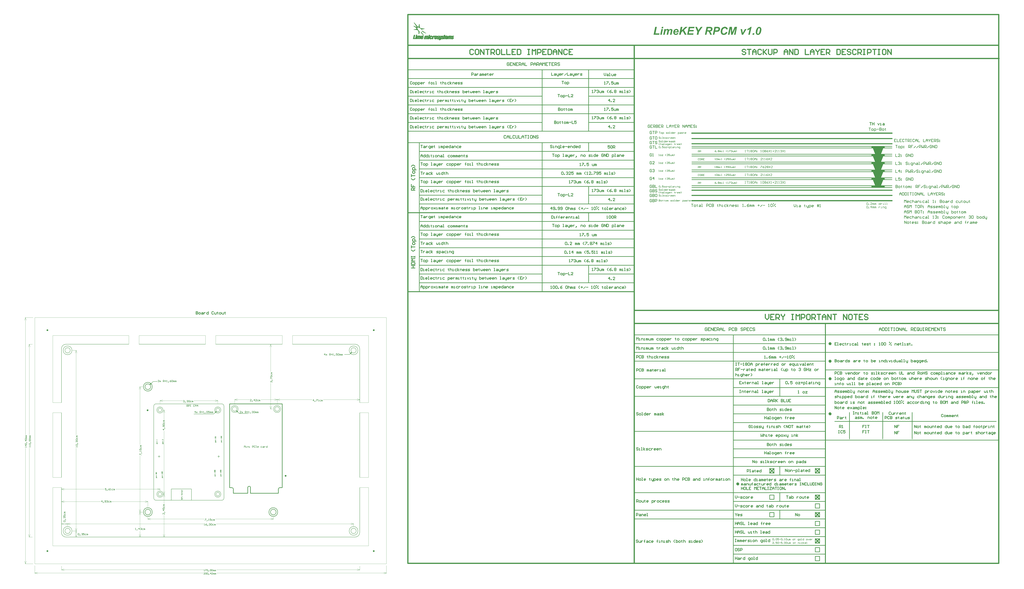
<source format=gm1>
G04*
G04 #@! TF.GenerationSoftware,Altium Limited,Altium Designer,19.1.6 (110)*
G04*
G04 Layer_Color=16711935*
%FSLAX44Y44*%
%MOMM*%
G71*
G01*
G75*
%ADD10C,0.2000*%
%ADD11C,0.2500*%
%ADD12C,0.3000*%
%ADD13C,1.0000*%
%ADD14C,0.1000*%
%ADD16C,0.4000*%
%ADD17C,0.1500*%
%ADD19C,0.2540*%
%ADD20C,0.0254*%
%ADD21C,0.0260*%
%ADD223C,0.6000*%
%ADD224C,0.7000*%
%ADD225C,0.5000*%
%ADD226C,0.3500*%
%ADD387C,0.1524*%
G36*
X4692750Y2219000D02*
X4617000D01*
Y2228750D01*
X4692750D01*
Y2219000D01*
D02*
G37*
G36*
X4671625Y2183750D02*
X4692750D01*
Y2174000D01*
X4617000D01*
Y2183750D01*
X4637875D01*
X4624750Y2218750D01*
X4684750D01*
X4671625Y2183750D01*
D02*
G37*
G36*
Y2138750D02*
X4692750D01*
Y2129000D01*
X4617000D01*
Y2138750D01*
X4637875D01*
X4624750Y2173750D01*
X4684750D01*
X4671625Y2138750D01*
D02*
G37*
G36*
Y2093750D02*
X4692750D01*
Y2084000D01*
X4617000D01*
Y2093750D01*
X4637875D01*
X4624750Y2128750D01*
X4684750D01*
X4671625Y2093750D01*
D02*
G37*
G36*
Y2048750D02*
X4692750D01*
Y2039000D01*
X4617000D01*
Y2048750D01*
X4637875D01*
X4624750Y2083750D01*
X4684750D01*
X4671625Y2048750D01*
D02*
G37*
G36*
Y2003750D02*
X4692750D01*
Y1994000D01*
X4617000D01*
Y2003750D01*
X4637875D01*
X4624750Y2038750D01*
X4684750D01*
X4671625Y2003750D01*
D02*
G37*
G36*
X3429493Y2901934D02*
X3420746D01*
X3422430Y2909839D01*
X3431113D01*
X3429493Y2901934D01*
D02*
G37*
G36*
X3782628Y2910616D02*
X3783211Y2910551D01*
X3783924Y2910486D01*
X3784766Y2910357D01*
X3785609Y2910163D01*
X3787487Y2909709D01*
X3788459Y2909385D01*
X3789431Y2908996D01*
X3790468Y2908543D01*
X3791375Y2908024D01*
X3792347Y2907441D01*
X3793189Y2906729D01*
X3793254Y2906664D01*
X3793384Y2906534D01*
X3793578Y2906340D01*
X3793902Y2906016D01*
X3794226Y2905627D01*
X3794680Y2905173D01*
X3795069Y2904590D01*
X3795522Y2903942D01*
X3795976Y2903229D01*
X3796429Y2902452D01*
X3796883Y2901545D01*
X3797336Y2900638D01*
X3797725Y2899601D01*
X3798049Y2898499D01*
X3798308Y2897333D01*
X3798503Y2896102D01*
X3789691Y2895260D01*
Y2895324D01*
X3789626Y2895454D01*
Y2895648D01*
X3789561Y2895908D01*
X3789366Y2896555D01*
X3789043Y2897398D01*
X3788654Y2898370D01*
X3788135Y2899277D01*
X3787552Y2900184D01*
X3786840Y2900897D01*
X3786775Y2900962D01*
X3786451Y2901156D01*
X3785997Y2901480D01*
X3785349Y2901804D01*
X3784572Y2902128D01*
X3783600Y2902452D01*
X3782498Y2902646D01*
X3781267Y2902711D01*
X3780878D01*
X3780619Y2902646D01*
X3779907Y2902581D01*
X3778935Y2902387D01*
X3777833Y2902128D01*
X3776667Y2901674D01*
X3775371Y2901091D01*
X3774140Y2900314D01*
X3774075D01*
X3774010Y2900184D01*
X3773621Y2899860D01*
X3772973Y2899342D01*
X3772261Y2898499D01*
X3771418Y2897527D01*
X3770511Y2896231D01*
X3769604Y2894741D01*
X3768826Y2892992D01*
Y2892927D01*
X3768762Y2892798D01*
X3768632Y2892538D01*
X3768503Y2892149D01*
X3768373Y2891696D01*
X3768243Y2891177D01*
X3768049Y2890594D01*
X3767855Y2889946D01*
X3767531Y2888456D01*
X3767207Y2886772D01*
X3766947Y2884957D01*
X3766883Y2883143D01*
Y2883078D01*
Y2882884D01*
Y2882625D01*
X3766947Y2882236D01*
Y2881782D01*
X3767012Y2881264D01*
X3767207Y2880097D01*
X3767531Y2878737D01*
X3767919Y2877376D01*
X3768567Y2876015D01*
X3769409Y2874784D01*
X3769539Y2874655D01*
X3769863Y2874331D01*
X3770446Y2873877D01*
X3771159Y2873359D01*
X3772131Y2872776D01*
X3773232Y2872322D01*
X3774464Y2871998D01*
X3775112Y2871933D01*
X3775824Y2871869D01*
X3776148D01*
X3776407Y2871933D01*
X3777120Y2871998D01*
X3777963Y2872128D01*
X3778999Y2872451D01*
X3780101Y2872840D01*
X3781202Y2873359D01*
X3782369Y2874136D01*
X3782433D01*
X3782498Y2874266D01*
X3782887Y2874590D01*
X3783405Y2875108D01*
X3784053Y2875886D01*
X3784766Y2876858D01*
X3785544Y2878024D01*
X3786192Y2879449D01*
X3786840Y2881069D01*
X3796170Y2879644D01*
Y2879579D01*
X3796041Y2879320D01*
X3795911Y2878931D01*
X3795652Y2878413D01*
X3795328Y2877765D01*
X3795004Y2877052D01*
X3794615Y2876210D01*
X3794097Y2875367D01*
X3792930Y2873488D01*
X3791505Y2871609D01*
X3789885Y2869730D01*
X3788913Y2868888D01*
X3787941Y2868110D01*
X3787876Y2868045D01*
X3787682Y2867916D01*
X3787423Y2867722D01*
X3786969Y2867527D01*
X3786451Y2867203D01*
X3785868Y2866879D01*
X3785090Y2866490D01*
X3784312Y2866166D01*
X3783405Y2865778D01*
X3782433Y2865389D01*
X3781397Y2865065D01*
X3780295Y2864806D01*
X3779129Y2864547D01*
X3777898Y2864352D01*
X3776602Y2864223D01*
X3775241Y2864158D01*
X3774852D01*
X3774464Y2864223D01*
X3773881D01*
X3773168Y2864287D01*
X3772390Y2864417D01*
X3771483Y2864547D01*
X3770576Y2864806D01*
X3769539Y2865065D01*
X3768503Y2865389D01*
X3767401Y2865778D01*
X3766364Y2866231D01*
X3765263Y2866814D01*
X3764226Y2867462D01*
X3763254Y2868240D01*
X3762347Y2869082D01*
X3762282Y2869147D01*
X3762152Y2869341D01*
X3761893Y2869601D01*
X3761634Y2869989D01*
X3761310Y2870508D01*
X3760921Y2871156D01*
X3760468Y2871933D01*
X3760079Y2872776D01*
X3759626Y2873748D01*
X3759172Y2874784D01*
X3758783Y2876015D01*
X3758459Y2877311D01*
X3758200Y2878672D01*
X3757941Y2880227D01*
X3757811Y2881782D01*
X3757746Y2883531D01*
Y2883596D01*
Y2883856D01*
Y2884309D01*
X3757811Y2884828D01*
Y2885475D01*
X3757941Y2886318D01*
X3758006Y2887160D01*
X3758135Y2888132D01*
X3758265Y2889169D01*
X3758524Y2890335D01*
X3759042Y2892668D01*
X3759820Y2895130D01*
X3760273Y2896296D01*
X3760792Y2897527D01*
X3760857Y2897592D01*
X3760921Y2897787D01*
X3761116Y2898111D01*
X3761375Y2898564D01*
X3761699Y2899083D01*
X3762088Y2899731D01*
X3762541Y2900378D01*
X3763060Y2901156D01*
X3764291Y2902711D01*
X3765716Y2904331D01*
X3767466Y2905886D01*
X3768438Y2906599D01*
X3769409Y2907247D01*
X3769474Y2907312D01*
X3769669Y2907376D01*
X3769993Y2907571D01*
X3770381Y2907765D01*
X3770900Y2908024D01*
X3771483Y2908348D01*
X3772196Y2908672D01*
X3772973Y2908996D01*
X3773816Y2909255D01*
X3774788Y2909579D01*
X3776796Y2910163D01*
X3778999Y2910551D01*
X3780166Y2910616D01*
X3781397Y2910681D01*
X3782109D01*
X3782628Y2910616D01*
D02*
G37*
G36*
X3475692Y2898111D02*
X3476534Y2897981D01*
X3477506Y2897722D01*
X3478543Y2897333D01*
X3479515Y2896815D01*
X3480357Y2896102D01*
X3480422Y2896037D01*
X3480681Y2895713D01*
X3481070Y2895260D01*
X3481459Y2894612D01*
X3481848Y2893834D01*
X3482236Y2892927D01*
X3482496Y2891825D01*
X3482560Y2890594D01*
Y2890529D01*
Y2890270D01*
X3482496Y2889817D01*
X3482431Y2889234D01*
X3482366Y2888456D01*
X3482172Y2887419D01*
X3481977Y2886188D01*
X3481653Y2884763D01*
X3477377Y2865000D01*
X3468694D01*
X3472906Y2884763D01*
Y2884828D01*
X3472971Y2884957D01*
Y2885087D01*
X3473035Y2885346D01*
X3473165Y2885994D01*
X3473295Y2886707D01*
X3473424Y2887419D01*
X3473554Y2888132D01*
X3473683Y2888651D01*
Y2888845D01*
Y2888974D01*
Y2889039D01*
Y2889234D01*
X3473618Y2889428D01*
X3473554Y2889752D01*
X3473359Y2890465D01*
X3473100Y2890789D01*
X3472841Y2891113D01*
X3472776Y2891177D01*
X3472711Y2891242D01*
X3472517Y2891372D01*
X3472258Y2891566D01*
X3471934Y2891696D01*
X3471480Y2891825D01*
X3471027Y2891890D01*
X3470444Y2891955D01*
X3470120D01*
X3469861Y2891890D01*
X3469213Y2891761D01*
X3468435Y2891501D01*
X3467528Y2891113D01*
X3466491Y2890465D01*
X3465973Y2890076D01*
X3465454Y2889622D01*
X3465001Y2889104D01*
X3464482Y2888456D01*
X3464418Y2888326D01*
X3464288Y2888197D01*
X3464159Y2888003D01*
X3464029Y2887679D01*
X3463835Y2887354D01*
X3463575Y2886901D01*
X3463381Y2886447D01*
X3463122Y2885864D01*
X3462863Y2885216D01*
X3462603Y2884503D01*
X3462344Y2883726D01*
X3462020Y2882884D01*
X3461761Y2881912D01*
X3461502Y2880875D01*
X3461243Y2879709D01*
X3458133Y2865000D01*
X3449450D01*
X3453532Y2884568D01*
Y2884633D01*
X3453597Y2884698D01*
X3453661Y2885151D01*
X3453791Y2885735D01*
X3453921Y2886383D01*
X3454050Y2887160D01*
X3454115Y2887873D01*
X3454245Y2888521D01*
Y2888974D01*
Y2889039D01*
Y2889169D01*
X3454180Y2889428D01*
X3454115Y2889752D01*
X3453856Y2890400D01*
X3453661Y2890789D01*
X3453338Y2891113D01*
X3453273Y2891177D01*
X3453208Y2891242D01*
X3453014Y2891372D01*
X3452755Y2891566D01*
X3452366Y2891696D01*
X3451977Y2891825D01*
X3451523Y2891890D01*
X3450940Y2891955D01*
X3450681D01*
X3450422Y2891890D01*
X3450033Y2891825D01*
X3449579Y2891761D01*
X3449061Y2891566D01*
X3448543Y2891372D01*
X3447960Y2891048D01*
X3447895Y2890983D01*
X3447701Y2890918D01*
X3447376Y2890724D01*
X3447053Y2890465D01*
X3446599Y2890141D01*
X3446145Y2889687D01*
X3445692Y2889234D01*
X3445238Y2888715D01*
X3445173Y2888651D01*
X3445044Y2888456D01*
X3444850Y2888132D01*
X3444590Y2887679D01*
X3444266Y2887160D01*
X3443942Y2886447D01*
X3443618Y2885735D01*
X3443294Y2884892D01*
Y2884828D01*
X3443230Y2884633D01*
X3443100Y2884309D01*
X3442970Y2883856D01*
X3442841Y2883208D01*
X3442581Y2882300D01*
X3442322Y2881264D01*
X3442193Y2880616D01*
X3441998Y2879903D01*
X3438888Y2865000D01*
X3430206D01*
X3437009Y2897527D01*
X3445238D01*
X3444461Y2893575D01*
X3444525Y2893640D01*
X3444655Y2893769D01*
X3444914Y2894028D01*
X3445303Y2894288D01*
X3445757Y2894677D01*
X3446275Y2895065D01*
X3446858Y2895454D01*
X3447571Y2895908D01*
X3449126Y2896750D01*
X3450811Y2897527D01*
X3451783Y2897787D01*
X3452690Y2898046D01*
X3453727Y2898175D01*
X3454698Y2898240D01*
X3455281D01*
X3455994Y2898175D01*
X3456772Y2898046D01*
X3457679Y2897851D01*
X3458651Y2897592D01*
X3459558Y2897203D01*
X3460335Y2896685D01*
X3460400Y2896620D01*
X3460659Y2896426D01*
X3460984Y2896037D01*
X3461437Y2895583D01*
X3461826Y2895000D01*
X3462279Y2894223D01*
X3462668Y2893445D01*
X3462928Y2892473D01*
X3462992Y2892603D01*
X3463251Y2892862D01*
X3463640Y2893316D01*
X3464159Y2893899D01*
X3464871Y2894547D01*
X3465649Y2895195D01*
X3466621Y2895908D01*
X3467722Y2896555D01*
X3467787D01*
X3467852Y2896620D01*
X3468046Y2896685D01*
X3468305Y2896815D01*
X3468889Y2897074D01*
X3469731Y2897398D01*
X3470703Y2897722D01*
X3471869Y2897981D01*
X3473035Y2898175D01*
X3474331Y2898240D01*
X3474979D01*
X3475692Y2898111D01*
D02*
G37*
G36*
X3548522Y2892214D02*
X3563295Y2865000D01*
X3552863D01*
X3541783Y2886318D01*
X3533036Y2878607D01*
X3530120Y2865000D01*
X3520984D01*
X3530379Y2909839D01*
X3539580D01*
X3535563Y2890724D01*
X3556298Y2909839D01*
X3568673D01*
X3548522Y2892214D01*
D02*
G37*
G36*
X3634117Y2881588D02*
X3630618Y2865000D01*
X3621482D01*
X3625110Y2882495D01*
X3612734Y2909839D01*
X3622583D01*
X3628156Y2897203D01*
Y2897139D01*
X3628221Y2897009D01*
X3628350Y2896750D01*
X3628480Y2896491D01*
X3628609Y2896102D01*
X3628804Y2895648D01*
X3629193Y2894677D01*
X3629646Y2893640D01*
X3630099Y2892538D01*
X3630488Y2891501D01*
X3630812Y2890659D01*
X3630877Y2890724D01*
X3631006Y2890983D01*
X3631266Y2891372D01*
X3631525Y2891890D01*
X3631914Y2892538D01*
X3632367Y2893251D01*
X3633404Y2894806D01*
X3637681Y2900767D01*
X3643966Y2909839D01*
X3654722D01*
X3634117Y2881588D01*
D02*
G37*
G36*
X3842563Y2865000D02*
X3834205D01*
X3841981Y2902193D01*
X3825328Y2865000D01*
X3816581D01*
X3814896Y2902452D01*
X3807833Y2865000D01*
X3799475D01*
X3808805Y2909839D01*
X3821959D01*
X3823384Y2878996D01*
X3837445Y2909839D01*
X3850728D01*
X3842563Y2865000D01*
D02*
G37*
G36*
X3885393Y2865000D02*
X3877877Y2865000D01*
X3871398Y2897527D01*
X3880015D01*
X3882218Y2883272D01*
Y2883208D01*
X3882283Y2883013D01*
Y2882754D01*
X3882348Y2882365D01*
X3882413Y2881912D01*
X3882542Y2881329D01*
X3882737Y2880162D01*
X3882931Y2878866D01*
X3883126Y2877635D01*
X3883255Y2876534D01*
X3883320Y2876080D01*
X3883385Y2875692D01*
X3883449Y2875821D01*
X3883579Y2876015D01*
X3883773Y2876339D01*
X3884033Y2876858D01*
X3884421Y2877506D01*
X3884875Y2878413D01*
X3885199Y2878996D01*
X3885523Y2879579D01*
Y2879644D01*
X3885588Y2879709D01*
X3885847Y2880097D01*
X3886171Y2880681D01*
X3886560Y2881393D01*
X3886949Y2882106D01*
X3887337Y2882754D01*
X3887661Y2883337D01*
X3887856Y2883726D01*
X3895955Y2897527D01*
X3905415D01*
X3885393Y2865000D01*
D02*
G37*
G36*
X3947921D02*
X3939238D01*
X3940923Y2873488D01*
X3949606D01*
X3947921Y2865000D01*
D02*
G37*
G36*
X3924012D02*
X3915199D01*
X3921679Y2896037D01*
X3921549Y2895972D01*
X3921225Y2895713D01*
X3920642Y2895389D01*
X3919865Y2894936D01*
X3918958Y2894417D01*
X3917856Y2893899D01*
X3916625Y2893316D01*
X3915329Y2892733D01*
X3915264D01*
X3915199Y2892668D01*
X3915005Y2892603D01*
X3914746Y2892473D01*
X3914033Y2892279D01*
X3913191Y2891955D01*
X3912219Y2891631D01*
X3911117Y2891307D01*
X3910080Y2890983D01*
X3908979Y2890724D01*
X3910663Y2898564D01*
X3910728D01*
X3910793Y2898629D01*
X3911182Y2898759D01*
X3911765Y2899083D01*
X3912543Y2899471D01*
X3913450Y2899925D01*
X3914551Y2900443D01*
X3915782Y2901091D01*
X3917078Y2901869D01*
X3918439Y2902646D01*
X3919865Y2903553D01*
X3921355Y2904525D01*
X3922780Y2905497D01*
X3924206Y2906599D01*
X3925631Y2907701D01*
X3926927Y2908867D01*
X3928158Y2910098D01*
X3933472D01*
X3924012Y2865000D01*
D02*
G37*
G36*
X3741353Y2909774D02*
X3741807D01*
X3742908Y2909709D01*
X3744139Y2909579D01*
X3745370Y2909320D01*
X3746666Y2909061D01*
X3747768Y2908672D01*
X3747833D01*
X3747898Y2908607D01*
X3748221Y2908478D01*
X3748740Y2908154D01*
X3749388Y2907765D01*
X3750101Y2907247D01*
X3750878Y2906599D01*
X3751656Y2905757D01*
X3752303Y2904849D01*
X3752368Y2904720D01*
X3752563Y2904396D01*
X3752822Y2903813D01*
X3753146Y2903100D01*
X3753470Y2902128D01*
X3753729Y2901091D01*
X3753924Y2899860D01*
X3753988Y2898564D01*
Y2898499D01*
Y2898434D01*
Y2898240D01*
Y2897981D01*
X3753924Y2897333D01*
X3753794Y2896426D01*
X3753664Y2895454D01*
X3753405Y2894288D01*
X3753081Y2893121D01*
X3752628Y2891890D01*
Y2891826D01*
X3752563Y2891761D01*
X3752368Y2891372D01*
X3752109Y2890789D01*
X3751721Y2890076D01*
X3751267Y2889234D01*
X3750749Y2888391D01*
X3750101Y2887549D01*
X3749388Y2886772D01*
X3749323Y2886707D01*
X3749064Y2886447D01*
X3748675Y2886123D01*
X3748157Y2885735D01*
X3747574Y2885216D01*
X3746861Y2884763D01*
X3746148Y2884309D01*
X3745306Y2883856D01*
X3745176Y2883791D01*
X3744917Y2883726D01*
X3744398Y2883531D01*
X3743751Y2883337D01*
X3742908Y2883078D01*
X3741872Y2882819D01*
X3740705Y2882560D01*
X3739344Y2882365D01*
X3739215D01*
X3738891Y2882300D01*
X3738308D01*
X3737919Y2882236D01*
X3736947D01*
X3736364Y2882171D01*
X3735003D01*
X3734161Y2882106D01*
X3725284D01*
X3721655Y2865000D01*
X3712519D01*
X3721915Y2909839D01*
X3740900Y2909839D01*
X3741353Y2909774D01*
D02*
G37*
G36*
X3698523Y2909774D02*
X3699690Y2909709D01*
X3700986Y2909579D01*
X3702281Y2909385D01*
X3703578Y2909126D01*
X3704744Y2908737D01*
X3704809D01*
X3704873Y2908672D01*
X3705197Y2908542D01*
X3705716Y2908283D01*
X3706364Y2907895D01*
X3707141Y2907311D01*
X3707919Y2906664D01*
X3708632Y2905821D01*
X3709344Y2904849D01*
X3709409Y2904720D01*
X3709604Y2904331D01*
X3709927Y2903748D01*
X3710251Y2902970D01*
X3710575Y2901998D01*
X3710899Y2900832D01*
X3711094Y2899471D01*
X3711158Y2898046D01*
Y2897981D01*
Y2897787D01*
Y2897527D01*
X3711094Y2897074D01*
X3711029Y2896620D01*
X3710964Y2896037D01*
X3710899Y2895389D01*
X3710705Y2894741D01*
X3710316Y2893251D01*
X3709733Y2891631D01*
X3709344Y2890854D01*
X3708891Y2890076D01*
X3708307Y2889298D01*
X3707724Y2888586D01*
X3707660Y2888521D01*
X3707595Y2888456D01*
X3707336Y2888262D01*
X3707076Y2888003D01*
X3706688Y2887679D01*
X3706299Y2887355D01*
X3705781Y2887031D01*
X3705133Y2886642D01*
X3704485Y2886253D01*
X3703707Y2885864D01*
X3702865Y2885475D01*
X3701893Y2885087D01*
X3700921Y2884763D01*
X3699819Y2884503D01*
X3698588Y2884244D01*
X3697357Y2884050D01*
X3697422Y2883985D01*
X3697681Y2883791D01*
X3698005Y2883402D01*
X3698459Y2882949D01*
X3698912Y2882300D01*
X3699496Y2881588D01*
X3700078Y2880746D01*
X3700662Y2879838D01*
X3700727Y2879774D01*
X3700791Y2879579D01*
X3700986Y2879320D01*
X3701180Y2878866D01*
X3701504Y2878348D01*
X3701828Y2877700D01*
X3702217Y2876923D01*
X3702670Y2876015D01*
X3703189Y2875043D01*
X3703707Y2873942D01*
X3704290Y2872711D01*
X3704873Y2871350D01*
X3705521Y2869925D01*
X3706169Y2868369D01*
X3706882Y2866750D01*
X3707595Y2865000D01*
X3697681D01*
Y2865065D01*
X3697616Y2865194D01*
X3697552Y2865389D01*
X3697422Y2865713D01*
X3697292Y2866102D01*
X3697098Y2866620D01*
X3696904Y2867203D01*
X3696644Y2867916D01*
X3696320Y2868694D01*
X3695996Y2869536D01*
X3695608Y2870508D01*
X3695154Y2871544D01*
X3694701Y2872711D01*
X3694182Y2874007D01*
X3693599Y2875367D01*
X3692951Y2876793D01*
Y2876858D01*
X3692886Y2876987D01*
X3692757Y2877182D01*
X3692627Y2877505D01*
X3692238Y2878218D01*
X3691720Y2879125D01*
X3691137Y2880097D01*
X3690489Y2881069D01*
X3689711Y2881977D01*
X3689323Y2882300D01*
X3688934Y2882625D01*
X3688869Y2882689D01*
X3688675Y2882754D01*
X3688351Y2882884D01*
X3687897Y2883078D01*
X3687249Y2883272D01*
X3686472Y2883402D01*
X3685500Y2883467D01*
X3684333Y2883531D01*
X3680575D01*
X3676687Y2865000D01*
X3667551D01*
X3676947Y2909839D01*
X3698070D01*
X3698523Y2909774D01*
D02*
G37*
G36*
X3607421Y2902322D02*
X3583382Y2902322D01*
X3581179Y2892214D01*
X3604441Y2892214D01*
X3602885Y2884698D01*
X3579494Y2884698D01*
X3576838Y2872516D01*
X3602950Y2872516D01*
X3601330Y2865000D01*
X3566341Y2865000D01*
X3575736Y2909839D01*
X3608976Y2909839D01*
X3607421Y2902322D01*
D02*
G37*
G36*
X3421718Y2865000D02*
X3413035D01*
X3419838Y2897527D01*
X3428586D01*
X3421718Y2865000D01*
D02*
G37*
G36*
X3385756Y2872516D02*
X3408694D01*
X3407138Y2865000D01*
X3375000D01*
X3384395Y2909839D01*
X3393596D01*
X3385756Y2872516D01*
D02*
G37*
G36*
X3978051Y2910033D02*
X3978504Y2909968D01*
X3979023Y2909903D01*
X3980319Y2909579D01*
X3981744Y2909126D01*
X3982457Y2908802D01*
X3983234Y2908413D01*
X3983947Y2907960D01*
X3984725Y2907376D01*
X3985438Y2906793D01*
X3986086Y2906081D01*
X3986150Y2906016D01*
X3986215Y2905886D01*
X3986409Y2905692D01*
X3986669Y2905368D01*
X3986928Y2904914D01*
X3987187Y2904460D01*
X3987511Y2903877D01*
X3987900Y2903165D01*
X3988224Y2902387D01*
X3988548Y2901545D01*
X3988807Y2900573D01*
X3989066Y2899601D01*
X3989325Y2898434D01*
X3989520Y2897268D01*
X3989584Y2895972D01*
X3989649Y2894612D01*
Y2894547D01*
Y2894288D01*
Y2893899D01*
X3989584Y2893381D01*
Y2892798D01*
X3989520Y2892020D01*
X3989455Y2891177D01*
X3989325Y2890206D01*
X3989196Y2889104D01*
X3989001Y2888003D01*
X3988807Y2886772D01*
X3988548Y2885540D01*
X3987900Y2882819D01*
X3987057Y2879968D01*
Y2879903D01*
X3986928Y2879644D01*
X3986798Y2879255D01*
X3986604Y2878737D01*
X3986345Y2878089D01*
X3986021Y2877311D01*
X3985632Y2876534D01*
X3985243Y2875627D01*
X3984207Y2873748D01*
X3983040Y2871804D01*
X3981679Y2869925D01*
X3980902Y2869018D01*
X3980124Y2868240D01*
X3980060Y2868175D01*
X3979930Y2868046D01*
X3979671Y2867851D01*
X3979347Y2867592D01*
X3978958Y2867268D01*
X3978440Y2866944D01*
X3977921Y2866555D01*
X3977273Y2866231D01*
X3975783Y2865454D01*
X3974163Y2864806D01*
X3973256Y2864547D01*
X3972284Y2864352D01*
X3971312Y2864223D01*
X3970275Y2864158D01*
X3969757D01*
X3969368Y2864223D01*
X3968914Y2864287D01*
X3968396Y2864352D01*
X3967101Y2864676D01*
X3965675Y2865130D01*
X3964962Y2865454D01*
X3964185Y2865843D01*
X3963407Y2866296D01*
X3962694Y2866815D01*
X3961982Y2867397D01*
X3961269Y2868110D01*
X3961204Y2868175D01*
X3961139Y2868305D01*
X3960945Y2868499D01*
X3960750Y2868823D01*
X3960491Y2869277D01*
X3960167Y2869730D01*
X3959843Y2870313D01*
X3959519Y2871026D01*
X3959195Y2871804D01*
X3958871Y2872646D01*
X3958612Y2873553D01*
X3958288Y2874590D01*
X3958094Y2875692D01*
X3957899Y2876858D01*
X3957834Y2878154D01*
X3957770Y2879514D01*
Y2879579D01*
Y2879838D01*
Y2880162D01*
X3957834Y2880681D01*
Y2881329D01*
X3957899Y2882041D01*
X3957964Y2882884D01*
X3958029Y2883791D01*
X3958159Y2884763D01*
X3958353Y2885864D01*
X3958742Y2888197D01*
X3959260Y2890659D01*
X3960038Y2893251D01*
X3960103Y2893381D01*
X3960167Y2893640D01*
X3960362Y2894093D01*
X3960556Y2894677D01*
X3960815Y2895389D01*
X3961204Y2896167D01*
X3961593Y2897074D01*
X3962046Y2898046D01*
X3963083Y2900119D01*
X3964314Y2902193D01*
X3964962Y2903229D01*
X3965740Y2904201D01*
X3966517Y2905109D01*
X3967295Y2905951D01*
X3967360Y2906016D01*
X3967489Y2906145D01*
X3967748Y2906340D01*
X3968072Y2906599D01*
X3968461Y2906923D01*
X3968979Y2907247D01*
X3969563Y2907635D01*
X3970211Y2908024D01*
X3971636Y2908802D01*
X3973321Y2909450D01*
X3974228Y2909709D01*
X3975135Y2909903D01*
X3976107Y2910033D01*
X3977144Y2910098D01*
X3977662D01*
X3978051Y2910033D01*
D02*
G37*
G36*
X3506340Y2898175D02*
X3506859Y2898111D01*
X3507442Y2898046D01*
X3508090Y2897916D01*
X3508802Y2897787D01*
X3510358Y2897333D01*
X3511135Y2897074D01*
X3511913Y2896685D01*
X3512690Y2896231D01*
X3513468Y2895778D01*
X3514181Y2895195D01*
X3514893Y2894547D01*
X3514958Y2894482D01*
X3515023Y2894352D01*
X3515217Y2894158D01*
X3515476Y2893899D01*
X3515735Y2893510D01*
X3515995Y2893057D01*
X3516319Y2892473D01*
X3516707Y2891890D01*
X3517032Y2891177D01*
X3517356Y2890400D01*
X3517615Y2889557D01*
X3517874Y2888586D01*
X3518133Y2887614D01*
X3518327Y2886512D01*
X3518392Y2885411D01*
X3518457Y2884180D01*
Y2884115D01*
Y2884050D01*
Y2883661D01*
Y2883013D01*
X3518392Y2882300D01*
X3518327Y2881393D01*
X3518198Y2880421D01*
X3517809Y2878477D01*
X3495779D01*
Y2878413D01*
Y2878154D01*
X3495714Y2877894D01*
Y2877635D01*
Y2877570D01*
Y2877505D01*
Y2877117D01*
X3495844Y2876534D01*
X3495973Y2875756D01*
X3496167Y2874914D01*
X3496491Y2874071D01*
X3496945Y2873164D01*
X3497528Y2872387D01*
X3497593Y2872322D01*
X3497852Y2872063D01*
X3498241Y2871804D01*
X3498824Y2871415D01*
X3499472Y2871091D01*
X3500250Y2870767D01*
X3501157Y2870508D01*
X3502129Y2870443D01*
X3502582D01*
X3502841Y2870508D01*
X3503230Y2870573D01*
X3503684Y2870702D01*
X3504655Y2871026D01*
X3505174Y2871220D01*
X3505757Y2871544D01*
X3506340Y2871933D01*
X3506859Y2872387D01*
X3507442Y2872905D01*
X3508025Y2873488D01*
X3508543Y2874201D01*
X3508997Y2874979D01*
X3516837Y2873683D01*
Y2873618D01*
X3516707Y2873488D01*
X3516578Y2873229D01*
X3516384Y2872905D01*
X3516189Y2872516D01*
X3515865Y2872063D01*
X3515217Y2870961D01*
X3514310Y2869795D01*
X3513209Y2868629D01*
X3511978Y2867462D01*
X3510617Y2866490D01*
X3510552D01*
X3510422Y2866361D01*
X3510228Y2866296D01*
X3509969Y2866102D01*
X3509580Y2865972D01*
X3509191Y2865778D01*
X3508090Y2865324D01*
X3506859Y2864871D01*
X3505368Y2864547D01*
X3503813Y2864287D01*
X3502064Y2864158D01*
X3501416D01*
X3500962Y2864223D01*
X3500379Y2864287D01*
X3499731Y2864352D01*
X3499018Y2864482D01*
X3498241Y2864676D01*
X3496556Y2865194D01*
X3495649Y2865518D01*
X3494742Y2865907D01*
X3493900Y2866361D01*
X3492992Y2866944D01*
X3492150Y2867592D01*
X3491372Y2868305D01*
X3491308Y2868369D01*
X3491178Y2868499D01*
X3490984Y2868758D01*
X3490724Y2869082D01*
X3490401Y2869471D01*
X3490077Y2869989D01*
X3489688Y2870573D01*
X3489364Y2871220D01*
X3488975Y2871998D01*
X3488586Y2872776D01*
X3488262Y2873683D01*
X3487939Y2874655D01*
X3487679Y2875692D01*
X3487485Y2876858D01*
X3487355Y2878024D01*
X3487290Y2879255D01*
Y2879320D01*
Y2879579D01*
Y2879903D01*
X3487355Y2880357D01*
X3487420Y2880940D01*
X3487485Y2881653D01*
X3487614Y2882430D01*
X3487744Y2883272D01*
X3488198Y2885087D01*
X3488521Y2886059D01*
X3488846Y2887095D01*
X3489299Y2888132D01*
X3489753Y2889169D01*
X3490336Y2890205D01*
X3490984Y2891177D01*
X3491049Y2891242D01*
X3491243Y2891501D01*
X3491502Y2891825D01*
X3491891Y2892279D01*
X3492474Y2892797D01*
X3493057Y2893445D01*
X3493835Y2894029D01*
X3494677Y2894741D01*
X3495649Y2895389D01*
X3496750Y2896037D01*
X3497917Y2896620D01*
X3499213Y2897139D01*
X3500573Y2897592D01*
X3502064Y2897916D01*
X3503684Y2898175D01*
X3505368Y2898240D01*
X3505952D01*
X3506340Y2898175D01*
D02*
G37*
%LPC*%
G36*
X3737725Y2902452D02*
X3729561D01*
X3726839Y2889622D01*
X3731440D01*
X3732152Y2889687D01*
X3733643Y2889752D01*
X3735262Y2889817D01*
X3736882Y2890011D01*
X3737595Y2890141D01*
X3738308Y2890206D01*
X3738891Y2890400D01*
X3739409Y2890529D01*
X3739539Y2890594D01*
X3739798Y2890724D01*
X3740252Y2890918D01*
X3740835Y2891242D01*
X3741418Y2891631D01*
X3742066Y2892149D01*
X3742714Y2892733D01*
X3743297Y2893380D01*
X3743362Y2893445D01*
X3743492Y2893705D01*
X3743751Y2894158D01*
X3744010Y2894677D01*
X3744269Y2895324D01*
X3744528Y2896102D01*
X3744658Y2896880D01*
X3744723Y2897787D01*
Y2897851D01*
Y2898046D01*
X3744658Y2898370D01*
Y2898759D01*
X3744398Y2899601D01*
X3744204Y2900055D01*
X3743945Y2900443D01*
Y2900508D01*
X3743815Y2900638D01*
X3743427Y2901026D01*
X3742779Y2901480D01*
X3741936Y2901934D01*
X3741872D01*
X3741677Y2901998D01*
X3741288Y2902128D01*
X3740705Y2902193D01*
X3739992Y2902322D01*
X3738956Y2902387D01*
X3738372D01*
X3737725Y2902452D01*
D02*
G37*
G36*
X3696061Y2902322D02*
X3684528D01*
X3682001Y2890270D01*
X3688739D01*
X3689387Y2890335D01*
X3690942Y2890400D01*
X3692562Y2890465D01*
X3694182Y2890659D01*
X3694895Y2890724D01*
X3695608Y2890854D01*
X3696191Y2890983D01*
X3696709Y2891113D01*
X3696839Y2891177D01*
X3697098Y2891307D01*
X3697552Y2891501D01*
X3698135Y2891825D01*
X3698718Y2892214D01*
X3699366Y2892668D01*
X3699949Y2893251D01*
X3700532Y2893899D01*
X3700597Y2893964D01*
X3700727Y2894223D01*
X3700986Y2894612D01*
X3701245Y2895130D01*
X3701504Y2895713D01*
X3701763Y2896361D01*
X3701893Y2897139D01*
X3701958Y2897916D01*
Y2898046D01*
Y2898305D01*
X3701828Y2898759D01*
X3701698Y2899277D01*
X3701439Y2899860D01*
X3701115Y2900443D01*
X3700597Y2901026D01*
X3699949Y2901545D01*
X3699884Y2901609D01*
X3699690Y2901674D01*
X3699366Y2901804D01*
X3698847Y2901934D01*
X3698135Y2902063D01*
X3697163Y2902193D01*
X3696061Y2902322D01*
D02*
G37*
G36*
X3976820Y2903100D02*
X3976690D01*
X3976431Y2903035D01*
X3975977Y2902970D01*
X3975394Y2902841D01*
X3974746Y2902517D01*
X3974034Y2902128D01*
X3973321Y2901609D01*
X3972608Y2900832D01*
Y2900767D01*
X3972478Y2900703D01*
X3972349Y2900443D01*
X3972155Y2900184D01*
X3971960Y2899795D01*
X3971636Y2899342D01*
X3971377Y2898824D01*
X3971053Y2898175D01*
X3970664Y2897398D01*
X3970275Y2896555D01*
X3969886Y2895648D01*
X3969498Y2894547D01*
X3969109Y2893445D01*
X3968720Y2892149D01*
X3968332Y2890789D01*
X3967943Y2889298D01*
Y2889234D01*
X3967878Y2888975D01*
X3967813Y2888651D01*
X3967683Y2888132D01*
X3967554Y2887549D01*
X3967424Y2886836D01*
X3967295Y2886059D01*
X3967165Y2885216D01*
X3966841Y2883337D01*
X3966582Y2881458D01*
X3966388Y2879514D01*
X3966323Y2877700D01*
Y2877635D01*
Y2877570D01*
Y2877376D01*
Y2877117D01*
X3966388Y2876469D01*
X3966452Y2875692D01*
X3966582Y2874849D01*
X3966841Y2874007D01*
X3967101Y2873229D01*
X3967489Y2872581D01*
X3967554Y2872516D01*
X3967683Y2872387D01*
X3967943Y2872128D01*
X3968332Y2871869D01*
X3968720Y2871609D01*
X3969239Y2871350D01*
X3969886Y2871220D01*
X3970534Y2871156D01*
X3970664D01*
X3970923Y2871220D01*
X3971442Y2871285D01*
X3972025Y2871415D01*
X3972673Y2871739D01*
X3973450Y2872128D01*
X3974163Y2872646D01*
X3974940Y2873423D01*
Y2873488D01*
X3975070Y2873553D01*
X3975200Y2873748D01*
X3975394Y2874071D01*
X3975589Y2874395D01*
X3975848Y2874849D01*
X3976107Y2875432D01*
X3976431Y2876080D01*
X3976820Y2876793D01*
X3977144Y2877700D01*
X3977532Y2878672D01*
X3977921Y2879774D01*
X3978310Y2881005D01*
X3978699Y2882301D01*
X3979088Y2883791D01*
X3979476Y2885411D01*
Y2885475D01*
X3979541Y2885735D01*
X3979606Y2886123D01*
X3979735Y2886577D01*
X3979865Y2887160D01*
X3979995Y2887873D01*
X3980124Y2888651D01*
X3980319Y2889493D01*
X3980578Y2891307D01*
X3980837Y2893186D01*
X3981031Y2895001D01*
X3981096Y2895908D01*
Y2896685D01*
Y2896750D01*
Y2896815D01*
Y2897268D01*
X3981031Y2897852D01*
X3980966Y2898564D01*
X3980772Y2899342D01*
X3980578Y2900184D01*
X3980254Y2900897D01*
X3979865Y2901545D01*
X3979800Y2901609D01*
X3979671Y2901804D01*
X3979412Y2902063D01*
X3979023Y2902322D01*
X3978634Y2902581D01*
X3978116Y2902841D01*
X3977468Y2903035D01*
X3976820Y2903100D01*
D02*
G37*
G36*
X3504461Y2891955D02*
X3504008D01*
X3503489Y2891825D01*
X3502841Y2891696D01*
X3502064Y2891436D01*
X3501221Y2891113D01*
X3500379Y2890594D01*
X3499537Y2889882D01*
X3499472Y2889817D01*
X3499213Y2889493D01*
X3498824Y2889039D01*
X3498370Y2888326D01*
X3497917Y2887484D01*
X3497398Y2886447D01*
X3496945Y2885281D01*
X3496621Y2883856D01*
X3510422D01*
Y2883920D01*
Y2884180D01*
Y2884439D01*
Y2884698D01*
Y2884763D01*
Y2884828D01*
Y2885022D01*
Y2885281D01*
X3510358Y2885929D01*
X3510228Y2886772D01*
X3510034Y2887614D01*
X3509709Y2888521D01*
X3509321Y2889363D01*
X3508802Y2890141D01*
X3508738Y2890205D01*
X3508478Y2890400D01*
X3508155Y2890724D01*
X3507636Y2891048D01*
X3507053Y2891372D01*
X3506276Y2891696D01*
X3505433Y2891890D01*
X3504461Y2891955D01*
D02*
G37*
%LPD*%
D10*
X908750Y244750D02*
G03*
X908750Y244750I-17500J0D01*
G01*
X908750Y724750D02*
G03*
X908750Y724750I-17500J0D01*
G01*
X578750Y724750D02*
G03*
X578750Y724750I-17500J0D01*
G01*
X578750Y244750D02*
G03*
X578750Y244750I-17500J0D01*
G01*
X1007250Y730500D02*
G03*
X1007250Y730500I-20000J0D01*
G01*
X1000250D02*
G03*
X1000250Y730500I-13000J0D01*
G01*
X1242250D02*
G03*
X1242250Y730500I-13000J0D01*
G01*
X1249250D02*
G03*
X1249250Y730500I-20000J0D01*
G01*
X1690000Y35000D02*
G03*
X1690000Y35000I-25000J0D01*
G01*
X1680000D02*
G03*
X1680000Y35000I-15000J0D01*
G01*
X1690000Y1065000D02*
G03*
X1690000Y1065000I-25000J0D01*
G01*
X1680000D02*
G03*
X1680000Y1065000I-15000J0D01*
G01*
X60000D02*
G03*
X60000Y1065000I-25000J0D01*
G01*
X50000D02*
G03*
X50000Y1065000I-15000J0D01*
G01*
Y35000D02*
G03*
X50000Y35000I-15000J0D01*
G01*
X60000D02*
G03*
X60000Y35000I-25000J0D01*
G01*
X901753Y244750D02*
G03*
X901753Y244750I-10503J0D01*
G01*
X571753Y244750D02*
G03*
X571753Y244750I-10503J0D01*
G01*
X571753Y724750D02*
G03*
X571753Y724750I-10503J0D01*
G01*
X901753Y724750D02*
G03*
X901753Y724750I-10503J0D01*
G01*
X4589250Y1905522D02*
X4591249Y1907522D01*
X4595248D01*
X4597247Y1905522D01*
Y1897525D01*
X4595248Y1895525D01*
X4591249D01*
X4589250Y1897525D01*
Y1905522D01*
X4601246Y1895525D02*
Y1897525D01*
X4603246D01*
Y1895525D01*
X4601246D01*
X4619240D02*
X4611243D01*
X4619240Y1903523D01*
Y1905522D01*
X4617241Y1907522D01*
X4613242D01*
X4611243Y1905522D01*
X4623239Y1895525D02*
Y1903523D01*
X4625238D01*
X4627238Y1901523D01*
Y1895525D01*
Y1901523D01*
X4629237Y1903523D01*
X4631236Y1901523D01*
Y1895525D01*
X4635235D02*
Y1903523D01*
X4637234D01*
X4639234Y1901523D01*
Y1895525D01*
Y1901523D01*
X4641233Y1903523D01*
X4643232Y1901523D01*
Y1895525D01*
X4667225Y1907522D02*
Y1895525D01*
X4661227D01*
X4659227Y1897525D01*
Y1901523D01*
X4661227Y1903523D01*
X4667225D01*
X4671223D02*
Y1895525D01*
Y1899524D01*
X4673223Y1901523D01*
X4675222Y1903523D01*
X4677221D01*
X4683220Y1895525D02*
X4687218D01*
X4685219D01*
Y1903523D01*
X4683220D01*
X4693216Y1895525D02*
X4697215D01*
X4695216D01*
Y1907522D01*
X4693216D01*
X4703213Y1895525D02*
X4707212D01*
X4705212D01*
Y1907522D01*
X4703213D01*
X4589250Y1886327D02*
X4591249Y1888326D01*
X4595248D01*
X4597247Y1886327D01*
Y1878329D01*
X4595248Y1876330D01*
X4591249D01*
X4589250Y1878329D01*
Y1886327D01*
X4601246Y1876330D02*
Y1878329D01*
X4603246D01*
Y1876330D01*
X4601246D01*
X4617241D02*
Y1888326D01*
X4611243Y1882328D01*
X4619240D01*
X4623239Y1876330D02*
Y1884327D01*
X4625238D01*
X4627238Y1882328D01*
Y1876330D01*
Y1882328D01*
X4629237Y1884327D01*
X4631236Y1882328D01*
Y1876330D01*
X4635235D02*
Y1884327D01*
X4637234D01*
X4639234Y1882328D01*
Y1876330D01*
Y1882328D01*
X4641233Y1884327D01*
X4643232Y1882328D01*
Y1876330D01*
X4659227Y1884327D02*
Y1876330D01*
Y1880329D01*
X4661227Y1882328D01*
X4663226Y1884327D01*
X4665226D01*
X4671223Y1876330D02*
X4675222D01*
X4673223D01*
Y1884327D01*
X4671223D01*
X4681220Y1876330D02*
Y1884327D01*
X4687218D01*
X4689218Y1882328D01*
Y1876330D01*
X4697215Y1872331D02*
X4699214D01*
X4701214Y1874331D01*
Y1884327D01*
X4695216D01*
X4693216Y1882328D01*
Y1878329D01*
X4695216Y1876330D01*
X4701214D01*
X3895850Y2207123D02*
X3899849D01*
X3897849D01*
Y2195127D01*
X3895850D01*
X3899849D01*
X3905847Y2207123D02*
X3913844D01*
X3909845D01*
Y2195127D01*
X3917843D02*
X3921842D01*
X3919842D01*
Y2207123D01*
X3917843Y2205124D01*
X3927840D02*
X3929839Y2207123D01*
X3933838D01*
X3935837Y2205124D01*
Y2203124D01*
X3933838Y2201125D01*
X3935837Y2199126D01*
Y2197126D01*
X3933838Y2195127D01*
X3929839D01*
X3927840Y2197126D01*
Y2199126D01*
X3929839Y2201125D01*
X3927840Y2203124D01*
Y2205124D01*
X3929839Y2201125D02*
X3933838D01*
X3939836Y2205124D02*
X3941835Y2207123D01*
X3945834D01*
X3947833Y2205124D01*
Y2197126D01*
X3945834Y2195127D01*
X3941835D01*
X3939836Y2197126D01*
Y2205124D01*
X3951832Y2195127D02*
Y2203124D01*
X3955831Y2207123D01*
X3959829Y2203124D01*
Y2195127D01*
Y2201125D01*
X3951832D01*
X3963828Y2203124D02*
X3965827D01*
Y2201125D01*
X3963828D01*
Y2203124D01*
Y2197126D02*
X3965827D01*
Y2195127D01*
X3963828D01*
Y2197126D01*
X3985821Y2195127D02*
X3989820D01*
X3987820D01*
Y2207123D01*
X3985821Y2205124D01*
X3995818D02*
X3997817Y2207123D01*
X4001816D01*
X4003815Y2205124D01*
Y2197126D01*
X4001816Y2195127D01*
X3997817D01*
X3995818Y2197126D01*
Y2205124D01*
X4007814D02*
X4009813Y2207123D01*
X4013812D01*
X4015811Y2205124D01*
Y2203124D01*
X4013812Y2201125D01*
X4015811Y2199126D01*
Y2197126D01*
X4013812Y2195127D01*
X4009813D01*
X4007814Y2197126D01*
Y2199126D01*
X4009813Y2201125D01*
X4007814Y2203124D01*
Y2205124D01*
X4009813Y2201125D02*
X4013812D01*
X4027807Y2207123D02*
X4023809Y2205124D01*
X4019810Y2201125D01*
Y2197126D01*
X4021809Y2195127D01*
X4025808D01*
X4027807Y2197126D01*
Y2199126D01*
X4025808Y2201125D01*
X4019810D01*
X4031806Y2207123D02*
X4039803Y2195127D01*
Y2207123D02*
X4031806Y2195127D01*
X4043802D02*
X4047801D01*
X4045801D01*
Y2207123D01*
X4043802Y2205124D01*
X4053799Y2201125D02*
X4061796D01*
X4057798Y2205124D02*
Y2197126D01*
X4073792Y2195127D02*
X4065795D01*
X4073792Y2203124D01*
Y2205124D01*
X4071793Y2207123D01*
X4067794D01*
X4065795Y2205124D01*
X4077791Y2195127D02*
X4081790D01*
X4079791D01*
Y2207123D01*
X4077791Y2205124D01*
X4087788Y2195127D02*
X4091786D01*
X4089787D01*
Y2207123D01*
X4087788Y2205124D01*
X4097785D02*
X4099784Y2207123D01*
X4103783D01*
X4105782Y2205124D01*
Y2203124D01*
X4103783Y2201125D01*
X4101783D01*
X4103783D01*
X4105782Y2199126D01*
Y2197126D01*
X4103783Y2195127D01*
X4099784D01*
X4097785Y2197126D01*
X4109781Y2207123D02*
X4117778Y2195127D01*
Y2207123D02*
X4109781Y2195127D01*
X4121777D02*
X4125775D01*
X4123776D01*
Y2207123D01*
X4121777Y2205124D01*
X3896100Y2029123D02*
X3900099D01*
X3898099D01*
Y2017127D01*
X3896100D01*
X3900099D01*
X3906097Y2029123D02*
X3914094D01*
X3910096D01*
Y2017127D01*
X3918093D02*
X3922091D01*
X3920092D01*
Y2029123D01*
X3918093Y2027124D01*
X3928090D02*
X3930089Y2029123D01*
X3934088D01*
X3936087Y2027124D01*
Y2025124D01*
X3934088Y2023125D01*
X3936087Y2021126D01*
Y2019126D01*
X3934088Y2017127D01*
X3930089D01*
X3928090Y2019126D01*
Y2021126D01*
X3930089Y2023125D01*
X3928090Y2025124D01*
Y2027124D01*
X3930089Y2023125D02*
X3934088D01*
X3940086Y2027124D02*
X3942085Y2029123D01*
X3946084D01*
X3948083Y2027124D01*
Y2019126D01*
X3946084Y2017127D01*
X3942085D01*
X3940086Y2019126D01*
Y2027124D01*
X3952082Y2017127D02*
Y2025124D01*
X3956081Y2029123D01*
X3960079Y2025124D01*
Y2017127D01*
Y2023125D01*
X3952082D01*
X3964078Y2025124D02*
X3966077D01*
Y2023125D01*
X3964078D01*
Y2025124D01*
Y2019126D02*
X3966077D01*
Y2017127D01*
X3964078D01*
Y2019126D01*
X3986071Y2017127D02*
X3990070D01*
X3988070D01*
Y2029123D01*
X3986071Y2027124D01*
X3996068D02*
X3998067Y2029123D01*
X4002066D01*
X4004065Y2027124D01*
Y2019126D01*
X4002066Y2017127D01*
X3998067D01*
X3996068Y2019126D01*
Y2027124D01*
X4008064D02*
X4010063Y2029123D01*
X4014062D01*
X4016061Y2027124D01*
Y2025124D01*
X4014062Y2023125D01*
X4016061Y2021126D01*
Y2019126D01*
X4014062Y2017127D01*
X4010063D01*
X4008064Y2019126D01*
Y2021126D01*
X4010063Y2023125D01*
X4008064Y2025124D01*
Y2027124D01*
X4010063Y2023125D02*
X4014062D01*
X4028057Y2029123D02*
X4024059Y2027124D01*
X4020060Y2023125D01*
Y2019126D01*
X4022059Y2017127D01*
X4026058D01*
X4028057Y2019126D01*
Y2021126D01*
X4026058Y2023125D01*
X4020060D01*
X4032056Y2029123D02*
X4040053Y2017127D01*
Y2029123D02*
X4032056Y2017127D01*
X4044052D02*
X4048051D01*
X4046052D01*
Y2029123D01*
X4044052Y2027124D01*
X4054049Y2023125D02*
X4062046D01*
X4058047Y2027124D02*
Y2019126D01*
X4074042Y2017127D02*
X4066045D01*
X4074042Y2025124D01*
Y2027124D01*
X4072043Y2029123D01*
X4068044D01*
X4066045Y2027124D01*
X4078041Y2017127D02*
X4082040D01*
X4080041D01*
Y2029123D01*
X4078041Y2027124D01*
X4088038Y2017127D02*
X4092037D01*
X4090037D01*
Y2029123D01*
X4088038Y2027124D01*
X4098035D02*
X4100034Y2029123D01*
X4104033D01*
X4106032Y2027124D01*
Y2025124D01*
X4104033Y2023125D01*
X4102033D01*
X4104033D01*
X4106032Y2021126D01*
Y2019126D01*
X4104033Y2017127D01*
X4100034D01*
X4098035Y2019126D01*
X4110031Y2029123D02*
X4118028Y2017127D01*
Y2029123D02*
X4110031Y2017127D01*
X4122027D02*
X4126026D01*
X4124026D01*
Y2029123D01*
X4122027Y2027124D01*
X3895850Y2162123D02*
X3899849D01*
X3897849D01*
Y2150127D01*
X3895850D01*
X3899849D01*
X3905847Y2162123D02*
X3913844D01*
X3909845D01*
Y2150127D01*
X3917843D02*
X3921842D01*
X3919842D01*
Y2162123D01*
X3917843Y2160124D01*
X3927840D02*
X3929839Y2162123D01*
X3933838D01*
X3935837Y2160124D01*
Y2158125D01*
X3933838Y2156125D01*
X3935837Y2154126D01*
Y2152126D01*
X3933838Y2150127D01*
X3929839D01*
X3927840Y2152126D01*
Y2154126D01*
X3929839Y2156125D01*
X3927840Y2158125D01*
Y2160124D01*
X3929839Y2156125D02*
X3933838D01*
X3939836Y2160124D02*
X3941835Y2162123D01*
X3945834D01*
X3947833Y2160124D01*
Y2152126D01*
X3945834Y2150127D01*
X3941835D01*
X3939836Y2152126D01*
Y2160124D01*
X3951832Y2150127D02*
Y2158125D01*
X3955831Y2162123D01*
X3959829Y2158125D01*
Y2150127D01*
Y2156125D01*
X3951832D01*
X3963828Y2158125D02*
X3965827D01*
Y2156125D01*
X3963828D01*
Y2158125D01*
Y2152126D02*
X3965827D01*
Y2150127D01*
X3963828D01*
Y2152126D01*
X3993818Y2150127D02*
X3985821D01*
X3993818Y2158125D01*
Y2160124D01*
X3991819Y2162123D01*
X3987820D01*
X3985821Y2160124D01*
X3997817Y2150127D02*
X4001816D01*
X3999816D01*
Y2162123D01*
X3997817Y2160124D01*
X4007814Y2150127D02*
X4011812D01*
X4009813D01*
Y2162123D01*
X4007814Y2160124D01*
X4025808Y2162123D02*
X4021809Y2160124D01*
X4017811Y2156125D01*
Y2152126D01*
X4019810Y2150127D01*
X4023809D01*
X4025808Y2152126D01*
Y2154126D01*
X4023809Y2156125D01*
X4017811D01*
X4029807Y2162123D02*
X4037804Y2150127D01*
Y2162123D02*
X4029807Y2150127D01*
X4049800D02*
X4041803D01*
X4049800Y2158125D01*
Y2160124D01*
X4047801Y2162123D01*
X4043802D01*
X4041803Y2160124D01*
X3895850Y2072123D02*
X3899849D01*
X3897849D01*
Y2060127D01*
X3895850D01*
X3899849D01*
X3905847Y2072123D02*
X3913844D01*
X3909845D01*
Y2060127D01*
X3917843D02*
X3921842D01*
X3919842D01*
Y2072123D01*
X3917843Y2070124D01*
X3927840D02*
X3929839Y2072123D01*
X3933838D01*
X3935837Y2070124D01*
Y2068125D01*
X3933838Y2066125D01*
X3935837Y2064126D01*
Y2062126D01*
X3933838Y2060127D01*
X3929839D01*
X3927840Y2062126D01*
Y2064126D01*
X3929839Y2066125D01*
X3927840Y2068125D01*
Y2070124D01*
X3929839Y2066125D02*
X3933838D01*
X3939836Y2070124D02*
X3941835Y2072123D01*
X3945834D01*
X3947833Y2070124D01*
Y2062126D01*
X3945834Y2060127D01*
X3941835D01*
X3939836Y2062126D01*
Y2070124D01*
X3951832Y2060127D02*
Y2068125D01*
X3955831Y2072123D01*
X3959829Y2068125D01*
Y2060127D01*
Y2066125D01*
X3951832D01*
X3963828Y2068125D02*
X3965827D01*
Y2066125D01*
X3963828D01*
Y2068125D01*
Y2062126D02*
X3965827D01*
Y2060127D01*
X3963828D01*
Y2062126D01*
X3993818Y2060127D02*
X3985821D01*
X3993818Y2068125D01*
Y2070124D01*
X3991819Y2072123D01*
X3987820D01*
X3985821Y2070124D01*
X3997817Y2060127D02*
X4001816D01*
X3999816D01*
Y2072123D01*
X3997817Y2070124D01*
X4007814Y2060127D02*
X4011812D01*
X4009813D01*
Y2072123D01*
X4007814Y2070124D01*
X4025808Y2072123D02*
X4021809Y2070124D01*
X4017811Y2066125D01*
Y2062126D01*
X4019810Y2060127D01*
X4023809D01*
X4025808Y2062126D01*
Y2064126D01*
X4023809Y2066125D01*
X4017811D01*
X4029807Y2072123D02*
X4037804Y2060127D01*
Y2072123D02*
X4029807Y2060127D01*
X4049800D02*
X4041803D01*
X4049800Y2068125D01*
Y2070124D01*
X4047801Y2072123D01*
X4043802D01*
X4041803Y2070124D01*
X4053500Y-9143D02*
X4055166Y-7477D01*
X4058498D01*
X4060164Y-9143D01*
Y-15807D01*
X4058498Y-17474D01*
X4055166D01*
X4053500Y-15807D01*
Y-9143D01*
X4063497Y-17474D02*
Y-15807D01*
X4065163D01*
Y-17474D01*
X4063497D01*
X4071827Y-9143D02*
X4073494Y-7477D01*
X4076826D01*
X4078492Y-9143D01*
Y-15807D01*
X4076826Y-17474D01*
X4073494D01*
X4071827Y-15807D01*
Y-9143D01*
X4088488Y-7477D02*
X4081824D01*
Y-12475D01*
X4085156Y-10809D01*
X4086823D01*
X4088488Y-12475D01*
Y-15807D01*
X4086823Y-17474D01*
X4083490D01*
X4081824Y-15807D01*
X4091821Y-12475D02*
X4098485D01*
X4101818Y-9143D02*
X4103484Y-7477D01*
X4106816D01*
X4108482Y-9143D01*
Y-15807D01*
X4106816Y-17474D01*
X4103484D01*
X4101818Y-15807D01*
Y-9143D01*
X4111815Y-17474D02*
Y-15807D01*
X4113481D01*
Y-17474D01*
X4111815D01*
X4120145D02*
X4123477D01*
X4121811D01*
Y-7477D01*
X4120145Y-9143D01*
X4128476D02*
X4130142Y-7477D01*
X4133474D01*
X4135140Y-9143D01*
Y-15807D01*
X4133474Y-17474D01*
X4130142D01*
X4128476Y-15807D01*
Y-9143D01*
X4138473Y-10809D02*
Y-15807D01*
X4140139Y-17474D01*
X4145137D01*
Y-10809D01*
X4148469Y-17474D02*
Y-10809D01*
X4150135D01*
X4151801Y-12475D01*
Y-17474D01*
Y-12475D01*
X4153468Y-10809D01*
X4155134Y-12475D01*
Y-17474D01*
X4170129D02*
X4173461D01*
X4175127Y-15807D01*
Y-12475D01*
X4173461Y-10809D01*
X4170129D01*
X4168463Y-12475D01*
Y-15807D01*
X4170129Y-17474D01*
X4180126D02*
Y-9143D01*
Y-12475D01*
X4178460D01*
X4181792D01*
X4180126D01*
Y-9143D01*
X4181792Y-7477D01*
X4200119Y-20806D02*
X4201786D01*
X4203452Y-19140D01*
Y-10809D01*
X4198453D01*
X4196787Y-12475D01*
Y-15807D01*
X4198453Y-17474D01*
X4203452D01*
X4208450D02*
X4211782D01*
X4213448Y-15807D01*
Y-12475D01*
X4211782Y-10809D01*
X4208450D01*
X4206784Y-12475D01*
Y-15807D01*
X4208450Y-17474D01*
X4216781D02*
X4220113D01*
X4218447D01*
Y-7477D01*
X4216781D01*
X4231776D02*
Y-17474D01*
X4226777D01*
X4225111Y-15807D01*
Y-12475D01*
X4226777Y-10809D01*
X4231776D01*
X4246771Y-17474D02*
X4250103D01*
X4251769Y-15807D01*
Y-12475D01*
X4250103Y-10809D01*
X4246771D01*
X4245105Y-12475D01*
Y-15807D01*
X4246771Y-17474D01*
X4255102Y-10809D02*
X4258434Y-17474D01*
X4261766Y-10809D01*
X4270097Y-17474D02*
X4266765D01*
X4265098Y-15807D01*
Y-12475D01*
X4266765Y-10809D01*
X4270097D01*
X4271763Y-12475D01*
Y-14141D01*
X4265098D01*
X4275095Y-10809D02*
Y-17474D01*
Y-14141D01*
X4276761Y-12475D01*
X4278427Y-10809D01*
X4280094D01*
X4060164Y-37602D02*
X4053500D01*
X4060164Y-30938D01*
Y-29271D01*
X4058498Y-27605D01*
X4055166D01*
X4053500Y-29271D01*
X4063497Y-37602D02*
Y-35936D01*
X4065163D01*
Y-37602D01*
X4063497D01*
X4078492Y-27605D02*
X4071827D01*
Y-32604D01*
X4075160Y-30938D01*
X4076826D01*
X4078492Y-32604D01*
Y-35936D01*
X4076826Y-37602D01*
X4073494D01*
X4071827Y-35936D01*
X4081824Y-29271D02*
X4083490Y-27605D01*
X4086823D01*
X4088488Y-29271D01*
Y-35936D01*
X4086823Y-37602D01*
X4083490D01*
X4081824Y-35936D01*
Y-29271D01*
X4091821Y-32604D02*
X4098485D01*
X4108482Y-27605D02*
X4101818D01*
Y-32604D01*
X4105150Y-30938D01*
X4106816D01*
X4108482Y-32604D01*
Y-35936D01*
X4106816Y-37602D01*
X4103484D01*
X4101818Y-35936D01*
X4111815Y-37602D02*
Y-35936D01*
X4113481D01*
Y-37602D01*
X4111815D01*
X4120145Y-29271D02*
X4121811Y-27605D01*
X4125143D01*
X4126810Y-29271D01*
Y-35936D01*
X4125143Y-37602D01*
X4121811D01*
X4120145Y-35936D01*
Y-29271D01*
X4130142D02*
X4131808Y-27605D01*
X4135140D01*
X4136806Y-29271D01*
Y-35936D01*
X4135140Y-37602D01*
X4131808D01*
X4130142Y-35936D01*
Y-29271D01*
X4140139Y-30938D02*
Y-35936D01*
X4141805Y-37602D01*
X4146803D01*
Y-30938D01*
X4150135Y-37602D02*
Y-30938D01*
X4151801D01*
X4153468Y-32604D01*
Y-37602D01*
Y-32604D01*
X4155134Y-30938D01*
X4156800Y-32604D01*
Y-37602D01*
X4171795D02*
X4175127D01*
X4176794Y-35936D01*
Y-32604D01*
X4175127Y-30938D01*
X4171795D01*
X4170129Y-32604D01*
Y-35936D01*
X4171795Y-37602D01*
X4181792D02*
Y-29271D01*
Y-32604D01*
X4180126D01*
X4183458D01*
X4181792D01*
Y-29271D01*
X4183458Y-27605D01*
X4198453Y-37602D02*
Y-30938D01*
X4203452D01*
X4205118Y-32604D01*
Y-37602D01*
X4208450D02*
X4211782D01*
X4210116D01*
Y-30938D01*
X4208450D01*
X4223445D02*
X4218447D01*
X4216781Y-32604D01*
Y-35936D01*
X4218447Y-37602D01*
X4223445D01*
X4226777D02*
Y-27605D01*
Y-34270D02*
X4231776Y-30938D01*
X4226777Y-34270D02*
X4231776Y-37602D01*
X4241772D02*
X4238440D01*
X4236774Y-35936D01*
Y-32604D01*
X4238440Y-30938D01*
X4241772D01*
X4243439Y-32604D01*
Y-34270D01*
X4236774D01*
X4246771Y-37602D02*
X4250103D01*
X4248437D01*
Y-27605D01*
X4246771D01*
X3895350Y2116996D02*
X3899349D01*
X3897349D01*
Y2104999D01*
X3895350D01*
X3899349D01*
X3905347Y2116996D02*
X3913344D01*
X3909345D01*
Y2104999D01*
X3917343D02*
X3921342D01*
X3919342D01*
Y2116996D01*
X3917343Y2114996D01*
X3927339D02*
X3929339Y2116996D01*
X3933338D01*
X3935337Y2114996D01*
Y2112997D01*
X3933338Y2110997D01*
X3935337Y2108998D01*
Y2106999D01*
X3933338Y2104999D01*
X3929339D01*
X3927339Y2106999D01*
Y2108998D01*
X3929339Y2110997D01*
X3927339Y2112997D01*
Y2114996D01*
X3929339Y2110997D02*
X3933338D01*
X3939336Y2114996D02*
X3941335Y2116996D01*
X3945334D01*
X3947333Y2114996D01*
Y2106999D01*
X3945334Y2104999D01*
X3941335D01*
X3939336Y2106999D01*
Y2114996D01*
X3951332Y2104999D02*
Y2112997D01*
X3955331Y2116996D01*
X3959329Y2112997D01*
Y2104999D01*
Y2110997D01*
X3951332D01*
X3963328Y2112997D02*
X3965327D01*
Y2110997D01*
X3963328D01*
Y2112997D01*
Y2106999D02*
X3965327D01*
Y2104999D01*
X3963328D01*
Y2106999D01*
X3985321Y2116996D02*
X3993318D01*
Y2114996D01*
X3985321Y2106999D01*
Y2104999D01*
X4005314Y2116996D02*
X4001316Y2114996D01*
X3997317Y2110997D01*
Y2106999D01*
X3999316Y2104999D01*
X4003315D01*
X4005314Y2106999D01*
Y2108998D01*
X4003315Y2110997D01*
X3997317D01*
X4017310Y2104999D02*
X4009313D01*
X4017310Y2112997D01*
Y2114996D01*
X4015311Y2116996D01*
X4011313D01*
X4009313Y2114996D01*
X4021309D02*
X4023309Y2116996D01*
X4027307D01*
X4029307Y2114996D01*
Y2112997D01*
X4027307Y2110997D01*
X4029307Y2108998D01*
Y2106999D01*
X4027307Y2104999D01*
X4023309D01*
X4021309Y2106999D01*
Y2108998D01*
X4023309Y2110997D01*
X4021309Y2112997D01*
Y2114996D01*
X4023309Y2110997D02*
X4027307D01*
X4033305Y2116996D02*
X4041303Y2104999D01*
Y2116996D02*
X4033305Y2104999D01*
X4053299D02*
X4045302D01*
X4053299Y2112997D01*
Y2114996D01*
X4051299Y2116996D01*
X4047301D01*
X4045302Y2114996D01*
X1041750Y510500D02*
Y520497D01*
X1045082Y517164D01*
X1048415Y520497D01*
Y510500D01*
X1051747D02*
X1055079D01*
X1053413D01*
Y517164D01*
X1051747D01*
X1060077Y510500D02*
Y517164D01*
X1065076D01*
X1066742Y515498D01*
Y510500D01*
X1070074D02*
X1073406D01*
X1071740D01*
Y517164D01*
X1070074D01*
X1088402Y510500D02*
Y520497D01*
X1093400D01*
X1095066Y518831D01*
Y515498D01*
X1093400Y513832D01*
X1088402D01*
X1105063Y518831D02*
X1103397Y520497D01*
X1100064D01*
X1098398Y518831D01*
Y512166D01*
X1100064Y510500D01*
X1103397D01*
X1105063Y512166D01*
X1108395Y520497D02*
X1111727D01*
X1110061D01*
Y510500D01*
X1108395D01*
X1111727D01*
X1121724D02*
X1118392D01*
X1116726Y512166D01*
Y515498D01*
X1118392Y517164D01*
X1121724D01*
X1123390Y515498D01*
Y513832D01*
X1116726D01*
X1143384Y517164D02*
X1138385D01*
X1136719Y515498D01*
Y512166D01*
X1138385Y510500D01*
X1143384D01*
X1148382Y517164D02*
X1151714D01*
X1153381Y515498D01*
Y510500D01*
X1148382D01*
X1146716Y512166D01*
X1148382Y513832D01*
X1153381D01*
X1156713Y517164D02*
Y510500D01*
Y513832D01*
X1158379Y515498D01*
X1160045Y517164D01*
X1161711D01*
X1173374Y520497D02*
Y510500D01*
X1168376D01*
X1166710Y512166D01*
Y515498D01*
X1168376Y517164D01*
X1173374D01*
X714000Y744500D02*
Y754497D01*
X718998D01*
X720665Y752831D01*
Y749498D01*
X718998Y747832D01*
X714000D01*
X717332D02*
X720665Y744500D01*
X723997D02*
Y754497D01*
X728995D01*
X730661Y752831D01*
Y749498D01*
X728995Y747832D01*
X723997D01*
X733994Y754497D02*
X737326D01*
X735660D01*
Y744500D01*
X733994D01*
X737326D01*
X758986Y752831D02*
X757319Y754497D01*
X753987D01*
X752321Y752831D01*
Y746166D01*
X753987Y744500D01*
X757319D01*
X758986Y746166D01*
X762318Y744500D02*
Y754497D01*
X765650Y751164D01*
X768982Y754497D01*
Y744500D01*
X777313D02*
Y754497D01*
X772315Y749498D01*
X778979D01*
X588000Y614748D02*
X578003D01*
X583002Y609750D01*
Y616414D01*
X589666Y621413D02*
X588000Y623079D01*
X586334D01*
Y621413D01*
X588000D01*
Y623079D01*
X589666Y621413D01*
X591332Y619747D01*
X579669Y629743D02*
X578003Y631409D01*
Y634742D01*
X579669Y636408D01*
X581335D01*
X583002Y634742D01*
X584668Y636408D01*
X586334D01*
X588000Y634742D01*
Y631409D01*
X586334Y629743D01*
X584668D01*
X583002Y631409D01*
X581335Y629743D01*
X579669D01*
X583002Y631409D02*
Y634742D01*
X579669Y639740D02*
X578003Y641406D01*
Y644738D01*
X579669Y646405D01*
X586334D01*
X588000Y644738D01*
Y641406D01*
X586334Y639740D01*
X579669D01*
X581335Y656401D02*
Y651403D01*
X583002Y649737D01*
X586334D01*
X588000Y651403D01*
Y656401D01*
Y659734D02*
X581335D01*
Y661400D01*
X583002Y663066D01*
X588000D01*
X583002D01*
X581335Y664732D01*
X583002Y666398D01*
X588000D01*
X1437592Y775086D02*
Y785082D01*
X1432594Y780084D01*
X1439258D01*
X1444257Y773419D02*
X1445923Y775086D01*
Y776752D01*
X1444257D01*
Y775086D01*
X1445923D01*
X1444257Y773419D01*
X1442591Y771753D01*
X1452587Y785082D02*
X1459252D01*
Y783416D01*
X1452587Y776752D01*
Y775086D01*
X1462584D02*
X1465916D01*
X1464250D01*
Y785082D01*
X1462584Y783416D01*
X1477579Y781750D02*
X1472581D01*
X1470915Y780084D01*
Y776752D01*
X1472581Y775086D01*
X1477579D01*
X1480912D02*
Y781750D01*
X1482578D01*
X1484244Y780084D01*
Y775086D01*
Y780084D01*
X1485910Y781750D01*
X1487576Y780084D01*
Y775086D01*
X1192834Y882386D02*
X1191168Y884052D01*
Y887384D01*
X1192834Y889050D01*
X1194500D01*
X1196166Y887384D01*
Y885718D01*
Y887384D01*
X1197832Y889050D01*
X1199498D01*
X1201164Y887384D01*
Y884052D01*
X1199498Y882386D01*
X1202831Y894049D02*
X1201164Y895715D01*
X1199498D01*
Y894049D01*
X1201164D01*
Y895715D01*
X1202831Y894049D01*
X1204497Y892383D01*
X1191168Y902379D02*
Y909044D01*
X1192834D01*
X1199498Y902379D01*
X1201164D01*
X1192834Y912376D02*
X1191168Y914042D01*
Y917374D01*
X1192834Y919041D01*
X1199498D01*
X1201164Y917374D01*
Y914042D01*
X1199498Y912376D01*
X1192834D01*
X1194500Y929037D02*
Y924039D01*
X1196166Y922373D01*
X1199498D01*
X1201164Y924039D01*
Y929037D01*
Y932370D02*
X1194500D01*
Y934036D01*
X1196166Y935702D01*
X1201164D01*
X1196166D01*
X1194500Y937368D01*
X1196166Y939034D01*
X1201164D01*
X1502498Y1036750D02*
Y1046747D01*
X1497500Y1041748D01*
X1504164D01*
X1507497Y1043415D02*
X1514161Y1036750D01*
X1510829Y1040082D01*
X1514161Y1043415D01*
X1507497Y1036750D01*
X1527490D02*
Y1046747D01*
X1532489D01*
X1534155Y1045081D01*
Y1041748D01*
X1532489Y1040082D01*
X1527490D01*
X1530823D02*
X1534155Y1036750D01*
X1537487Y1040082D02*
X1544152D01*
X1537487Y1043415D02*
X1544152D01*
X1547484Y1036750D02*
X1550816D01*
X1549150D01*
Y1046747D01*
X1547484Y1045081D01*
X1557481Y1035084D02*
X1559147Y1036750D01*
Y1038416D01*
X1557481D01*
Y1036750D01*
X1559147D01*
X1557481Y1035084D01*
X1555815Y1033418D01*
X1572476Y1046747D02*
X1565811D01*
Y1041748D01*
X1569144Y1043415D01*
X1570810D01*
X1572476Y1041748D01*
Y1038416D01*
X1570810Y1036750D01*
X1567478D01*
X1565811Y1038416D01*
X1575808Y1045081D02*
X1577474Y1046747D01*
X1580806D01*
X1582473Y1045081D01*
Y1038416D01*
X1580806Y1036750D01*
X1577474D01*
X1575808Y1038416D01*
Y1045081D01*
X1585805Y1036750D02*
Y1043415D01*
X1587471D01*
X1589137Y1041748D01*
Y1036750D01*
Y1041748D01*
X1590803Y1043415D01*
X1592469Y1041748D01*
Y1036750D01*
X1595802D02*
Y1043415D01*
X1597468D01*
X1599134Y1041748D01*
Y1036750D01*
Y1041748D01*
X1600800Y1043415D01*
X1602466Y1041748D01*
Y1036750D01*
X549750Y893081D02*
X551416Y894747D01*
X554748D01*
X556414Y893081D01*
Y891414D01*
X554748Y889748D01*
X553082D01*
X554748D01*
X556414Y888082D01*
Y886416D01*
X554748Y884750D01*
X551416D01*
X549750Y886416D01*
X559747Y891414D02*
X566411Y884750D01*
X563079Y888082D01*
X566411Y891414D01*
X559747Y884750D01*
X579740D02*
Y894747D01*
X584739D01*
X586405Y893081D01*
Y889748D01*
X584739Y888082D01*
X579740D01*
X583073D02*
X586405Y884750D01*
X589737Y888082D02*
X596402D01*
X589737Y891414D02*
X596402D01*
X599734Y884750D02*
X603066D01*
X601400D01*
Y894747D01*
X599734Y893081D01*
X609731Y883084D02*
X611397Y884750D01*
Y886416D01*
X609731D01*
Y884750D01*
X611397D01*
X609731Y883084D01*
X608064Y881418D01*
X624726Y894747D02*
X621394Y893081D01*
X618061Y889748D01*
Y886416D01*
X619728Y884750D01*
X623060D01*
X624726Y886416D01*
Y888082D01*
X623060Y889748D01*
X618061D01*
X628058Y893081D02*
X629724Y894747D01*
X633056D01*
X634723Y893081D01*
Y886416D01*
X633056Y884750D01*
X629724D01*
X628058Y886416D01*
Y893081D01*
X638055Y884750D02*
Y891414D01*
X639721D01*
X641387Y889748D01*
Y884750D01*
Y889748D01*
X643053Y891414D01*
X644719Y889748D01*
Y884750D01*
X648052D02*
Y891414D01*
X649718D01*
X651384Y889748D01*
Y884750D01*
Y889748D01*
X653050Y891414D01*
X654716Y889748D01*
Y884750D01*
X763498Y708250D02*
Y718247D01*
X758500Y713248D01*
X765164D01*
X768497Y714914D02*
X775161Y708250D01*
X771829Y711582D01*
X775161Y714914D01*
X768497Y708250D01*
X788490D02*
Y718247D01*
X793489D01*
X795155Y716581D01*
Y713248D01*
X793489Y711582D01*
X788490D01*
X791823D02*
X795155Y708250D01*
X798487Y711582D02*
X805152D01*
X798487Y714914D02*
X805152D01*
X808484Y708250D02*
X811816D01*
X810150D01*
Y718247D01*
X808484Y716581D01*
X818481Y706584D02*
X820147Y708250D01*
Y709916D01*
X818481D01*
Y708250D01*
X820147D01*
X818481Y706584D01*
X816814Y704918D01*
X826811Y716581D02*
X828477Y718247D01*
X831810D01*
X833476Y716581D01*
Y709916D01*
X831810Y708250D01*
X828477D01*
X826811Y709916D01*
Y716581D01*
X843473Y718247D02*
X836808D01*
Y713248D01*
X840140Y714914D01*
X841806D01*
X843473Y713248D01*
Y709916D01*
X841806Y708250D01*
X838474D01*
X836808Y709916D01*
X846805Y708250D02*
Y714914D01*
X848471D01*
X850137Y713248D01*
Y708250D01*
Y713248D01*
X851803Y714914D01*
X853469Y713248D01*
Y708250D01*
X856802D02*
Y714914D01*
X858468D01*
X860134Y713248D01*
Y708250D01*
Y713248D01*
X861800Y714914D01*
X863466Y713248D01*
Y708250D01*
X1023664D02*
X1017000D01*
X1023664Y714914D01*
Y716581D01*
X1021998Y718247D01*
X1018666D01*
X1017000Y716581D01*
X1026997Y714914D02*
X1033661Y708250D01*
X1030329Y711582D01*
X1033661Y714914D01*
X1026997Y708250D01*
X1046990D02*
Y718247D01*
X1051989D01*
X1053655Y716581D01*
Y713248D01*
X1051989Y711582D01*
X1046990D01*
X1050323D02*
X1053655Y708250D01*
X1056987Y711582D02*
X1063652D01*
X1056987Y714914D02*
X1063652D01*
X1066984Y708250D02*
X1070316D01*
X1068650D01*
Y718247D01*
X1066984Y716581D01*
X1076981Y706584D02*
X1078647Y708250D01*
Y709916D01*
X1076981D01*
Y708250D01*
X1078647D01*
X1076981Y706584D01*
X1075314Y704918D01*
X1085311Y716581D02*
X1086977Y718247D01*
X1090310D01*
X1091976Y716581D01*
Y714914D01*
X1090310Y713248D01*
X1088644D01*
X1090310D01*
X1091976Y711582D01*
Y709916D01*
X1090310Y708250D01*
X1086977D01*
X1085311Y709916D01*
X1095308Y716581D02*
X1096974Y718247D01*
X1100306D01*
X1101973Y716581D01*
Y709916D01*
X1100306Y708250D01*
X1096974D01*
X1095308Y709916D01*
Y716581D01*
X1105305Y708250D02*
Y714914D01*
X1106971D01*
X1108637Y713248D01*
Y708250D01*
Y713248D01*
X1110303Y714914D01*
X1111969Y713248D01*
Y708250D01*
X1115302D02*
Y714914D01*
X1116968D01*
X1118634Y713248D01*
Y708250D01*
Y713248D01*
X1120300Y714914D01*
X1121966Y713248D01*
Y708250D01*
X255415Y277747D02*
X248750D01*
Y272748D01*
X252082Y274415D01*
X253748D01*
X255415Y272748D01*
Y269416D01*
X253748Y267750D01*
X250416D01*
X248750Y269416D01*
X260413Y266084D02*
X262079Y267750D01*
Y269416D01*
X260413D01*
Y267750D01*
X262079D01*
X260413Y266084D01*
X258747Y264418D01*
X275408Y277747D02*
X272076Y276081D01*
X268744Y272748D01*
Y269416D01*
X270410Y267750D01*
X273742D01*
X275408Y269416D01*
Y271082D01*
X273742Y272748D01*
X268744D01*
X278740Y267750D02*
X282073D01*
X280406D01*
Y277747D01*
X278740Y276081D01*
X293736Y274415D02*
X288737D01*
X287071Y272748D01*
Y269416D01*
X288737Y267750D01*
X293736D01*
X297068D02*
Y274415D01*
X298734D01*
X300400Y272748D01*
Y267750D01*
Y272748D01*
X302066Y274415D01*
X303732Y272748D01*
Y267750D01*
X588000Y136414D02*
Y129750D01*
X581335Y136414D01*
X579669D01*
X578003Y134748D01*
Y131416D01*
X579669Y129750D01*
X589666Y141413D02*
X588000Y143079D01*
X586334D01*
Y141413D01*
X588000D01*
Y143079D01*
X589666Y141413D01*
X591332Y139747D01*
X588000Y154742D02*
X578003D01*
X583002Y149744D01*
Y156408D01*
X578003Y166405D02*
Y159740D01*
X583002D01*
X581335Y163073D01*
Y164739D01*
X583002Y166405D01*
X586334D01*
X588000Y164739D01*
Y161406D01*
X586334Y159740D01*
X581335Y176402D02*
Y171403D01*
X583002Y169737D01*
X586334D01*
X588000Y171403D01*
Y176402D01*
Y179734D02*
X581335D01*
Y181400D01*
X583002Y183066D01*
X588000D01*
X583002D01*
X581335Y184732D01*
X583002Y186398D01*
X588000D01*
X420750Y41750D02*
X424082D01*
X422416D01*
Y51747D01*
X420750Y50081D01*
X430747Y40084D02*
X432413Y41750D01*
Y43416D01*
X430747D01*
Y41750D01*
X432413D01*
X430747Y40084D01*
X429081Y38418D01*
X444076Y41750D02*
Y51747D01*
X439077Y46748D01*
X445742D01*
X449074Y50081D02*
X450740Y51747D01*
X454073D01*
X455739Y50081D01*
Y48415D01*
X454073Y46748D01*
X452407D01*
X454073D01*
X455739Y45082D01*
Y43416D01*
X454073Y41750D01*
X450740D01*
X449074Y43416D01*
X465736Y48415D02*
X460737D01*
X459071Y46748D01*
Y43416D01*
X460737Y41750D01*
X465736D01*
X469068D02*
Y48415D01*
X470734D01*
X472400Y46748D01*
Y41750D01*
Y46748D01*
X474066Y48415D01*
X475732Y46748D01*
Y41750D01*
X817969Y104332D02*
X824633D01*
Y102666D01*
X817969Y96002D01*
Y94335D01*
X829632Y92669D02*
X831298Y94335D01*
Y96002D01*
X829632D01*
Y94335D01*
X831298D01*
X829632Y92669D01*
X827966Y91003D01*
X837962Y94335D02*
X841295D01*
X839629D01*
Y104332D01*
X837962Y102666D01*
X852958Y104332D02*
X846293D01*
Y99334D01*
X849625Y101000D01*
X851292D01*
X852958Y99334D01*
Y96002D01*
X851292Y94335D01*
X847959D01*
X846293Y96002D01*
X862954Y101000D02*
X857956D01*
X856290Y99334D01*
Y96002D01*
X857956Y94335D01*
X862954D01*
X866287D02*
Y101000D01*
X867953D01*
X869619Y99334D01*
Y94335D01*
Y99334D01*
X871285Y101000D01*
X872951Y99334D01*
Y94335D01*
X445918Y467969D02*
Y474633D01*
X447584D01*
X454248Y467969D01*
X455914D01*
X457581Y479632D02*
X455914Y481298D01*
X454248D01*
Y479632D01*
X455914D01*
Y481298D01*
X457581Y479632D01*
X459247Y477966D01*
X455914Y487962D02*
Y491295D01*
Y489628D01*
X445918D01*
X447584Y487962D01*
X445918Y502957D02*
Y496293D01*
X450916D01*
X449250Y499625D01*
Y501291D01*
X450916Y502957D01*
X454248D01*
X455914Y501291D01*
Y497959D01*
X454248Y496293D01*
X449250Y512954D02*
Y507956D01*
X450916Y506290D01*
X454248D01*
X455914Y507956D01*
Y512954D01*
Y516287D02*
X449250D01*
Y517953D01*
X450916Y519619D01*
X455914D01*
X450916D01*
X449250Y521285D01*
X450916Y522951D01*
X455914D01*
X231998Y198250D02*
Y208247D01*
X227000Y203248D01*
X233664D01*
X238663Y196584D02*
X240329Y198250D01*
Y199916D01*
X238663D01*
Y198250D01*
X240329D01*
X238663Y196584D01*
X236997Y194918D01*
X246994Y199916D02*
X248660Y198250D01*
X251992D01*
X253658Y199916D01*
Y206581D01*
X251992Y208247D01*
X248660D01*
X246994Y206581D01*
Y204914D01*
X248660Y203248D01*
X253658D01*
X256990Y206581D02*
X258657Y208247D01*
X261989D01*
X263655Y206581D01*
Y204914D01*
X261989Y203248D01*
X260323D01*
X261989D01*
X263655Y201582D01*
Y199916D01*
X261989Y198250D01*
X258657D01*
X256990Y199916D01*
X273652Y204914D02*
X268653D01*
X266987Y203248D01*
Y199916D01*
X268653Y198250D01*
X273652D01*
X276984D02*
Y204914D01*
X278650D01*
X280316Y203248D01*
Y198250D01*
Y203248D01*
X281982Y204914D01*
X283648Y203248D01*
Y198250D01*
X94250Y19331D02*
X95916Y20997D01*
X99248D01*
X100914Y19331D01*
Y12666D01*
X99248Y11000D01*
X95916D01*
X94250Y12666D01*
Y19331D01*
X105913Y9334D02*
X107579Y11000D01*
Y12666D01*
X105913D01*
Y11000D01*
X107579D01*
X105913Y9334D01*
X104247Y7668D01*
X114244Y19331D02*
X115910Y20997D01*
X119242D01*
X120908Y19331D01*
Y17665D01*
X119242Y15998D01*
X117576D01*
X119242D01*
X120908Y14332D01*
Y12666D01*
X119242Y11000D01*
X115910D01*
X114244Y12666D01*
X130905Y20997D02*
X124240D01*
Y15998D01*
X127573Y17665D01*
X129239D01*
X130905Y15998D01*
Y12666D01*
X129239Y11000D01*
X125906D01*
X124240Y12666D01*
X140902Y17665D02*
X135903D01*
X134237Y15998D01*
Y12666D01*
X135903Y11000D01*
X140902D01*
X144234D02*
Y17665D01*
X145900D01*
X147566Y15998D01*
Y11000D01*
Y15998D01*
X149232Y17665D01*
X150898Y15998D01*
Y11000D01*
X13669Y87250D02*
X12003Y88916D01*
Y92248D01*
X13669Y93914D01*
X20334D01*
X22000Y92248D01*
Y88916D01*
X20334Y87250D01*
X13669D01*
X23666Y98913D02*
X22000Y100579D01*
X20334D01*
Y98913D01*
X22000D01*
Y100579D01*
X23666Y98913D01*
X25332Y97247D01*
X13669Y107243D02*
X12003Y108910D01*
Y112242D01*
X13669Y113908D01*
X15336D01*
X17002Y112242D01*
Y110576D01*
Y112242D01*
X18668Y113908D01*
X20334D01*
X22000Y112242D01*
Y108910D01*
X20334Y107243D01*
X12003Y123905D02*
Y117240D01*
X17002D01*
X15336Y120573D01*
Y122239D01*
X17002Y123905D01*
X20334D01*
X22000Y122239D01*
Y118906D01*
X20334Y117240D01*
X15336Y133902D02*
Y128903D01*
X17002Y127237D01*
X20334D01*
X22000Y128903D01*
Y133902D01*
Y137234D02*
X15336D01*
Y138900D01*
X17002Y140566D01*
X22000D01*
X17002D01*
X15336Y142232D01*
X17002Y143898D01*
X22000D01*
X91915Y512971D02*
Y516303D01*
Y514637D01*
X81918D01*
X83584Y512971D01*
Y521301D02*
X81918Y522967D01*
Y526300D01*
X83584Y527966D01*
X90248D01*
X91915Y526300D01*
Y522967D01*
X90248Y521301D01*
X83584D01*
X93581Y532964D02*
X91915Y534630D01*
X90248D01*
Y532964D01*
X91915D01*
Y534630D01*
X93581Y532964D01*
X95247Y531298D01*
X83584Y541295D02*
X81918Y542961D01*
Y546293D01*
X83584Y547959D01*
X85250D01*
X86916Y546293D01*
Y544627D01*
Y546293D01*
X88582Y547959D01*
X90248D01*
X91915Y546293D01*
Y542961D01*
X90248Y541295D01*
X83584Y551292D02*
X81918Y552958D01*
Y556290D01*
X83584Y557956D01*
X90248D01*
X91915Y556290D01*
Y552958D01*
X90248Y551292D01*
X83584D01*
X85250Y567953D02*
Y562954D01*
X86916Y561288D01*
X90248D01*
X91915Y562954D01*
Y567953D01*
Y571285D02*
X85250D01*
Y572951D01*
X86916Y574617D01*
X91915D01*
X86916D01*
X85250Y576283D01*
X86916Y577949D01*
X91915D01*
X812971Y67085D02*
X816303D01*
X814637D01*
Y77082D01*
X812971Y75416D01*
X827966Y77082D02*
X824633Y75416D01*
X821301Y72084D01*
Y68752D01*
X822967Y67085D01*
X826300D01*
X827966Y68752D01*
Y70418D01*
X826300Y72084D01*
X821301D01*
X832964Y65419D02*
X834630Y67085D01*
Y68752D01*
X832964D01*
Y67085D01*
X834630D01*
X832964Y65419D01*
X831298Y63753D01*
X841295Y75416D02*
X842961Y77082D01*
X846293D01*
X847959Y75416D01*
Y73750D01*
X846293Y72084D01*
X844627D01*
X846293D01*
X847959Y70418D01*
Y68752D01*
X846293Y67085D01*
X842961D01*
X841295Y68752D01*
X851292Y75416D02*
X852958Y77082D01*
X856290D01*
X857956Y75416D01*
Y68752D01*
X856290Y67085D01*
X852958D01*
X851292Y68752D01*
Y75416D01*
X867953Y73750D02*
X862954D01*
X861288Y72084D01*
Y68752D01*
X862954Y67085D01*
X867953D01*
X871285D02*
Y73750D01*
X872951D01*
X874617Y72084D01*
Y67085D01*
Y72084D01*
X876283Y73750D01*
X877950Y72084D01*
Y67085D01*
D11*
X1223500Y142500D02*
G03*
X1223500Y142500I-16000J0D01*
G01*
X1232500D02*
G03*
X1232500Y142500I-25000J0D01*
G01*
X508500Y857500D02*
G03*
X508500Y857500I-16000J0D01*
G01*
X517500D02*
G03*
X517500Y857500I-25000J0D01*
G01*
Y142500D02*
G03*
X517500Y142500I-25000J0D01*
G01*
X508500D02*
G03*
X508500Y142500I-16000J0D01*
G01*
D12*
X979750Y274000D02*
G03*
X971750Y282000I-8000J0D01*
G01*
X1077250Y282500D02*
G03*
X1062250Y282500I-7500J0D01*
G01*
X1244750Y282000D02*
G03*
X1236750Y274000I0J-8000D01*
G01*
X4297000Y-135000D02*
Y-110000D01*
Y-135000D02*
X4322000D01*
Y-110000D01*
X4297000D02*
X4322000D01*
X4297000Y-85000D02*
Y-60000D01*
Y-85000D02*
X4322000D01*
Y-60000D01*
X4297000D02*
X4322000D01*
X3830000Y-97000D02*
X4355000D01*
X3830000Y-47000D02*
X4355000D01*
X3830000Y3000D02*
X4355000D01*
X4297000Y65000D02*
Y90000D01*
Y65000D02*
X4322000D01*
Y90000D01*
X4297000D02*
X4322000D01*
X3830000Y53000D02*
X4355000D01*
X4297000Y40000D02*
X4322000D01*
Y15000D02*
Y40000D01*
X4297000Y15000D02*
X4322000D01*
X4297000D02*
Y40000D01*
Y-10000D02*
X4322000D01*
Y-35000D02*
Y-10000D01*
X4297000Y-35000D02*
X4322000D01*
X4297000D02*
Y-10000D01*
Y115000D02*
Y140000D01*
Y115000D02*
X4322000D01*
Y140000D01*
X4297000D02*
X4322000D01*
X4037000Y140000D02*
X4062000D01*
Y115000D02*
Y140000D01*
X4037000Y115000D02*
X4062000D01*
X4037000D02*
Y140000D01*
X4095000Y103000D02*
Y153000D01*
X3264000Y103000D02*
X4354000D01*
X3265000Y153000D02*
X4355000D01*
X4297000Y165000D02*
Y190000D01*
Y165000D02*
X4322000D01*
Y190000D01*
X4297000D02*
X4322000D01*
X4095000Y203000D02*
Y253000D01*
X3830000Y203000D02*
X4355000D01*
X4037000Y215000D02*
Y240000D01*
Y215000D02*
X4062000D01*
Y240000D01*
X4037000D02*
X4062000D01*
X4297000Y240000D02*
X4322000D01*
Y215000D02*
Y240000D01*
X4297000Y215000D02*
X4322000D01*
X4297000D02*
Y240000D01*
X4356000Y553000D02*
X5344000D01*
X3265000Y253000D02*
X4355000D01*
X4408000Y660000D02*
X5328000D01*
X4491500Y560000D02*
Y710000D01*
X4681500Y560000D02*
Y710000D01*
X4849000Y560000D02*
Y710000D01*
X4356000Y853000D02*
X5344000D01*
X4356000Y953000D02*
X5344000D01*
X4356000Y1053000D02*
X5344000D01*
X4356000Y1153000D02*
X5344000D01*
X4297000Y365000D02*
Y390000D01*
Y365000D02*
X4322000D01*
Y390000D01*
X4297000D02*
X4322000D01*
X4037000Y390000D02*
X4062000D01*
Y365000D02*
Y390000D01*
X4037000Y365000D02*
X4062000D01*
X4037000D02*
Y390000D01*
X3830000Y353000D02*
X4355000D01*
X4095000Y353000D02*
Y403000D01*
X4355000Y1153000D02*
X5343000D01*
X3830000Y553000D02*
X4355000D01*
X3830000Y503000D02*
X4355000D01*
X3830000Y453000D02*
X4355000D01*
X3265000Y403000D02*
X4355000D01*
X3265000Y603000D02*
X4355000D01*
X3830000Y653000D02*
X4355000D01*
X3830000Y703000D02*
X4355000D01*
X3830000Y753000D02*
X4355000D01*
X3265000Y803000D02*
X4355000D01*
X3830000Y853000D02*
X4095000D01*
X4095000Y853000D02*
X4355000D01*
X3265000Y1153000D02*
X4355000D01*
X3265000Y1053000D02*
X4355000D01*
X3265000Y1103000D02*
X4355000D01*
X3830000Y-150000D02*
Y1153000D01*
X3265000Y1003000D02*
X4355000D01*
X3265000Y903000D02*
X4355000D01*
X4095000Y803000D02*
Y903000D01*
X3593125Y2218750D02*
X4734000D01*
X3593125Y2183750D02*
X4734000D01*
X3593125Y2173750D02*
X4734000Y2173750D01*
X3593125Y2128750D02*
X4734000Y2128750D01*
X3593125Y2138750D02*
X4734000D01*
X3593125Y2083750D02*
X4734000Y2083750D01*
X3593125Y2093750D02*
X4734000D01*
X3593125Y2003750D02*
X4734000D01*
X3593125Y1993750D02*
X4734000Y1993750D01*
X3593125Y2048750D02*
X4734000D01*
X3593125Y2038750D02*
X4734000Y2038750D01*
X3593125Y2228750D02*
X4734000Y2228750D01*
X3005000Y2200000D02*
Y2250000D01*
X2040000Y1950000D02*
X2740000D01*
X2040000Y1900000D02*
X3265000D01*
X3005000Y1900000D02*
Y2000000D01*
X3005000Y1950000D02*
X3265000D01*
X2040000Y2000000D02*
X3265000D01*
X2040000Y2050000D02*
X3265000D01*
X2040000Y2100000D02*
X3265000D01*
X2740000Y1850000D02*
Y2250000D01*
X2040000Y2200000D02*
X3265000D01*
X2040000Y2150000D02*
X3265000D01*
X2040000Y1850000D02*
Y2250000D01*
X1975000D02*
X3265000D01*
X1975000Y2415000D02*
X3265000D01*
X1975000Y2365000D02*
X2739500D01*
X1975000Y2315000D02*
X3265000D01*
X3005000Y2365000D02*
X3265000D01*
Y2363000D02*
Y2365000D01*
Y2513000D02*
Y2515000D01*
X3005000D02*
X3265000D01*
X1975000Y2465000D02*
X3265000D01*
X1975000Y2515000D02*
X2740000D01*
X1975000Y2565000D02*
X3265000D01*
X3005000Y2315000D02*
Y2665000D01*
X1975000D02*
X3265000D01*
X1975000Y2615000D02*
X3265000D01*
X2740000Y2316000D02*
Y2665000D01*
X2040000Y1750000D02*
X3265000D01*
X2040000Y1800000D02*
X3265000D01*
X2740000Y1401000D02*
X2740000Y1850000D01*
X2040000Y1700000D02*
X3265000D01*
X2040000Y1650000D02*
X3265000D01*
X3005000Y1500000D02*
X3265000D01*
X3005000Y1450000D02*
Y1550000D01*
X2040000Y1500000D02*
X2740000D01*
X3005000Y1800000D02*
Y1850000D01*
X2040000Y1600000D02*
X3265000D01*
X2040000Y1550000D02*
X3265000D01*
X2040000Y1450000D02*
X3265000D01*
X2040000Y1400250D02*
X2040000Y1850000D01*
X958250Y759500D02*
X1258250D01*
X979750Y250000D02*
X1062250D01*
X1077250D02*
X1236750D01*
X1244750Y282000D02*
X1258250D01*
X958250D02*
X971750D01*
X1258250D02*
Y759500D01*
X958250Y282000D02*
Y759500D01*
X1236750Y250000D02*
Y274000D01*
X1077250Y250000D02*
Y282500D01*
X1062250Y250000D02*
Y282500D01*
X979750Y250000D02*
Y274000D01*
X2793000Y2647993D02*
Y2632998D01*
X2802997D01*
X2810494Y2642995D02*
X2815493D01*
X2817992Y2640496D01*
Y2632998D01*
X2810494D01*
X2807995Y2635498D01*
X2810494Y2637997D01*
X2817992D01*
X2822990Y2642995D02*
Y2635498D01*
X2825490Y2632998D01*
X2832987D01*
Y2630499D01*
X2830488Y2628000D01*
X2827989D01*
X2832987Y2632998D02*
Y2642995D01*
X2845483Y2632998D02*
X2840485D01*
X2837986Y2635498D01*
Y2640496D01*
X2840485Y2642995D01*
X2845483D01*
X2847982Y2640496D01*
Y2637997D01*
X2837986D01*
X2852981Y2642995D02*
Y2632998D01*
Y2637997D01*
X2855480Y2640496D01*
X2857979Y2642995D01*
X2860478D01*
X2867976Y2632998D02*
X2877973Y2642995D01*
X2882971Y2647993D02*
Y2632998D01*
X2892968D01*
X2900465Y2642995D02*
X2905464D01*
X2907963Y2640496D01*
Y2632998D01*
X2900465D01*
X2897966Y2635498D01*
X2900465Y2637997D01*
X2907963D01*
X2912961Y2642995D02*
Y2635498D01*
X2915461Y2632998D01*
X2922958D01*
Y2630499D01*
X2920459Y2628000D01*
X2917960D01*
X2922958Y2632998D02*
Y2642995D01*
X2935454Y2632998D02*
X2930456D01*
X2927957Y2635498D01*
Y2640496D01*
X2930456Y2642995D01*
X2935454D01*
X2937953Y2640496D01*
Y2637997D01*
X2927957D01*
X2942951Y2642995D02*
Y2632998D01*
Y2637997D01*
X2945451Y2640496D01*
X2947950Y2642995D01*
X2950449D01*
X2957947Y2632998D02*
X2965444D01*
X2967943Y2635498D01*
X2965444Y2637997D01*
X2960446D01*
X2957947Y2640496D01*
X2960446Y2642995D01*
X2967943D01*
X3277000Y120503D02*
Y135498D01*
X3284498D01*
X3286997Y132998D01*
Y128000D01*
X3284498Y125501D01*
X3277000D01*
X3294495Y130499D02*
X3299493D01*
X3301992Y128000D01*
Y120503D01*
X3294495D01*
X3291996Y123002D01*
X3294495Y125501D01*
X3301992D01*
X3306990Y120503D02*
Y130499D01*
X3314488D01*
X3316987Y128000D01*
Y120503D01*
X3329483D02*
X3324485D01*
X3321986Y123002D01*
Y128000D01*
X3324485Y130499D01*
X3329483D01*
X3331982Y128000D01*
Y125501D01*
X3321986D01*
X3336981Y120503D02*
X3341979D01*
X3339480D01*
Y135498D01*
X3336981D01*
X2048000Y1982994D02*
Y1967999D01*
X2055498D01*
X2057997Y1970498D01*
Y1980494D01*
X2055498Y1982994D01*
X2048000D01*
X2062995Y1967999D02*
X2067994D01*
X2065494D01*
Y1977995D01*
X2062995D01*
X2082989Y1967999D02*
X2077990D01*
X2075491Y1970498D01*
Y1975496D01*
X2077990Y1977995D01*
X2082989D01*
X2085488Y1975496D01*
Y1972997D01*
X2075491D01*
X2090486Y1967999D02*
X2095485D01*
X2092986D01*
Y1982994D01*
X2090486D01*
X2110480Y1967999D02*
X2105481D01*
X2102982Y1970498D01*
Y1975496D01*
X2105481Y1977995D01*
X2110480D01*
X2112979Y1975496D01*
Y1972997D01*
X2102982D01*
X2127974Y1977995D02*
X2120477D01*
X2117977Y1975496D01*
Y1970498D01*
X2120477Y1967999D01*
X2127974D01*
X2135472Y1980494D02*
Y1977995D01*
X2132973D01*
X2137971D01*
X2135472D01*
Y1970498D01*
X2137971Y1967999D01*
X2145468Y1977995D02*
Y1967999D01*
Y1972997D01*
X2147968Y1975496D01*
X2150467Y1977995D01*
X2152966D01*
X2160464Y1967999D02*
X2165462D01*
X2162963D01*
Y1977995D01*
X2160464D01*
X2182956D02*
X2175459D01*
X2172960Y1975496D01*
Y1970498D01*
X2175459Y1967999D01*
X2182956D01*
X2205449Y1980494D02*
Y1977995D01*
X2202950D01*
X2207948D01*
X2205449D01*
Y1970498D01*
X2207948Y1967999D01*
X2215446Y1982994D02*
Y1967999D01*
Y1975496D01*
X2217945Y1977995D01*
X2222943D01*
X2225443Y1975496D01*
Y1967999D01*
X2230441D02*
X2235439D01*
X2232940D01*
Y1977995D01*
X2230441D01*
X2252934D02*
X2245436D01*
X2242937Y1975496D01*
Y1970498D01*
X2245436Y1967999D01*
X2252934D01*
X2257932D02*
Y1982994D01*
Y1972997D02*
X2265430Y1977995D01*
X2257932Y1972997D02*
X2265430Y1967999D01*
X2272927D02*
Y1977995D01*
X2280425D01*
X2282924Y1975496D01*
Y1967999D01*
X2295420D02*
X2290422D01*
X2287922Y1970498D01*
Y1975496D01*
X2290422Y1977995D01*
X2295420D01*
X2297919Y1975496D01*
Y1972997D01*
X2287922D01*
X2302917Y1967999D02*
X2310415D01*
X2312914Y1970498D01*
X2310415Y1972997D01*
X2305417D01*
X2302917Y1975496D01*
X2305417Y1977995D01*
X2312914D01*
X2317913Y1967999D02*
X2325410D01*
X2327909Y1970498D01*
X2325410Y1972997D01*
X2320412D01*
X2317913Y1975496D01*
X2320412Y1977995D01*
X2327909D01*
X2347903Y1982994D02*
Y1967999D01*
X2355401D01*
X2357900Y1970498D01*
Y1972997D01*
Y1975496D01*
X2355401Y1977995D01*
X2347903D01*
X2370396Y1967999D02*
X2365397D01*
X2362898Y1970498D01*
Y1975496D01*
X2365397Y1977995D01*
X2370396D01*
X2372895Y1975496D01*
Y1972997D01*
X2362898D01*
X2380392Y1980494D02*
Y1977995D01*
X2377893D01*
X2382892D01*
X2380392D01*
Y1970498D01*
X2382892Y1967999D01*
X2390389Y1977995D02*
Y1970498D01*
X2392888Y1967999D01*
X2395388Y1970498D01*
X2397887Y1967999D01*
X2400386Y1970498D01*
Y1977995D01*
X2412882Y1967999D02*
X2407883D01*
X2405384Y1970498D01*
Y1975496D01*
X2407883Y1977995D01*
X2412882D01*
X2415381Y1975496D01*
Y1972997D01*
X2405384D01*
X2427877Y1967999D02*
X2422879D01*
X2420379Y1970498D01*
Y1975496D01*
X2422879Y1977995D01*
X2427877D01*
X2430376Y1975496D01*
Y1972997D01*
X2420379D01*
X2435375Y1967999D02*
Y1977995D01*
X2442872D01*
X2445371Y1975496D01*
Y1967999D01*
X2465365D02*
X2470363D01*
X2467864D01*
Y1982994D01*
X2465365D01*
X2480360Y1977995D02*
X2485358D01*
X2487858Y1975496D01*
Y1967999D01*
X2480360D01*
X2477861Y1970498D01*
X2480360Y1972997D01*
X2487858D01*
X2492856Y1977995D02*
Y1970498D01*
X2495355Y1967999D01*
X2502853D01*
Y1965499D01*
X2500354Y1963000D01*
X2497854D01*
X2502853Y1967999D02*
Y1977995D01*
X2515349Y1967999D02*
X2510350D01*
X2507851Y1970498D01*
Y1975496D01*
X2510350Y1977995D01*
X2515349D01*
X2517848Y1975496D01*
Y1972997D01*
X2507851D01*
X2522846Y1977995D02*
Y1967999D01*
Y1972997D01*
X2525345Y1975496D01*
X2527845Y1977995D01*
X2530344D01*
X2537841Y1967999D02*
X2545339D01*
X2547838Y1970498D01*
X2545339Y1972997D01*
X2540341D01*
X2537841Y1975496D01*
X2540341Y1977995D01*
X2547838D01*
X4576997Y607995D02*
X4567000D01*
Y600498D01*
X4571998D01*
X4567000D01*
Y593000D01*
X4581995Y607995D02*
X4586993D01*
X4584494D01*
Y593000D01*
X4581995D01*
X4586993D01*
X4594491Y607995D02*
X4604488D01*
X4599489D01*
Y593000D01*
X4749500Y588000D02*
Y602995D01*
X4759497Y588000D01*
Y602995D01*
X4774492D02*
X4764495D01*
Y595498D01*
X4769493D01*
X4764495D01*
Y588000D01*
X3940049Y423002D02*
Y437997D01*
X3950046Y423002D01*
Y437997D01*
X3957544Y423002D02*
X3962542D01*
X3965041Y425501D01*
Y430499D01*
X3962542Y432998D01*
X3957544D01*
X3955045Y430499D01*
Y425501D01*
X3957544Y423002D01*
X3985035D02*
X3992532D01*
X3995032Y425501D01*
X3992532Y428000D01*
X3987534D01*
X3985035Y430499D01*
X3987534Y432998D01*
X3995032D01*
X4000030Y423002D02*
X4005028D01*
X4002529D01*
Y432998D01*
X4000030D01*
X4012526Y423002D02*
X4017524D01*
X4015025D01*
Y437997D01*
X4012526D01*
X4025022Y423002D02*
Y437997D01*
Y428000D02*
X4032520Y432998D01*
X4025022Y428000D02*
X4032520Y423002D01*
X4040017D02*
X4047515D01*
X4050014Y425501D01*
X4047515Y428000D01*
X4042516D01*
X4040017Y430499D01*
X4042516Y432998D01*
X4050014D01*
X4065009D02*
X4057511D01*
X4055012Y430499D01*
Y425501D01*
X4057511Y423002D01*
X4065009D01*
X4070007Y432998D02*
Y423002D01*
Y428000D01*
X4072506Y430499D01*
X4075006Y432998D01*
X4077505D01*
X4092500Y423002D02*
X4087502D01*
X4085002Y425501D01*
Y430499D01*
X4087502Y432998D01*
X4092500D01*
X4094999Y430499D01*
Y428000D01*
X4085002D01*
X4107495Y423002D02*
X4102497D01*
X4099998Y425501D01*
Y430499D01*
X4102497Y432998D01*
X4107495D01*
X4109995Y430499D01*
Y428000D01*
X4099998D01*
X4114993Y423002D02*
Y432998D01*
X4122491D01*
X4124990Y430499D01*
Y423002D01*
X4147482D02*
X4152480D01*
X4154980Y425501D01*
Y430499D01*
X4152480Y432998D01*
X4147482D01*
X4144983Y430499D01*
Y425501D01*
X4147482Y423002D01*
X4159978D02*
Y432998D01*
X4167476D01*
X4169975Y430499D01*
Y423002D01*
X4189969Y418003D02*
Y432998D01*
X4197466D01*
X4199965Y430499D01*
Y425501D01*
X4197466Y423002D01*
X4189969D01*
X4207463Y432998D02*
X4212461D01*
X4214960Y430499D01*
Y423002D01*
X4207463D01*
X4204964Y425501D01*
X4207463Y428000D01*
X4214960D01*
X4229955Y437997D02*
Y423002D01*
X4222458D01*
X4219959Y425501D01*
Y430499D01*
X4222458Y432998D01*
X4229955D01*
X4234954Y423002D02*
X4242451D01*
X4244951Y425501D01*
X4242451Y428000D01*
X4237453D01*
X4234954Y430499D01*
X4237453Y432998D01*
X4244951D01*
X2830014Y2524997D02*
X2840011D01*
X2835012D01*
Y2510002D01*
X2847508D02*
X2852507D01*
X2855006Y2512501D01*
Y2517499D01*
X2852507Y2519998D01*
X2847508D01*
X2845009Y2517499D01*
Y2512501D01*
X2847508Y2510002D01*
X2860004Y2505003D02*
Y2519998D01*
X2867502D01*
X2870001Y2517499D01*
Y2512501D01*
X2867502Y2510002D01*
X2860004D01*
X2874999Y2517499D02*
X2884996D01*
X2889995Y2524997D02*
Y2510002D01*
X2899991D01*
X2914986D02*
X2904990D01*
X2914986Y2519998D01*
Y2522498D01*
X2912487Y2524997D01*
X2907489D01*
X2904990Y2522498D01*
X2048000Y1532994D02*
Y1517998D01*
X2055498D01*
X2057997Y1520498D01*
Y1530494D01*
X2055498Y1532994D01*
X2048000D01*
X2062995Y1517998D02*
X2067994D01*
X2065494D01*
Y1527995D01*
X2062995D01*
X2082989Y1517998D02*
X2077990D01*
X2075491Y1520498D01*
Y1525496D01*
X2077990Y1527995D01*
X2082989D01*
X2085488Y1525496D01*
Y1522997D01*
X2075491D01*
X2090486Y1517998D02*
X2095485D01*
X2092986D01*
Y1532994D01*
X2090486D01*
X2110480Y1517998D02*
X2105481D01*
X2102982Y1520498D01*
Y1525496D01*
X2105481Y1527995D01*
X2110480D01*
X2112979Y1525496D01*
Y1522997D01*
X2102982D01*
X2127974Y1527995D02*
X2120477D01*
X2117977Y1525496D01*
Y1520498D01*
X2120477Y1517998D01*
X2127974D01*
X2135472Y1530494D02*
Y1527995D01*
X2132973D01*
X2137971D01*
X2135472D01*
Y1520498D01*
X2137971Y1517998D01*
X2145468Y1527995D02*
Y1517998D01*
Y1522997D01*
X2147968Y1525496D01*
X2150467Y1527995D01*
X2152966D01*
X2160464Y1517998D02*
X2165462D01*
X2162963D01*
Y1527995D01*
X2160464D01*
X2182956D02*
X2175459D01*
X2172960Y1525496D01*
Y1520498D01*
X2175459Y1517998D01*
X2182956D01*
X2205449Y1530494D02*
Y1527995D01*
X2202950D01*
X2207948D01*
X2205449D01*
Y1520498D01*
X2207948Y1517998D01*
X2215446Y1532994D02*
Y1517998D01*
Y1525496D01*
X2217945Y1527995D01*
X2222943D01*
X2225443Y1525496D01*
Y1517998D01*
X2230441D02*
X2235439D01*
X2232940D01*
Y1527995D01*
X2230441D01*
X2252934D02*
X2245436D01*
X2242937Y1525496D01*
Y1520498D01*
X2245436Y1517998D01*
X2252934D01*
X2257932D02*
Y1532994D01*
Y1522997D02*
X2265430Y1527995D01*
X2257932Y1522997D02*
X2265430Y1517998D01*
X2272927D02*
Y1527995D01*
X2280425D01*
X2282924Y1525496D01*
Y1517998D01*
X2295420D02*
X2290422D01*
X2287922Y1520498D01*
Y1525496D01*
X2290422Y1527995D01*
X2295420D01*
X2297919Y1525496D01*
Y1522997D01*
X2287922D01*
X2302917Y1517998D02*
X2310415D01*
X2312914Y1520498D01*
X2310415Y1522997D01*
X2305417D01*
X2302917Y1525496D01*
X2305417Y1527995D01*
X2312914D01*
X2317913Y1517998D02*
X2325410D01*
X2327909Y1520498D01*
X2325410Y1522997D01*
X2320412D01*
X2317913Y1525496D01*
X2320412Y1527995D01*
X2327909D01*
X2347903Y1532994D02*
Y1517998D01*
X2355401D01*
X2357900Y1520498D01*
Y1522997D01*
Y1525496D01*
X2355401Y1527995D01*
X2347903D01*
X2370396Y1517998D02*
X2365397D01*
X2362898Y1520498D01*
Y1525496D01*
X2365397Y1527995D01*
X2370396D01*
X2372895Y1525496D01*
Y1522997D01*
X2362898D01*
X2380392Y1530494D02*
Y1527995D01*
X2377893D01*
X2382892D01*
X2380392D01*
Y1520498D01*
X2382892Y1517998D01*
X2390389Y1527995D02*
Y1520498D01*
X2392888Y1517998D01*
X2395388Y1520498D01*
X2397887Y1517998D01*
X2400386Y1520498D01*
Y1527995D01*
X2412882Y1517998D02*
X2407883D01*
X2405384Y1520498D01*
Y1525496D01*
X2407883Y1527995D01*
X2412882D01*
X2415381Y1525496D01*
Y1522997D01*
X2405384D01*
X2427877Y1517998D02*
X2422879D01*
X2420379Y1520498D01*
Y1525496D01*
X2422879Y1527995D01*
X2427877D01*
X2430376Y1525496D01*
Y1522997D01*
X2420379D01*
X2435375Y1517998D02*
Y1527995D01*
X2442872D01*
X2445371Y1525496D01*
Y1517998D01*
X2465365D02*
X2470363D01*
X2467864D01*
Y1532994D01*
X2465365D01*
X2480360Y1527995D02*
X2485358D01*
X2487858Y1525496D01*
Y1517998D01*
X2480360D01*
X2477861Y1520498D01*
X2480360Y1522997D01*
X2487858D01*
X2492856Y1527995D02*
Y1520498D01*
X2495355Y1517998D01*
X2502853D01*
Y1515499D01*
X2500354Y1513000D01*
X2497854D01*
X2502853Y1517998D02*
Y1527995D01*
X2515349Y1517998D02*
X2510350D01*
X2507851Y1520498D01*
Y1525496D01*
X2510350Y1527995D01*
X2515349D01*
X2517848Y1525496D01*
Y1522997D01*
X2507851D01*
X2522846Y1527995D02*
Y1517998D01*
Y1522997D01*
X2525345Y1525496D01*
X2527845Y1527995D01*
X2530344D01*
X2537841Y1517998D02*
X2545339D01*
X2547838Y1520498D01*
X2545339Y1522997D01*
X2540341D01*
X2537841Y1525496D01*
X2540341Y1527995D01*
X2547838D01*
X3278000Y198002D02*
Y212997D01*
X3285498D01*
X3287997Y210498D01*
Y205499D01*
X3285498Y203000D01*
X3278000D01*
X3282999D02*
X3287997Y198002D01*
X3295494D02*
X3300493D01*
X3302992Y200501D01*
Y205499D01*
X3300493Y207998D01*
X3295494D01*
X3292995Y205499D01*
Y200501D01*
X3295494Y198002D01*
X3307990Y207998D02*
Y200501D01*
X3310490Y198002D01*
X3317987D01*
Y207998D01*
X3325485Y210498D02*
Y207998D01*
X3322986D01*
X3327984D01*
X3325485D01*
Y200501D01*
X3327984Y198002D01*
X3342979D02*
X3337981D01*
X3335482Y200501D01*
Y205499D01*
X3337981Y207998D01*
X3342979D01*
X3345478Y205499D01*
Y203000D01*
X3335482D01*
X3365472Y193003D02*
Y207998D01*
X3372969D01*
X3375469Y205499D01*
Y200501D01*
X3372969Y198002D01*
X3365472D01*
X3380467Y207998D02*
Y198002D01*
Y203000D01*
X3382966Y205499D01*
X3385465Y207998D01*
X3387964D01*
X3397961Y198002D02*
X3402960D01*
X3405459Y200501D01*
Y205499D01*
X3402960Y207998D01*
X3397961D01*
X3395462Y205499D01*
Y200501D01*
X3397961Y198002D01*
X3420454Y207998D02*
X3412957D01*
X3410457Y205499D01*
Y200501D01*
X3412957Y198002D01*
X3420454D01*
X3432950D02*
X3427952D01*
X3425453Y200501D01*
Y205499D01*
X3427952Y207998D01*
X3432950D01*
X3435449Y205499D01*
Y203000D01*
X3425453D01*
X3440448Y198002D02*
X3447945D01*
X3450444Y200501D01*
X3447945Y203000D01*
X3442947D01*
X3440448Y205499D01*
X3442947Y207998D01*
X3450444D01*
X3455443Y198002D02*
X3462940D01*
X3465439Y200501D01*
X3462940Y203000D01*
X3457942D01*
X3455443Y205499D01*
X3457942Y207998D01*
X3465439D01*
X3840500Y185498D02*
Y175501D01*
X3845499Y170502D01*
X3850497Y175501D01*
Y185498D01*
X3855495Y178000D02*
X3865492D01*
X3870491Y170502D02*
X3877988D01*
X3880487Y173002D01*
X3877988Y175501D01*
X3872990D01*
X3870491Y178000D01*
X3872990Y180499D01*
X3880487D01*
X3895482D02*
X3887985D01*
X3885486Y178000D01*
Y173002D01*
X3887985Y170502D01*
X3895482D01*
X3902980D02*
X3907979D01*
X3910478Y173002D01*
Y178000D01*
X3907979Y180499D01*
X3902980D01*
X3900481Y178000D01*
Y173002D01*
X3902980Y170502D01*
X3915476Y180499D02*
Y170502D01*
Y175501D01*
X3917975Y178000D01*
X3920475Y180499D01*
X3922974D01*
X3937969Y170502D02*
X3932970D01*
X3930471Y173002D01*
Y178000D01*
X3932970Y180499D01*
X3937969D01*
X3940468Y178000D01*
Y175501D01*
X3930471D01*
X3962961Y180499D02*
X3967959D01*
X3970458Y178000D01*
Y170502D01*
X3962961D01*
X3960461Y173002D01*
X3962961Y175501D01*
X3970458D01*
X3975457Y170502D02*
Y180499D01*
X3982954D01*
X3985453Y178000D01*
Y170502D01*
X4000449Y185498D02*
Y170502D01*
X3992951D01*
X3990452Y173002D01*
Y178000D01*
X3992951Y180499D01*
X4000449D01*
X4022941Y182999D02*
Y180499D01*
X4020442D01*
X4025440D01*
X4022941D01*
Y173002D01*
X4025440Y170502D01*
X4035437Y180499D02*
X4040435D01*
X4042935Y178000D01*
Y170502D01*
X4035437D01*
X4032938Y173002D01*
X4035437Y175501D01*
X4042935D01*
X4047933Y185498D02*
Y170502D01*
X4055431D01*
X4057930Y173002D01*
Y175501D01*
Y178000D01*
X4055431Y180499D01*
X4047933D01*
X4077923D02*
Y170502D01*
Y175501D01*
X4080423Y178000D01*
X4082922Y180499D01*
X4085421D01*
X4095418Y170502D02*
X4100416D01*
X4102915Y173002D01*
Y178000D01*
X4100416Y180499D01*
X4095418D01*
X4092918Y178000D01*
Y173002D01*
X4095418Y170502D01*
X4107914Y180499D02*
Y173002D01*
X4110413Y170502D01*
X4117910D01*
Y180499D01*
X4125408Y182999D02*
Y180499D01*
X4122909D01*
X4127907D01*
X4125408D01*
Y173002D01*
X4127907Y170502D01*
X4142903D02*
X4137904D01*
X4135405Y173002D01*
Y178000D01*
X4137904Y180499D01*
X4142903D01*
X4145402Y178000D01*
Y175501D01*
X4135405D01*
X2795067Y1867253D02*
Y1882248D01*
X2787570Y1874751D01*
X2797567D01*
X2802565Y1869752D02*
X2805064Y1867253D01*
X2810062D01*
X2812562Y1869752D01*
Y1879749D01*
X2810062Y1882248D01*
X2805064D01*
X2802565Y1879749D01*
Y1877250D01*
X2805064Y1874751D01*
X2812562D01*
X2817560Y1867253D02*
Y1869752D01*
X2820059D01*
Y1867253D01*
X2817560D01*
X2830056Y1869752D02*
X2832555Y1867253D01*
X2837553D01*
X2840053Y1869752D01*
Y1879749D01*
X2837553Y1882248D01*
X2832555D01*
X2830056Y1879749D01*
Y1877250D01*
X2832555Y1874751D01*
X2840053D01*
X2845051Y1869752D02*
X2847550Y1867253D01*
X2852549D01*
X2855048Y1869752D01*
Y1879749D01*
X2852549Y1882248D01*
X2847550D01*
X2845051Y1879749D01*
Y1877250D01*
X2847550Y1874751D01*
X2855048D01*
X2882539Y1882248D02*
X2877541D01*
X2875042Y1879749D01*
Y1869752D01*
X2877541Y1867253D01*
X2882539D01*
X2885038Y1869752D01*
Y1879749D01*
X2882539Y1882248D01*
X2890037D02*
Y1867253D01*
Y1874751D01*
X2892536Y1877250D01*
X2897534D01*
X2900033Y1874751D01*
Y1867253D01*
X2905032D02*
Y1877250D01*
X2907531D01*
X2910030Y1874751D01*
Y1867253D01*
Y1874751D01*
X2912529Y1877250D01*
X2915028Y1874751D01*
Y1867253D01*
X2920027D02*
X2927524D01*
X2930023Y1869752D01*
X2927524Y1872251D01*
X2922526D01*
X2920027Y1874751D01*
X2922526Y1877250D01*
X2930023D01*
X2955016Y1867253D02*
X2950017Y1872251D01*
Y1877250D01*
X2955016Y1882248D01*
X2962513Y1874751D02*
X2972510D01*
X2967511Y1879749D02*
Y1869752D01*
X2977508Y1867253D02*
X2987505Y1877250D01*
X2992503Y1874751D02*
X3002500D01*
X3022494Y1867253D02*
X3027492D01*
X3024993D01*
Y1882248D01*
X3022494Y1879749D01*
X3034990D02*
X3037489Y1882248D01*
X3042487D01*
X3044986Y1879749D01*
Y1869752D01*
X3042487Y1867253D01*
X3037489D01*
X3034990Y1869752D01*
Y1879749D01*
X3049985Y1869752D02*
X3062481Y1882248D01*
X3049985D02*
Y1884747D01*
X3052484D01*
Y1882248D01*
X3049985D01*
X3059981Y1867253D02*
Y1869752D01*
X3062481D01*
Y1867253D01*
X3059981D01*
X3084973Y1879749D02*
Y1877250D01*
X3082474D01*
X3087473D01*
X3084973D01*
Y1869752D01*
X3087473Y1867253D01*
X3097469D02*
X3102468D01*
X3104967Y1869752D01*
Y1874751D01*
X3102468Y1877250D01*
X3097469D01*
X3094970Y1874751D01*
Y1869752D01*
X3097469Y1867253D01*
X3109965D02*
X3114964D01*
X3112465D01*
Y1882248D01*
X3109965D01*
X3129959Y1867253D02*
X3124961D01*
X3122461Y1869752D01*
Y1874751D01*
X3124961Y1877250D01*
X3129959D01*
X3132458Y1874751D01*
Y1872251D01*
X3122461D01*
X3137456Y1877250D02*
Y1867253D01*
Y1872251D01*
X3139956Y1874751D01*
X3142455Y1877250D01*
X3144954D01*
X3154951D02*
X3159949D01*
X3162448Y1874751D01*
Y1867253D01*
X3154951D01*
X3152451Y1869752D01*
X3154951Y1872251D01*
X3162448D01*
X3167447Y1867253D02*
Y1877250D01*
X3174944D01*
X3177444Y1874751D01*
Y1867253D01*
X3192439Y1877250D02*
X3184941D01*
X3182442Y1874751D01*
Y1869752D01*
X3184941Y1867253D01*
X3192439D01*
X3204935D02*
X3199936D01*
X3197437Y1869752D01*
Y1874751D01*
X3199936Y1877250D01*
X3204935D01*
X3207434Y1874751D01*
Y1872251D01*
X3197437D01*
X3212432Y1867253D02*
X3217430Y1872251D01*
Y1877250D01*
X3212432Y1882248D01*
X3680209Y1191165D02*
X3677376Y1193997D01*
X3671712D01*
X3668879Y1191165D01*
Y1179835D01*
X3671712Y1177003D01*
X3677376D01*
X3680209Y1179835D01*
Y1185500D01*
X3674544D01*
X3697203Y1193997D02*
X3685874D01*
Y1177003D01*
X3697203D01*
X3685874Y1185500D02*
X3691538D01*
X3702868Y1177003D02*
Y1193997D01*
X3714198Y1177003D01*
Y1193997D01*
X3731192D02*
X3719863D01*
Y1177003D01*
X3731192D01*
X3719863Y1185500D02*
X3725528D01*
X3736857Y1177003D02*
Y1193997D01*
X3745354D01*
X3748187Y1191165D01*
Y1185500D01*
X3745354Y1182668D01*
X3736857D01*
X3742522D02*
X3748187Y1177003D01*
X3753852D02*
Y1188333D01*
X3759517Y1193997D01*
X3765181Y1188333D01*
Y1177003D01*
Y1185500D01*
X3753852D01*
X3770846Y1193997D02*
Y1177003D01*
X3782176D01*
X3804835D02*
Y1193997D01*
X3813333D01*
X3816165Y1191165D01*
Y1185500D01*
X3813333Y1182668D01*
X3804835D01*
X3833159Y1191165D02*
X3830327Y1193997D01*
X3824662D01*
X3821830Y1191165D01*
Y1179835D01*
X3824662Y1177003D01*
X3830327D01*
X3833159Y1179835D01*
X3838824Y1193997D02*
Y1177003D01*
X3847321D01*
X3850154Y1179835D01*
Y1182668D01*
X3847321Y1185500D01*
X3838824D01*
X3847321D01*
X3850154Y1188333D01*
Y1191165D01*
X3847321Y1193997D01*
X3838824D01*
X3884143Y1191165D02*
X3881310Y1193997D01*
X3875646D01*
X3872813Y1191165D01*
Y1188333D01*
X3875646Y1185500D01*
X3881310D01*
X3884143Y1182668D01*
Y1179835D01*
X3881310Y1177003D01*
X3875646D01*
X3872813Y1179835D01*
X3889808Y1177003D02*
Y1193997D01*
X3898305D01*
X3901137Y1191165D01*
Y1185500D01*
X3898305Y1182668D01*
X3889808D01*
X3918132Y1193997D02*
X3906802D01*
Y1177003D01*
X3918132D01*
X3906802Y1185500D02*
X3912467D01*
X3935126Y1191165D02*
X3932294Y1193997D01*
X3926629D01*
X3923797Y1191165D01*
Y1179835D01*
X3926629Y1177003D01*
X3932294D01*
X3935126Y1179835D01*
X3952121Y1191165D02*
X3949289Y1193997D01*
X3943624D01*
X3940791Y1191165D01*
Y1188333D01*
X3943624Y1185500D01*
X3949289D01*
X3952121Y1182668D01*
Y1179835D01*
X3949289Y1177003D01*
X3943624D01*
X3940791Y1179835D01*
X4000030Y1082999D02*
X4002529Y1085498D01*
X4007527D01*
X4010027Y1082999D01*
Y1073002D01*
X4007527Y1070502D01*
X4002529D01*
X4000030Y1073002D01*
Y1082999D01*
X4015025Y1070502D02*
Y1073002D01*
X4017524D01*
Y1070502D01*
X4015025D01*
X4027521D02*
X4032520D01*
X4030020D01*
Y1085498D01*
X4027521Y1082999D01*
X4040017Y1070502D02*
Y1080499D01*
X4042516D01*
X4045015Y1078000D01*
Y1070502D01*
Y1078000D01*
X4047515Y1080499D01*
X4050014Y1078000D01*
Y1070502D01*
X4055012D02*
Y1080499D01*
X4057511D01*
X4060010Y1078000D01*
Y1070502D01*
Y1078000D01*
X4062510Y1080499D01*
X4065009Y1078000D01*
Y1070502D01*
X4090001D02*
X4085002Y1075501D01*
Y1080499D01*
X4090001Y1085498D01*
X4097498Y1082999D02*
X4099998Y1085498D01*
X4104996D01*
X4107495Y1082999D01*
Y1080499D01*
X4104996Y1078000D01*
X4102497D01*
X4104996D01*
X4107495Y1075501D01*
Y1073002D01*
X4104996Y1070502D01*
X4099998D01*
X4097498Y1073002D01*
X4112494Y1070502D02*
Y1073002D01*
X4114993D01*
Y1070502D01*
X4112494D01*
X4124990Y1073002D02*
X4127489Y1070502D01*
X4132487D01*
X4134986Y1073002D01*
Y1082999D01*
X4132487Y1085498D01*
X4127489D01*
X4124990Y1082999D01*
Y1080499D01*
X4127489Y1078000D01*
X4134986D01*
X4139985Y1070502D02*
Y1080499D01*
X4142484D01*
X4144983Y1078000D01*
Y1070502D01*
Y1078000D01*
X4147482Y1080499D01*
X4149981Y1078000D01*
Y1070502D01*
X4154980D02*
X4159978D01*
X4157479D01*
Y1080499D01*
X4154980D01*
X4167476Y1070502D02*
X4172474D01*
X4169975D01*
Y1085498D01*
X4167476D01*
X4179972Y1070502D02*
X4184970Y1075501D01*
Y1080499D01*
X4179972Y1085498D01*
X3124254Y2482499D02*
Y2497494D01*
X3116756Y2489997D01*
X3126753D01*
X3131751Y2482499D02*
Y2484998D01*
X3134250D01*
Y2482499D01*
X3131751D01*
X3154244D02*
X3144247D01*
X3154244Y2492496D01*
Y2494995D01*
X3151745Y2497494D01*
X3146747D01*
X3144247Y2494995D01*
X3278000Y1020502D02*
Y1035498D01*
X3285498D01*
X3287997Y1032999D01*
Y1028000D01*
X3285498Y1025501D01*
X3278000D01*
X3302992Y1032999D02*
X3300493Y1035498D01*
X3295494D01*
X3292995Y1032999D01*
Y1023002D01*
X3295494Y1020502D01*
X3300493D01*
X3302992Y1023002D01*
X3307990Y1035498D02*
Y1020502D01*
X3315488D01*
X3317987Y1023002D01*
Y1025501D01*
X3315488Y1028000D01*
X3307990D01*
X3315488D01*
X3317987Y1030499D01*
Y1032999D01*
X3315488Y1035498D01*
X3307990D01*
X3340480Y1032999D02*
Y1030499D01*
X3337981D01*
X3342979D01*
X3340480D01*
Y1023002D01*
X3342979Y1020502D01*
X3350476Y1035498D02*
Y1020502D01*
Y1028000D01*
X3352976Y1030499D01*
X3357974D01*
X3360473Y1028000D01*
Y1020502D01*
X3365472D02*
X3370470D01*
X3367971D01*
Y1030499D01*
X3365472D01*
X3387964D02*
X3380467D01*
X3377968Y1028000D01*
Y1023002D01*
X3380467Y1020502D01*
X3387964D01*
X3392963D02*
Y1035498D01*
Y1025501D02*
X3400461Y1030499D01*
X3392963Y1025501D02*
X3400461Y1020502D01*
X3407958D02*
Y1030499D01*
X3415456D01*
X3417955Y1028000D01*
Y1020502D01*
X3430451D02*
X3425452D01*
X3422953Y1023002D01*
Y1028000D01*
X3425452Y1030499D01*
X3430451D01*
X3432950Y1028000D01*
Y1025501D01*
X3422953D01*
X3437948Y1020502D02*
X3445446D01*
X3447945Y1023002D01*
X3445446Y1025501D01*
X3440447D01*
X3437948Y1028000D01*
X3440447Y1030499D01*
X3447945D01*
X3452943Y1020502D02*
X3460441D01*
X3462940Y1023002D01*
X3460441Y1025501D01*
X3455443D01*
X3452943Y1028000D01*
X3455443Y1030499D01*
X3462940D01*
X2852507Y2599994D02*
X2862503D01*
X2857505D01*
Y2584998D01*
X2870001D02*
X2874999D01*
X2877498Y2587498D01*
Y2592496D01*
X2874999Y2594995D01*
X2870001D01*
X2867502Y2592496D01*
Y2587498D01*
X2870001Y2584998D01*
X2882497Y2580000D02*
Y2594995D01*
X2889995D01*
X2892494Y2592496D01*
Y2587498D01*
X2889995Y2584998D01*
X2882497D01*
X4027521Y785498D02*
Y770502D01*
X4035019D01*
X4037518Y773002D01*
Y782999D01*
X4035019Y785498D01*
X4027521D01*
X4042516Y770502D02*
Y780499D01*
X4047515Y785498D01*
X4052513Y780499D01*
Y770502D01*
Y778000D01*
X4042516D01*
X4057511Y770502D02*
Y785498D01*
X4065009D01*
X4067508Y782999D01*
Y778000D01*
X4065009Y775501D01*
X4057511D01*
X4062510D02*
X4067508Y770502D01*
X4072506Y785498D02*
Y770502D01*
Y775501D01*
X4082503Y785498D01*
X4075006Y778000D01*
X4082503Y770502D01*
X4102497Y785498D02*
Y770502D01*
X4109995D01*
X4112494Y773002D01*
Y775501D01*
X4109995Y778000D01*
X4102497D01*
X4109995D01*
X4112494Y780499D01*
Y782999D01*
X4109995Y785498D01*
X4102497D01*
X4117492D02*
Y770502D01*
X4127489D01*
X4132487Y785498D02*
Y773002D01*
X4134986Y770502D01*
X4139985D01*
X4142484Y773002D01*
Y785498D01*
X4157479D02*
X4147482D01*
Y770502D01*
X4157479D01*
X4147482Y778000D02*
X4152480D01*
X3840500Y235498D02*
Y225501D01*
X3845499Y220502D01*
X3850497Y225501D01*
Y235498D01*
X3855495Y228000D02*
X3865492D01*
X3870491Y220502D02*
X3877988D01*
X3880487Y223002D01*
X3877988Y225501D01*
X3872990D01*
X3870491Y228000D01*
X3872990Y230499D01*
X3880487D01*
X3895482D02*
X3887985D01*
X3885486Y228000D01*
Y223002D01*
X3887985Y220502D01*
X3895482D01*
X3902980D02*
X3907979D01*
X3910478Y223002D01*
Y228000D01*
X3907979Y230499D01*
X3902980D01*
X3900481Y228000D01*
Y223002D01*
X3902980Y220502D01*
X3915476Y230499D02*
Y220502D01*
Y225501D01*
X3917975Y228000D01*
X3920475Y230499D01*
X3922974D01*
X3937969Y220502D02*
X3932970D01*
X3930471Y223002D01*
Y228000D01*
X3932970Y230499D01*
X3937969D01*
X3940468Y228000D01*
Y225501D01*
X3930471D01*
X2048000Y1484997D02*
Y1470002D01*
X2055498D01*
X2057997Y1472501D01*
Y1482498D01*
X2055498Y1484997D01*
X2048000D01*
X2062995Y1470002D02*
X2067994D01*
X2065494D01*
Y1479998D01*
X2062995D01*
X2082989Y1470002D02*
X2077990D01*
X2075491Y1472501D01*
Y1477499D01*
X2077990Y1479998D01*
X2082989D01*
X2085488Y1477499D01*
Y1475000D01*
X2075491D01*
X2090486Y1470002D02*
X2095485D01*
X2092986D01*
Y1484997D01*
X2090486D01*
X2110480Y1470002D02*
X2105481D01*
X2102982Y1472501D01*
Y1477499D01*
X2105481Y1479998D01*
X2110480D01*
X2112979Y1477499D01*
Y1475000D01*
X2102982D01*
X2127974Y1479998D02*
X2120477D01*
X2117977Y1477499D01*
Y1472501D01*
X2120477Y1470002D01*
X2127974D01*
X2135472Y1482498D02*
Y1479998D01*
X2132973D01*
X2137971D01*
X2135472D01*
Y1472501D01*
X2137971Y1470002D01*
X2145468Y1479998D02*
Y1470002D01*
Y1475000D01*
X2147968Y1477499D01*
X2150467Y1479998D01*
X2152966D01*
X2160464Y1470002D02*
X2165462D01*
X2162963D01*
Y1479998D01*
X2160464D01*
X2182956D02*
X2175459D01*
X2172960Y1477499D01*
Y1472501D01*
X2175459Y1470002D01*
X2182956D01*
X2202950Y1465003D02*
Y1479998D01*
X2210447D01*
X2212947Y1477499D01*
Y1472501D01*
X2210447Y1470002D01*
X2202950D01*
X2225443D02*
X2220444D01*
X2217945Y1472501D01*
Y1477499D01*
X2220444Y1479998D01*
X2225443D01*
X2227942Y1477499D01*
Y1475000D01*
X2217945D01*
X2232940Y1479998D02*
Y1470002D01*
Y1475000D01*
X2235439Y1477499D01*
X2237939Y1479998D01*
X2240438D01*
X2247935Y1470002D02*
Y1479998D01*
X2250435D01*
X2252934Y1477499D01*
Y1470002D01*
Y1477499D01*
X2255433Y1479998D01*
X2257932Y1477499D01*
Y1470002D01*
X2262930D02*
X2267929D01*
X2265430D01*
Y1479998D01*
X2262930D01*
X2277926Y1482498D02*
Y1479998D01*
X2275426D01*
X2280425D01*
X2277926D01*
Y1472501D01*
X2280425Y1470002D01*
X2290422Y1482498D02*
Y1479998D01*
X2287922D01*
X2292921D01*
X2290422D01*
Y1472501D01*
X2292921Y1470002D01*
X2300418D02*
X2305417D01*
X2302917D01*
Y1479998D01*
X2300418D01*
X2312914D02*
X2317913Y1470002D01*
X2322911Y1479998D01*
X2327909Y1470002D02*
X2332908D01*
X2330409D01*
Y1479998D01*
X2327909D01*
X2342905Y1482498D02*
Y1479998D01*
X2340405D01*
X2345404D01*
X2342905D01*
Y1472501D01*
X2345404Y1470002D01*
X2352901Y1479998D02*
Y1472501D01*
X2355401Y1470002D01*
X2362898D01*
Y1467502D01*
X2360399Y1465003D01*
X2357900D01*
X2362898Y1470002D02*
Y1479998D01*
X2382892Y1484997D02*
Y1470002D01*
X2390389D01*
X2392888Y1472501D01*
Y1475000D01*
Y1477499D01*
X2390389Y1479998D01*
X2382892D01*
X2405384Y1470002D02*
X2400386D01*
X2397887Y1472501D01*
Y1477499D01*
X2400386Y1479998D01*
X2405384D01*
X2407884Y1477499D01*
Y1475000D01*
X2397887D01*
X2415381Y1482498D02*
Y1479998D01*
X2412882D01*
X2417880D01*
X2415381D01*
Y1472501D01*
X2417880Y1470002D01*
X2425378Y1479998D02*
Y1472501D01*
X2427877Y1470002D01*
X2430376Y1472501D01*
X2432876Y1470002D01*
X2435375Y1472501D01*
Y1479998D01*
X2447871Y1470002D02*
X2442872D01*
X2440373Y1472501D01*
Y1477499D01*
X2442872Y1479998D01*
X2447871D01*
X2450370Y1477499D01*
Y1475000D01*
X2440373D01*
X2462866Y1470002D02*
X2457867D01*
X2455368Y1472501D01*
Y1477499D01*
X2457867Y1479998D01*
X2462866D01*
X2465365Y1477499D01*
Y1475000D01*
X2455368D01*
X2470363Y1470002D02*
Y1479998D01*
X2477861D01*
X2480360Y1477499D01*
Y1470002D01*
X2500354D02*
X2505352D01*
X2502853D01*
Y1484997D01*
X2500354D01*
X2515349Y1479998D02*
X2520347D01*
X2522846Y1477499D01*
Y1470002D01*
X2515349D01*
X2512850Y1472501D01*
X2515349Y1475000D01*
X2522846D01*
X2527845Y1479998D02*
Y1472501D01*
X2530344Y1470002D01*
X2537841D01*
Y1467502D01*
X2535342Y1465003D01*
X2532843D01*
X2537841Y1470002D02*
Y1479998D01*
X2550337Y1470002D02*
X2545339D01*
X2542840Y1472501D01*
Y1477499D01*
X2545339Y1479998D01*
X2550337D01*
X2552837Y1477499D01*
Y1475000D01*
X2542840D01*
X2557835Y1479998D02*
Y1470002D01*
Y1475000D01*
X2560334Y1477499D01*
X2562833Y1479998D01*
X2565333D01*
X2572830Y1470002D02*
X2580328D01*
X2582827Y1472501D01*
X2580328Y1475000D01*
X2575329D01*
X2572830Y1477499D01*
X2575329Y1479998D01*
X2582827D01*
X2607819Y1470002D02*
X2602820Y1475000D01*
Y1479998D01*
X2607819Y1484997D01*
X2625313D02*
X2615316D01*
Y1470002D01*
X2625313D01*
X2615316Y1477499D02*
X2620315D01*
X2630312Y1479998D02*
Y1470002D01*
Y1475000D01*
X2632811Y1477499D01*
X2635310Y1479998D01*
X2637809D01*
X2645307Y1470002D02*
X2650305Y1475000D01*
Y1479998D01*
X2645307Y1484997D01*
X2797025Y2232498D02*
X2794525Y2234997D01*
X2789527D01*
X2787028Y2232498D01*
Y2229998D01*
X2789527Y2227499D01*
X2794525D01*
X2797025Y2225000D01*
Y2222501D01*
X2794525Y2220002D01*
X2789527D01*
X2787028Y2222501D01*
X2802023Y2220002D02*
X2807021D01*
X2804522D01*
Y2229998D01*
X2802023D01*
X2814519Y2220002D02*
Y2229998D01*
X2822016D01*
X2824515Y2227499D01*
Y2220002D01*
X2834512Y2215003D02*
X2837011D01*
X2839510Y2217502D01*
Y2229998D01*
X2832013D01*
X2829514Y2227499D01*
Y2222501D01*
X2832013Y2220002D01*
X2839510D01*
X2844509D02*
X2849507D01*
X2847008D01*
Y2234997D01*
X2844509D01*
X2864503Y2220002D02*
X2859504D01*
X2857005Y2222501D01*
Y2227499D01*
X2859504Y2229998D01*
X2864503D01*
X2867002Y2227499D01*
Y2225000D01*
X2857005D01*
X2872000Y2227499D02*
X2881997D01*
X2894493Y2220002D02*
X2889494D01*
X2886995Y2222501D01*
Y2227499D01*
X2889494Y2229998D01*
X2894493D01*
X2896992Y2227499D01*
Y2225000D01*
X2886995D01*
X2901990Y2220002D02*
Y2229998D01*
X2909488D01*
X2911987Y2227499D01*
Y2220002D01*
X2926982Y2234997D02*
Y2220002D01*
X2919485D01*
X2916985Y2222501D01*
Y2227499D01*
X2919485Y2229998D01*
X2926982D01*
X2939478Y2220002D02*
X2934480D01*
X2931981Y2222501D01*
Y2227499D01*
X2934480Y2229998D01*
X2939478D01*
X2941978Y2227499D01*
Y2225000D01*
X2931981D01*
X2956973Y2234997D02*
Y2220002D01*
X2949475D01*
X2946976Y2222501D01*
Y2227499D01*
X2949475Y2229998D01*
X2956973D01*
X4418497Y1109248D02*
X4408500D01*
Y1094253D01*
X4418497D01*
X4408500Y1101750D02*
X4413499D01*
X4423495Y1094253D02*
X4428494D01*
X4425995D01*
Y1109248D01*
X4423495D01*
X4443489Y1094253D02*
X4438490D01*
X4435991Y1096752D01*
Y1101750D01*
X4438490Y1104250D01*
X4443489D01*
X4445988Y1101750D01*
Y1099251D01*
X4435991D01*
X4460983Y1104250D02*
X4453486D01*
X4450986Y1101750D01*
Y1096752D01*
X4453486Y1094253D01*
X4460983D01*
X4468481Y1106749D02*
Y1104250D01*
X4465981D01*
X4470980D01*
X4468481D01*
Y1096752D01*
X4470980Y1094253D01*
X4478477Y1104250D02*
Y1094253D01*
Y1099251D01*
X4480977Y1101750D01*
X4483476Y1104250D01*
X4485975D01*
X4493473Y1094253D02*
X4498471D01*
X4495972D01*
Y1104250D01*
X4493473D01*
X4515965D02*
X4508468D01*
X4505969Y1101750D01*
Y1096752D01*
X4508468Y1094253D01*
X4515965D01*
X4523463Y1104250D02*
X4528461D01*
X4530960Y1101750D01*
Y1094253D01*
X4523463D01*
X4520964Y1096752D01*
X4523463Y1099251D01*
X4530960D01*
X4535959Y1094253D02*
X4540957D01*
X4538458D01*
Y1109248D01*
X4535959D01*
X4565949Y1106749D02*
Y1104250D01*
X4563450D01*
X4568448D01*
X4565949D01*
Y1096752D01*
X4568448Y1094253D01*
X4583444D02*
X4578445D01*
X4575946Y1096752D01*
Y1101750D01*
X4578445Y1104250D01*
X4583444D01*
X4585943Y1101750D01*
Y1099251D01*
X4575946D01*
X4590941Y1094253D02*
X4598439D01*
X4600938Y1096752D01*
X4598439Y1099251D01*
X4593440D01*
X4590941Y1101750D01*
X4593440Y1104250D01*
X4600938D01*
X4608435Y1106749D02*
Y1104250D01*
X4605936D01*
X4610934D01*
X4608435D01*
Y1096752D01*
X4610934Y1094253D01*
X4633427Y1104250D02*
X4635927D01*
Y1101750D01*
X4633427D01*
Y1104250D01*
Y1096752D02*
X4635927D01*
Y1094253D01*
X4633427D01*
Y1096752D01*
X4660918Y1094253D02*
X4665917D01*
X4663418D01*
Y1109248D01*
X4660918Y1106749D01*
X4673414D02*
X4675914Y1109248D01*
X4680912D01*
X4683411Y1106749D01*
Y1096752D01*
X4680912Y1094253D01*
X4675914D01*
X4673414Y1096752D01*
Y1106749D01*
X4688409D02*
X4690909Y1109248D01*
X4695907D01*
X4698406Y1106749D01*
Y1096752D01*
X4695907Y1094253D01*
X4690909D01*
X4688409Y1096752D01*
Y1106749D01*
X4718400Y1096752D02*
X4730896Y1109248D01*
X4718400D02*
Y1111747D01*
X4720899D01*
Y1109248D01*
X4718400D01*
X4728397Y1094253D02*
Y1096752D01*
X4730896D01*
Y1094253D01*
X4728397D01*
X4750889D02*
Y1104250D01*
X4758387D01*
X4760886Y1101750D01*
Y1094253D01*
X4773382D02*
X4768383D01*
X4765884Y1096752D01*
Y1101750D01*
X4768383Y1104250D01*
X4773382D01*
X4775881Y1101750D01*
Y1099251D01*
X4765884D01*
X4783379Y1106749D02*
Y1104250D01*
X4780880D01*
X4785878D01*
X4783379D01*
Y1096752D01*
X4785878Y1094253D01*
X4793376D02*
X4798374D01*
X4795875D01*
Y1109248D01*
X4793376D01*
X4805872Y1094253D02*
X4810870D01*
X4808371D01*
Y1104250D01*
X4805872D01*
X4818368Y1094253D02*
X4825865D01*
X4828364Y1096752D01*
X4825865Y1099251D01*
X4820867D01*
X4818368Y1101750D01*
X4820867Y1104250D01*
X4828364D01*
X4835862Y1106749D02*
Y1104250D01*
X4833363D01*
X4838361D01*
X4835862D01*
Y1096752D01*
X4838361Y1094253D01*
X4845858D02*
Y1096752D01*
X4848358D01*
Y1094253D01*
X4845858D01*
X3866281Y837997D02*
X3871280D01*
X3868781D01*
Y823002D01*
X3866281D01*
X3871280D01*
X3878777D02*
Y832999D01*
X3886275D01*
X3888774Y830499D01*
Y823002D01*
X3896271Y835498D02*
Y832999D01*
X3893772D01*
X3898771D01*
X3896271D01*
Y825501D01*
X3898771Y823002D01*
X3913766D02*
X3908767D01*
X3906268Y825501D01*
Y830499D01*
X3908767Y832999D01*
X3913766D01*
X3916265Y830499D01*
Y828000D01*
X3906268D01*
X3921263Y832999D02*
Y823002D01*
Y828000D01*
X3923763Y830499D01*
X3926262Y832999D01*
X3928761D01*
X3936259Y823002D02*
Y832999D01*
X3943756D01*
X3946255Y830499D01*
Y823002D01*
X3953753Y832999D02*
X3958751D01*
X3961250Y830499D01*
Y823002D01*
X3953753D01*
X3951254Y825501D01*
X3953753Y828000D01*
X3961250D01*
X3966249Y823002D02*
X3971247D01*
X3968748D01*
Y837997D01*
X3966249D01*
X3993740Y823002D02*
X3998738D01*
X3996239D01*
Y837997D01*
X3993740D01*
X4008735Y832999D02*
X4013734D01*
X4016233Y830499D01*
Y823002D01*
X4008735D01*
X4006236Y825501D01*
X4008735Y828000D01*
X4016233D01*
X4021231Y832999D02*
Y825501D01*
X4023730Y823002D01*
X4031228D01*
Y820502D01*
X4028729Y818003D01*
X4026229D01*
X4031228Y823002D02*
Y832999D01*
X4043724Y823002D02*
X4038725D01*
X4036226Y825501D01*
Y830499D01*
X4038725Y832999D01*
X4043724D01*
X4046223Y830499D01*
Y828000D01*
X4036226D01*
X4051221Y832999D02*
Y823002D01*
Y828000D01*
X4053720Y830499D01*
X4056220Y832999D01*
X4058719D01*
X2867544Y1629998D02*
X2870043Y1632498D01*
X2875041D01*
X2877541Y1629998D01*
Y1620002D01*
X2875041Y1617502D01*
X2870043D01*
X2867544Y1620002D01*
Y1629998D01*
X2882539Y1617502D02*
Y1620002D01*
X2885038D01*
Y1617502D01*
X2882539D01*
X2895035D02*
X2900033D01*
X2897534D01*
Y1632498D01*
X2895035Y1629998D01*
X2915028Y1617502D02*
Y1632498D01*
X2907531Y1625000D01*
X2917527D01*
X2937521Y1617502D02*
Y1627499D01*
X2940020D01*
X2942520Y1625000D01*
Y1617502D01*
Y1625000D01*
X2945019Y1627499D01*
X2947518Y1625000D01*
Y1617502D01*
X2952516D02*
Y1627499D01*
X2955016D01*
X2957515Y1625000D01*
Y1617502D01*
Y1625000D01*
X2960014Y1627499D01*
X2962513Y1625000D01*
Y1617502D01*
X2987505D02*
X2982507Y1622501D01*
Y1627499D01*
X2987505Y1632498D01*
X3004999D02*
X2995002D01*
Y1625000D01*
X3000001Y1627499D01*
X3002500D01*
X3004999Y1625000D01*
Y1620002D01*
X3002500Y1617502D01*
X2997502D01*
X2995002Y1620002D01*
X3009998Y1617502D02*
Y1620002D01*
X3012497D01*
Y1617502D01*
X3009998D01*
X3032491Y1632498D02*
X3022494D01*
Y1625000D01*
X3027492Y1627499D01*
X3029991D01*
X3032491Y1625000D01*
Y1620002D01*
X3029991Y1617502D01*
X3024993D01*
X3022494Y1620002D01*
X3037489Y1617502D02*
X3042487D01*
X3039988D01*
Y1632498D01*
X3037489Y1629998D01*
X3049985Y1617502D02*
X3054983D01*
X3052484D01*
Y1632498D01*
X3049985Y1629998D01*
X3077476Y1617502D02*
Y1627499D01*
X3079975D01*
X3082474Y1625000D01*
Y1617502D01*
Y1625000D01*
X3084973Y1627499D01*
X3087473Y1625000D01*
Y1617502D01*
X3092471D02*
X3097469D01*
X3094970D01*
Y1627499D01*
X3092471D01*
X3104967Y1617502D02*
X3109965D01*
X3107466D01*
Y1632498D01*
X3104967D01*
X3117463Y1617502D02*
X3124961D01*
X3127460Y1620002D01*
X3124961Y1622501D01*
X3119962D01*
X3117463Y1625000D01*
X3119962Y1627499D01*
X3127460D01*
X3132458Y1617502D02*
X3137456Y1622501D01*
Y1627499D01*
X3132458Y1632498D01*
X1988000Y2347994D02*
Y2332999D01*
X1995498D01*
X1997997Y2335498D01*
Y2345494D01*
X1995498Y2347994D01*
X1988000D01*
X2002995Y2332999D02*
X2007993D01*
X2005494D01*
Y2342995D01*
X2002995D01*
X2022989Y2332999D02*
X2017990D01*
X2015491Y2335498D01*
Y2340496D01*
X2017990Y2342995D01*
X2022989D01*
X2025488Y2340496D01*
Y2337997D01*
X2015491D01*
X2030486Y2332999D02*
X2035485D01*
X2032985D01*
Y2347994D01*
X2030486D01*
X2050480Y2332999D02*
X2045481D01*
X2042982Y2335498D01*
Y2340496D01*
X2045481Y2342995D01*
X2050480D01*
X2052979Y2340496D01*
Y2337997D01*
X2042982D01*
X2067974Y2342995D02*
X2060477D01*
X2057977Y2340496D01*
Y2335498D01*
X2060477Y2332999D01*
X2067974D01*
X2075472Y2345494D02*
Y2342995D01*
X2072973D01*
X2077971D01*
X2075472D01*
Y2335498D01*
X2077971Y2332999D01*
X2085468Y2342995D02*
Y2332999D01*
Y2337997D01*
X2087968Y2340496D01*
X2090467Y2342995D01*
X2092966D01*
X2100464Y2332999D02*
X2105462D01*
X2102963D01*
Y2342995D01*
X2100464D01*
X2122956D02*
X2115459D01*
X2112960Y2340496D01*
Y2335498D01*
X2115459Y2332999D01*
X2122956D01*
X2142950Y2328000D02*
Y2342995D01*
X2150447D01*
X2152947Y2340496D01*
Y2335498D01*
X2150447Y2332999D01*
X2142950D01*
X2165443D02*
X2160444D01*
X2157945Y2335498D01*
Y2340496D01*
X2160444Y2342995D01*
X2165443D01*
X2167942Y2340496D01*
Y2337997D01*
X2157945D01*
X2172940Y2342995D02*
Y2332999D01*
Y2337997D01*
X2175439Y2340496D01*
X2177939Y2342995D01*
X2180438D01*
X2187935Y2332999D02*
Y2342995D01*
X2190435D01*
X2192934Y2340496D01*
Y2332999D01*
Y2340496D01*
X2195433Y2342995D01*
X2197932Y2340496D01*
Y2332999D01*
X2202930D02*
X2207929D01*
X2205430D01*
Y2342995D01*
X2202930D01*
X2217926Y2345494D02*
Y2342995D01*
X2215426D01*
X2220425D01*
X2217926D01*
Y2335498D01*
X2220425Y2332999D01*
X2230421Y2345494D02*
Y2342995D01*
X2227922D01*
X2232921D01*
X2230421D01*
Y2335498D01*
X2232921Y2332999D01*
X2240418D02*
X2245417D01*
X2242917D01*
Y2342995D01*
X2240418D01*
X2252914D02*
X2257913Y2332999D01*
X2262911Y2342995D01*
X2267909Y2332999D02*
X2272908D01*
X2270409D01*
Y2342995D01*
X2267909D01*
X2282905Y2345494D02*
Y2342995D01*
X2280405D01*
X2285404D01*
X2282905D01*
Y2335498D01*
X2285404Y2332999D01*
X2292901Y2342995D02*
Y2335498D01*
X2295401Y2332999D01*
X2302898D01*
Y2330499D01*
X2300399Y2328000D01*
X2297900D01*
X2302898Y2332999D02*
Y2342995D01*
X2322892Y2347994D02*
Y2332999D01*
X2330389D01*
X2332888Y2335498D01*
Y2337997D01*
Y2340496D01*
X2330389Y2342995D01*
X2322892D01*
X2345384Y2332999D02*
X2340386D01*
X2337887Y2335498D01*
Y2340496D01*
X2340386Y2342995D01*
X2345384D01*
X2347883Y2340496D01*
Y2337997D01*
X2337887D01*
X2355381Y2345494D02*
Y2342995D01*
X2352882D01*
X2357880D01*
X2355381D01*
Y2335498D01*
X2357880Y2332999D01*
X2365378Y2342995D02*
Y2335498D01*
X2367877Y2332999D01*
X2370376Y2335498D01*
X2372875Y2332999D01*
X2375375Y2335498D01*
Y2342995D01*
X2387871Y2332999D02*
X2382872D01*
X2380373Y2335498D01*
Y2340496D01*
X2382872Y2342995D01*
X2387871D01*
X2390370Y2340496D01*
Y2337997D01*
X2380373D01*
X2402866Y2332999D02*
X2397867D01*
X2395368Y2335498D01*
Y2340496D01*
X2397867Y2342995D01*
X2402866D01*
X2405365Y2340496D01*
Y2337997D01*
X2395368D01*
X2410363Y2332999D02*
Y2342995D01*
X2417861D01*
X2420360Y2340496D01*
Y2332999D01*
X2440354D02*
X2445352D01*
X2442853D01*
Y2347994D01*
X2440354D01*
X2455349Y2342995D02*
X2460347D01*
X2462846Y2340496D01*
Y2332999D01*
X2455349D01*
X2452850Y2335498D01*
X2455349Y2337997D01*
X2462846D01*
X2467845Y2342995D02*
Y2335498D01*
X2470344Y2332999D01*
X2477841D01*
Y2330499D01*
X2475342Y2328000D01*
X2472843D01*
X2477841Y2332999D02*
Y2342995D01*
X2490337Y2332999D02*
X2485339D01*
X2482840Y2335498D01*
Y2340496D01*
X2485339Y2342995D01*
X2490337D01*
X2492837Y2340496D01*
Y2337997D01*
X2482840D01*
X2497835Y2342995D02*
Y2332999D01*
Y2337997D01*
X2500334Y2340496D01*
X2502833Y2342995D01*
X2505333D01*
X2512830Y2332999D02*
X2520328D01*
X2522827Y2335498D01*
X2520328Y2337997D01*
X2515329D01*
X2512830Y2340496D01*
X2515329Y2342995D01*
X2522827D01*
X2547819Y2332999D02*
X2542820Y2337997D01*
Y2342995D01*
X2547819Y2347994D01*
X2565313D02*
X2555316D01*
Y2332999D01*
X2565313D01*
X2555316Y2340496D02*
X2560315D01*
X2570312Y2342995D02*
Y2332999D01*
Y2337997D01*
X2572811Y2340496D01*
X2575310Y2342995D01*
X2577809D01*
X2585307Y2332999D02*
X2590305Y2337997D01*
Y2342995D01*
X2585307Y2347994D01*
X2830014Y1959997D02*
X2840011D01*
X2835012D01*
Y1945002D01*
X2847508D02*
X2852507D01*
X2855006Y1947501D01*
Y1952499D01*
X2852507Y1954998D01*
X2847508D01*
X2845009Y1952499D01*
Y1947501D01*
X2847508Y1945002D01*
X2860004Y1940003D02*
Y1954998D01*
X2867502D01*
X2870001Y1952499D01*
Y1947501D01*
X2867502Y1945002D01*
X2860004D01*
X2874999Y1952499D02*
X2884996D01*
X2889995Y1959997D02*
Y1945002D01*
X2899991D01*
X2914986D02*
X2904990D01*
X2914986Y1954998D01*
Y1957498D01*
X2912487Y1959997D01*
X2907489D01*
X2904990Y1957498D01*
X2048000Y1683091D02*
X2057997D01*
X2052998D01*
Y1668096D01*
X2062995Y1678093D02*
Y1668096D01*
Y1673095D01*
X2065494Y1675594D01*
X2067994Y1678093D01*
X2070493D01*
X2080490D02*
X2085488D01*
X2087987Y1675594D01*
Y1668096D01*
X2080490D01*
X2077990Y1670596D01*
X2080490Y1673095D01*
X2087987D01*
X2102982Y1678093D02*
X2095485D01*
X2092986Y1675594D01*
Y1670596D01*
X2095485Y1668096D01*
X2102982D01*
X2107981D02*
Y1683091D01*
Y1673095D02*
X2115478Y1678093D01*
X2107981Y1673095D02*
X2115478Y1668096D01*
X2137971Y1678093D02*
Y1670596D01*
X2140470Y1668096D01*
X2142969Y1670596D01*
X2145468Y1668096D01*
X2147968Y1670596D01*
Y1678093D01*
X2152966Y1668096D02*
X2157964D01*
X2155465D01*
Y1678093D01*
X2152966D01*
X2175459Y1683091D02*
Y1668096D01*
X2167961D01*
X2165462Y1670596D01*
Y1675594D01*
X2167961Y1678093D01*
X2175459D01*
X2182956Y1680592D02*
Y1678093D01*
X2180457D01*
X2185455D01*
X2182956D01*
Y1670596D01*
X2185455Y1668096D01*
X2192953Y1683091D02*
Y1668096D01*
Y1675594D01*
X2195452Y1678093D01*
X2200451D01*
X2202950Y1675594D01*
Y1668096D01*
X3908513Y370503D02*
Y385498D01*
X3916011D01*
X3918510Y382999D01*
Y378000D01*
X3916011Y375501D01*
X3908513D01*
X3923508Y370503D02*
X3928506D01*
X3926007D01*
Y385498D01*
X3923508D01*
X3938503Y380499D02*
X3943502D01*
X3946001Y378000D01*
Y370503D01*
X3938503D01*
X3936004Y373002D01*
X3938503Y375501D01*
X3946001D01*
X3953499Y382999D02*
Y380499D01*
X3950999D01*
X3955998D01*
X3953499D01*
Y373002D01*
X3955998Y370503D01*
X3970993D02*
X3965994D01*
X3963495Y373002D01*
Y378000D01*
X3965994Y380499D01*
X3970993D01*
X3973492Y378000D01*
Y375501D01*
X3963495D01*
X3988487Y385498D02*
Y370503D01*
X3980990D01*
X3978490Y373002D01*
Y378000D01*
X3980990Y380499D01*
X3988487D01*
X2893785Y1568503D02*
X2898784D01*
X2896284D01*
Y1583498D01*
X2893785Y1580998D01*
X2906281Y1583498D02*
X2916278D01*
Y1580998D01*
X2906281Y1571002D01*
Y1568503D01*
X2921277Y1580998D02*
X2923776Y1583498D01*
X2928774D01*
X2931273Y1580998D01*
Y1578499D01*
X2928774Y1576000D01*
X2926275D01*
X2928774D01*
X2931273Y1573501D01*
Y1571002D01*
X2928774Y1568503D01*
X2923776D01*
X2921277Y1571002D01*
X2936271Y1578499D02*
Y1571002D01*
X2938771Y1568503D01*
X2946268D01*
Y1578499D01*
X2951267Y1568503D02*
Y1578499D01*
X2953766D01*
X2956265Y1576000D01*
Y1568503D01*
Y1576000D01*
X2958764Y1578499D01*
X2961263Y1576000D01*
Y1568503D01*
X2986255D02*
X2981257Y1573501D01*
Y1578499D01*
X2986255Y1583498D01*
X3003750D02*
X2998751Y1580998D01*
X2993753Y1576000D01*
Y1571002D01*
X2996252Y1568503D01*
X3001251D01*
X3003750Y1571002D01*
Y1573501D01*
X3001251Y1576000D01*
X2993753D01*
X3008748Y1568503D02*
Y1571002D01*
X3011247D01*
Y1568503D01*
X3008748D01*
X3021244Y1580998D02*
X3023743Y1583498D01*
X3028741D01*
X3031241Y1580998D01*
Y1578499D01*
X3028741Y1576000D01*
X3031241Y1573501D01*
Y1571002D01*
X3028741Y1568503D01*
X3023743D01*
X3021244Y1571002D01*
Y1573501D01*
X3023743Y1576000D01*
X3021244Y1578499D01*
Y1580998D01*
X3023743Y1576000D02*
X3028741D01*
X3051234Y1568503D02*
Y1578499D01*
X3053734D01*
X3056233Y1576000D01*
Y1568503D01*
Y1576000D01*
X3058732Y1578499D01*
X3061231Y1576000D01*
Y1568503D01*
X3066230D02*
X3071228D01*
X3068729D01*
Y1578499D01*
X3066230D01*
X3078725Y1568503D02*
X3083724D01*
X3081225D01*
Y1583498D01*
X3078725D01*
X3091221Y1568503D02*
X3098719D01*
X3101218Y1571002D01*
X3098719Y1573501D01*
X3093721D01*
X3091221Y1576000D01*
X3093721Y1578499D01*
X3101218D01*
X3106216Y1568503D02*
X3111215Y1573501D01*
Y1578499D01*
X3106216Y1583498D01*
X3840500Y85498D02*
Y70503D01*
Y78000D01*
X3850497D01*
Y85498D01*
Y70503D01*
X3855495D02*
Y80499D01*
X3860494Y85498D01*
X3865492Y80499D01*
Y70503D01*
Y78000D01*
X3855495D01*
X3880487Y82999D02*
X3877988Y85498D01*
X3872990D01*
X3870491Y82999D01*
Y80499D01*
X3872990Y78000D01*
X3877988D01*
X3880487Y75501D01*
Y73002D01*
X3877988Y70503D01*
X3872990D01*
X3870491Y73002D01*
X3885486Y85498D02*
Y70503D01*
X3895482D01*
X3915476D02*
X3920475D01*
X3917975D01*
Y85498D01*
X3915476D01*
X3935469Y70503D02*
X3930471D01*
X3927972Y73002D01*
Y78000D01*
X3930471Y80499D01*
X3935469D01*
X3937969Y78000D01*
Y75501D01*
X3927972D01*
X3945466Y80499D02*
X3950465D01*
X3952964Y78000D01*
Y70503D01*
X3945466D01*
X3942967Y73002D01*
X3945466Y75501D01*
X3952964D01*
X3967959Y85498D02*
Y70503D01*
X3960461D01*
X3957962Y73002D01*
Y78000D01*
X3960461Y80499D01*
X3967959D01*
X3990452Y70503D02*
Y82999D01*
Y78000D01*
X3987953D01*
X3992951D01*
X3990452D01*
Y82999D01*
X3992951Y85498D01*
X4000449Y80499D02*
Y70503D01*
Y75501D01*
X4002948Y78000D01*
X4005447Y80499D01*
X4007946D01*
X4022941Y70503D02*
X4017943D01*
X4015444Y73002D01*
Y78000D01*
X4017943Y80499D01*
X4022941D01*
X4025440Y78000D01*
Y75501D01*
X4015444D01*
X4037936Y70503D02*
X4032938D01*
X4030439Y73002D01*
Y78000D01*
X4032938Y80499D01*
X4037936D01*
X4040435Y78000D01*
Y75501D01*
X4030439D01*
X2793275Y1832498D02*
Y1817502D01*
X2800773D01*
X2803272Y1820002D01*
Y1829998D01*
X2800773Y1832498D01*
X2793275D01*
X2808271Y1817502D02*
X2813269D01*
X2810770D01*
Y1827499D01*
X2808271D01*
X2823266Y1817502D02*
Y1829998D01*
Y1825000D01*
X2820767D01*
X2825765D01*
X2823266D01*
Y1829998D01*
X2825765Y1832498D01*
X2835762Y1817502D02*
Y1829998D01*
Y1825000D01*
X2833263D01*
X2838261D01*
X2835762D01*
Y1829998D01*
X2838261Y1832498D01*
X2853256Y1817502D02*
X2848258D01*
X2845759Y1820002D01*
Y1825000D01*
X2848258Y1827499D01*
X2853256D01*
X2855755Y1825000D01*
Y1822501D01*
X2845759D01*
X2860754Y1827499D02*
Y1817502D01*
Y1822501D01*
X2863253Y1825000D01*
X2865752Y1827499D01*
X2868251D01*
X2883246Y1817502D02*
X2878248D01*
X2875749Y1820002D01*
Y1825000D01*
X2878248Y1827499D01*
X2883246D01*
X2885746Y1825000D01*
Y1822501D01*
X2875749D01*
X2890744Y1817502D02*
Y1827499D01*
X2898242D01*
X2900741Y1825000D01*
Y1817502D01*
X2908238Y1829998D02*
Y1827499D01*
X2905739D01*
X2910738D01*
X2908238D01*
Y1820002D01*
X2910738Y1817502D01*
X2918235D02*
X2923234D01*
X2920734D01*
Y1827499D01*
X2918235D01*
X2933230D02*
X2938228D01*
X2940728Y1825000D01*
Y1817502D01*
X2933230D01*
X2930731Y1820002D01*
X2933230Y1822501D01*
X2940728D01*
X2945726Y1817502D02*
X2950724D01*
X2948225D01*
Y1832498D01*
X2945726D01*
X2048000Y2034997D02*
X2057997D01*
X2052998D01*
Y2020002D01*
X2065494D02*
X2070493D01*
X2072992Y2022501D01*
Y2027499D01*
X2070493Y2029998D01*
X2065494D01*
X2062995Y2027499D01*
Y2022501D01*
X2065494Y2020002D01*
X2077990Y2015003D02*
Y2029998D01*
X2085488D01*
X2087987Y2027499D01*
Y2022501D01*
X2085488Y2020002D01*
X2077990D01*
X2107981D02*
X2112979D01*
X2110480D01*
Y2034997D01*
X2107981D01*
X2122976Y2029998D02*
X2127974D01*
X2130473Y2027499D01*
Y2020002D01*
X2122976D01*
X2120477Y2022501D01*
X2122976Y2025000D01*
X2130473D01*
X2135472Y2029998D02*
Y2022501D01*
X2137971Y2020002D01*
X2145468D01*
Y2017502D01*
X2142969Y2015003D01*
X2140470D01*
X2145468Y2020002D02*
Y2029998D01*
X2157964Y2020002D02*
X2152966D01*
X2150467Y2022501D01*
Y2027499D01*
X2152966Y2029998D01*
X2157964D01*
X2160464Y2027499D01*
Y2025000D01*
X2150467D01*
X2165462Y2029998D02*
Y2020002D01*
Y2025000D01*
X2167961Y2027499D01*
X2170460Y2029998D01*
X2172960D01*
X2205449D02*
X2197952D01*
X2195452Y2027499D01*
Y2022501D01*
X2197952Y2020002D01*
X2205449D01*
X2212947D02*
X2217945D01*
X2220444Y2022501D01*
Y2027499D01*
X2217945Y2029998D01*
X2212947D01*
X2210447Y2027499D01*
Y2022501D01*
X2212947Y2020002D01*
X2225443Y2015003D02*
Y2029998D01*
X2232940D01*
X2235439Y2027499D01*
Y2022501D01*
X2232940Y2020002D01*
X2225443D01*
X2240438Y2015003D02*
Y2029998D01*
X2247935D01*
X2250435Y2027499D01*
Y2022501D01*
X2247935Y2020002D01*
X2240438D01*
X2262930D02*
X2257932D01*
X2255433Y2022501D01*
Y2027499D01*
X2257932Y2029998D01*
X2262930D01*
X2265430Y2027499D01*
Y2025000D01*
X2255433D01*
X2270428Y2029998D02*
Y2020002D01*
Y2025000D01*
X2272927Y2027499D01*
X2275426Y2029998D01*
X2277926D01*
X2302917Y2020002D02*
Y2032498D01*
Y2027499D01*
X2300418D01*
X2305417D01*
X2302917D01*
Y2032498D01*
X2305417Y2034997D01*
X2315413Y2020002D02*
X2320412D01*
X2322911Y2022501D01*
Y2027499D01*
X2320412Y2029998D01*
X2315413D01*
X2312914Y2027499D01*
Y2022501D01*
X2315413Y2020002D01*
X2327909D02*
X2332908D01*
X2330409D01*
Y2029998D01*
X2327909D01*
X2340405Y2020002D02*
X2345404D01*
X2342905D01*
Y2034997D01*
X2340405D01*
X2370396Y2032498D02*
Y2029998D01*
X2367897D01*
X2372895D01*
X2370396D01*
Y2022501D01*
X2372895Y2020002D01*
X2380392Y2034997D02*
Y2020002D01*
Y2027499D01*
X2382892Y2029998D01*
X2387890D01*
X2390389Y2027499D01*
Y2020002D01*
X2395388D02*
X2400386D01*
X2397887D01*
Y2029998D01*
X2395388D01*
X2417880D02*
X2410383D01*
X2407883Y2027499D01*
Y2022501D01*
X2410383Y2020002D01*
X2417880D01*
X2422879D02*
Y2034997D01*
Y2025000D02*
X2430376Y2029998D01*
X2422879Y2025000D02*
X2430376Y2020002D01*
X2437874D02*
Y2029998D01*
X2445371D01*
X2447871Y2027499D01*
Y2020002D01*
X2460367D02*
X2455368D01*
X2452869Y2022501D01*
Y2027499D01*
X2455368Y2029998D01*
X2460367D01*
X2462866Y2027499D01*
Y2025000D01*
X2452869D01*
X2467864Y2020002D02*
X2475362D01*
X2477861Y2022501D01*
X2475362Y2025000D01*
X2470363D01*
X2467864Y2027499D01*
X2470363Y2029998D01*
X2477861D01*
X2482859Y2020002D02*
X2490357D01*
X2492856Y2022501D01*
X2490357Y2025000D01*
X2485358D01*
X2482859Y2027499D01*
X2485358Y2029998D01*
X2492856D01*
X2338000Y2632749D02*
Y2647744D01*
X2345498D01*
X2347997Y2645245D01*
Y2640247D01*
X2345498Y2637747D01*
X2338000D01*
X2355494Y2642746D02*
X2360493D01*
X2362992Y2640247D01*
Y2632749D01*
X2355494D01*
X2352995Y2635248D01*
X2355494Y2637747D01*
X2362992D01*
X2367990Y2642746D02*
Y2632749D01*
Y2637747D01*
X2370490Y2640247D01*
X2372989Y2642746D01*
X2375488D01*
X2385485D02*
X2390483D01*
X2392982Y2640247D01*
Y2632749D01*
X2385485D01*
X2382986Y2635248D01*
X2385485Y2637747D01*
X2392982D01*
X2397981Y2632749D02*
Y2642746D01*
X2400480D01*
X2402979Y2640247D01*
Y2632749D01*
Y2640247D01*
X2405478Y2642746D01*
X2407977Y2640247D01*
Y2632749D01*
X2420473D02*
X2415475D01*
X2412976Y2635248D01*
Y2640247D01*
X2415475Y2642746D01*
X2420473D01*
X2422973Y2640247D01*
Y2637747D01*
X2412976D01*
X2430470Y2645245D02*
Y2642746D01*
X2427971D01*
X2432969D01*
X2430470D01*
Y2635248D01*
X2432969Y2632749D01*
X2447964D02*
X2442966D01*
X2440467Y2635248D01*
Y2640247D01*
X2442966Y2642746D01*
X2447964D01*
X2450464Y2640247D01*
Y2637747D01*
X2440467D01*
X2455462Y2642746D02*
Y2632749D01*
Y2637747D01*
X2457961Y2640247D01*
X2460460Y2642746D01*
X2462960D01*
X3928803Y635498D02*
X3926304Y637997D01*
X3921306D01*
X3918806Y635498D01*
Y625501D01*
X3921306Y623002D01*
X3926304D01*
X3928803Y625501D01*
Y630499D01*
X3923805D01*
X3933801Y623002D02*
X3938800D01*
X3936301D01*
Y637997D01*
X3933801D01*
X3948796Y623002D02*
X3953795D01*
X3956294Y625501D01*
Y630499D01*
X3953795Y632999D01*
X3948796D01*
X3946297Y630499D01*
Y625501D01*
X3948796Y623002D01*
X3961292D02*
X3968790D01*
X3971289Y625501D01*
X3968790Y628000D01*
X3963792D01*
X3961292Y630499D01*
X3963792Y632999D01*
X3971289D01*
X3976288Y623002D02*
X3983785D01*
X3986284Y625501D01*
X3983785Y628000D01*
X3978787D01*
X3976288Y630499D01*
X3978787Y632999D01*
X3986284D01*
X3991283D02*
Y625501D01*
X3993782Y623002D01*
X4001280D01*
Y620503D01*
X3998781Y618003D01*
X3996281D01*
X4001280Y623002D02*
Y632999D01*
X4023772Y623002D02*
Y635498D01*
Y630499D01*
X4021273D01*
X4026271D01*
X4023772D01*
Y635498D01*
X4026271Y637997D01*
X4033769Y623002D02*
X4038767D01*
X4036268D01*
Y632999D01*
X4033769D01*
X4046265Y623002D02*
Y632999D01*
X4053763D01*
X4056262Y630499D01*
Y623002D01*
X4061260D02*
X4066259D01*
X4063759D01*
Y632999D01*
X4061260D01*
X4073756Y623002D02*
X4081254D01*
X4083753Y625501D01*
X4081254Y628000D01*
X4076255D01*
X4073756Y630499D01*
X4076255Y632999D01*
X4083753D01*
X4088751Y637997D02*
Y623002D01*
Y630499D01*
X4091250Y632999D01*
X4096249D01*
X4098748Y630499D01*
Y623002D01*
X4123740D02*
X4118741Y628000D01*
Y632999D01*
X4123740Y637997D01*
X4131237Y623002D02*
Y637997D01*
X4141234Y623002D01*
Y637997D01*
X4153730D02*
X4148732D01*
X4146233Y635498D01*
Y625501D01*
X4148732Y623002D01*
X4153730D01*
X4156229Y625501D01*
Y635498D01*
X4153730Y637997D01*
X4161228D02*
X4171225D01*
X4166226D01*
Y623002D01*
X4191218D02*
Y632999D01*
X4193717D01*
X4196216Y630499D01*
Y623002D01*
Y630499D01*
X4198716Y632999D01*
X4201215Y630499D01*
Y623002D01*
X4208712Y632999D02*
X4213711D01*
X4216210Y630499D01*
Y623002D01*
X4208712D01*
X4206213Y625501D01*
X4208712Y628000D01*
X4216210D01*
X4223708Y635498D02*
Y632999D01*
X4221208D01*
X4226207D01*
X4223708D01*
Y625501D01*
X4226207Y623002D01*
X4236204Y635498D02*
Y632999D01*
X4233704D01*
X4238703D01*
X4236204D01*
Y625501D01*
X4238703Y623002D01*
X4253698D02*
X4248700D01*
X4246200Y625501D01*
Y630499D01*
X4248700Y632999D01*
X4253698D01*
X4256197Y630499D01*
Y628000D01*
X4246200D01*
X4261195Y623002D02*
X4266194Y628000D01*
Y632999D01*
X4261195Y637997D01*
X3024285Y1969000D02*
X3029284D01*
X3026784D01*
Y1983995D01*
X3024285Y1981496D01*
X3036781Y1983995D02*
X3046778D01*
Y1981496D01*
X3036781Y1971499D01*
Y1969000D01*
X3051776Y1981496D02*
X3054276Y1983995D01*
X3059274D01*
X3061773Y1981496D01*
Y1978997D01*
X3059274Y1976498D01*
X3056775D01*
X3059274D01*
X3061773Y1973999D01*
Y1971499D01*
X3059274Y1969000D01*
X3054276D01*
X3051776Y1971499D01*
X3066772Y1978997D02*
Y1971499D01*
X3069271Y1969000D01*
X3076768D01*
Y1978997D01*
X3081767Y1969000D02*
Y1978997D01*
X3084266D01*
X3086765Y1976498D01*
Y1969000D01*
Y1976498D01*
X3089264Y1978997D01*
X3091763Y1976498D01*
Y1969000D01*
X3116755D02*
X3111757Y1973999D01*
Y1978997D01*
X3116755Y1983995D01*
X3134250D02*
X3129251Y1981496D01*
X3124253Y1976498D01*
Y1971499D01*
X3126752Y1969000D01*
X3131750D01*
X3134250Y1971499D01*
Y1973999D01*
X3131750Y1976498D01*
X3124253D01*
X3139248Y1969000D02*
Y1971499D01*
X3141747D01*
Y1969000D01*
X3139248D01*
X3151744Y1981496D02*
X3154243Y1983995D01*
X3159242D01*
X3161741Y1981496D01*
Y1978997D01*
X3159242Y1976498D01*
X3161741Y1973999D01*
Y1971499D01*
X3159242Y1969000D01*
X3154243D01*
X3151744Y1971499D01*
Y1973999D01*
X3154243Y1976498D01*
X3151744Y1978997D01*
Y1981496D01*
X3154243Y1976498D02*
X3159242D01*
X3181734Y1969000D02*
Y1978997D01*
X3184233D01*
X3186733Y1976498D01*
Y1969000D01*
Y1976498D01*
X3189232Y1978997D01*
X3191731Y1976498D01*
Y1969000D01*
X3196729D02*
X3201728D01*
X3199229D01*
Y1978997D01*
X3196729D01*
X3209225Y1969000D02*
X3214224D01*
X3211725D01*
Y1983995D01*
X3209225D01*
X3221721Y1969000D02*
X3229219D01*
X3231718Y1971499D01*
X3229219Y1973999D01*
X3224221D01*
X3221721Y1976498D01*
X3224221Y1978997D01*
X3231718D01*
X3236717Y1969000D02*
X3241715Y1973999D01*
Y1978997D01*
X3236717Y1983995D01*
X3287997Y707999D02*
X3285498Y710498D01*
X3280499D01*
X3278000Y707999D01*
Y705499D01*
X3280499Y703000D01*
X3285498D01*
X3287997Y700501D01*
Y698002D01*
X3285498Y695502D01*
X3280499D01*
X3278000Y698002D01*
X3295494Y695502D02*
X3300493D01*
X3302992Y698002D01*
Y703000D01*
X3300493Y705499D01*
X3295494D01*
X3292995Y703000D01*
Y698002D01*
X3295494Y695502D01*
X3307990D02*
X3312989D01*
X3310490D01*
Y710498D01*
X3307990D01*
X3330483D02*
Y695502D01*
X3322986D01*
X3320486Y698002D01*
Y703000D01*
X3322986Y705499D01*
X3330483D01*
X3342979Y695502D02*
X3337981D01*
X3335481Y698002D01*
Y703000D01*
X3337981Y705499D01*
X3342979D01*
X3345478Y703000D01*
Y700501D01*
X3335481D01*
X3350476Y705499D02*
Y695502D01*
Y700501D01*
X3352976Y703000D01*
X3355475Y705499D01*
X3357974D01*
X3380467Y695502D02*
Y705499D01*
X3382966D01*
X3385465Y703000D01*
Y695502D01*
Y703000D01*
X3387964Y705499D01*
X3390464Y703000D01*
Y695502D01*
X3397961Y705499D02*
X3402960D01*
X3405459Y703000D01*
Y695502D01*
X3397961D01*
X3395462Y698002D01*
X3397961Y700501D01*
X3405459D01*
X3410457Y695502D02*
X3417955D01*
X3420454Y698002D01*
X3417955Y700501D01*
X3412956D01*
X3410457Y703000D01*
X3412956Y705499D01*
X3420454D01*
X3425452Y695502D02*
Y710498D01*
Y700501D02*
X3432950Y705499D01*
X3425452Y700501D02*
X3432950Y695502D01*
X4007527Y687997D02*
Y673002D01*
Y680499D01*
X4017524D01*
Y687997D01*
Y673002D01*
X4025022Y682999D02*
X4030020D01*
X4032520Y680499D01*
Y673002D01*
X4025022D01*
X4022523Y675501D01*
X4025022Y678000D01*
X4032520D01*
X4037518Y673002D02*
X4042516D01*
X4040017D01*
Y687997D01*
X4037518D01*
X4052513Y673002D02*
X4057511D01*
X4060011Y675501D01*
Y680499D01*
X4057511Y682999D01*
X4052513D01*
X4050014Y680499D01*
Y675501D01*
X4052513Y673002D01*
X4070007Y668003D02*
X4072506D01*
X4075006Y670502D01*
Y682999D01*
X4067508D01*
X4065009Y680499D01*
Y675501D01*
X4067508Y673002D01*
X4075006D01*
X4087502D02*
X4082503D01*
X4080004Y675501D01*
Y680499D01*
X4082503Y682999D01*
X4087502D01*
X4090001Y680499D01*
Y678000D01*
X4080004D01*
X4094999Y673002D02*
Y682999D01*
X4102497D01*
X4104996Y680499D01*
Y673002D01*
X4127489D02*
Y685498D01*
Y680499D01*
X4124990D01*
X4129988D01*
X4127489D01*
Y685498D01*
X4129988Y687997D01*
X4137485Y682999D02*
Y673002D01*
Y678000D01*
X4139985Y680499D01*
X4142484Y682999D01*
X4144983D01*
X4159978Y673002D02*
X4154980D01*
X4152480Y675501D01*
Y680499D01*
X4154980Y682999D01*
X4159978D01*
X4162477Y680499D01*
Y678000D01*
X4152480D01*
X4174973Y673002D02*
X4169975D01*
X4167476Y675501D01*
Y680499D01*
X4169975Y682999D01*
X4174973D01*
X4177473Y680499D01*
Y678000D01*
X4167476D01*
X4022523Y535498D02*
Y520503D01*
X4030020D01*
X4032520Y523002D01*
Y525501D01*
X4030020Y528000D01*
X4022523D01*
X4030020D01*
X4032520Y530499D01*
Y532998D01*
X4030020Y535498D01*
X4022523D01*
X4040017Y520503D02*
X4045015D01*
X4047515Y523002D01*
Y528000D01*
X4045015Y530499D01*
X4040017D01*
X4037518Y528000D01*
Y523002D01*
X4040017Y520503D01*
X4055012Y532998D02*
Y530499D01*
X4052513D01*
X4057511D01*
X4055012D01*
Y523002D01*
X4057511Y520503D01*
X4065009Y535498D02*
Y520503D01*
Y528000D01*
X4067508Y530499D01*
X4072506D01*
X4075006Y528000D01*
Y520503D01*
X4094999D02*
X4102497D01*
X4104996Y523002D01*
X4102497Y525501D01*
X4097498D01*
X4094999Y528000D01*
X4097498Y530499D01*
X4104996D01*
X4109995Y520503D02*
X4114993D01*
X4112494D01*
Y530499D01*
X4109995D01*
X4132487Y535498D02*
Y520503D01*
X4124990D01*
X4122491Y523002D01*
Y528000D01*
X4124990Y530499D01*
X4132487D01*
X4144983Y520503D02*
X4139985D01*
X4137485Y523002D01*
Y528000D01*
X4139985Y530499D01*
X4144983D01*
X4147482Y528000D01*
Y525501D01*
X4137485D01*
X4152480Y520503D02*
X4159978D01*
X4162477Y523002D01*
X4159978Y525501D01*
X4154980D01*
X4152480Y528000D01*
X4154980Y530499D01*
X4162477D01*
X3095013Y2582499D02*
X3100011D01*
X3097512D01*
Y2597495D01*
X3095013Y2594995D01*
X3107509Y2597495D02*
X3117506D01*
Y2594995D01*
X3107509Y2584998D01*
Y2582499D01*
X3122504D02*
Y2584998D01*
X3125003D01*
Y2582499D01*
X3122504D01*
X3144997Y2597495D02*
X3135000D01*
Y2589997D01*
X3139998Y2592496D01*
X3142498D01*
X3144997Y2589997D01*
Y2584998D01*
X3142498Y2582499D01*
X3137499D01*
X3135000Y2584998D01*
X3149995Y2592496D02*
Y2584998D01*
X3152495Y2582499D01*
X3159992D01*
Y2592496D01*
X3164991Y2582499D02*
Y2592496D01*
X3167490D01*
X3169989Y2589997D01*
Y2582499D01*
Y2589997D01*
X3172488Y2592496D01*
X3174987Y2589997D01*
Y2582499D01*
X2048000Y1934997D02*
Y1920002D01*
X2055498D01*
X2057997Y1922501D01*
Y1932498D01*
X2055498Y1934997D01*
X2048000D01*
X2062995Y1920002D02*
X2067994D01*
X2065494D01*
Y1929998D01*
X2062995D01*
X2082989Y1920002D02*
X2077990D01*
X2075491Y1922501D01*
Y1927499D01*
X2077990Y1929998D01*
X2082989D01*
X2085488Y1927499D01*
Y1925000D01*
X2075491D01*
X2090486Y1920002D02*
X2095485D01*
X2092986D01*
Y1934997D01*
X2090486D01*
X2110480Y1920002D02*
X2105481D01*
X2102982Y1922501D01*
Y1927499D01*
X2105481Y1929998D01*
X2110480D01*
X2112979Y1927499D01*
Y1925000D01*
X2102982D01*
X2127974Y1929998D02*
X2120477D01*
X2117977Y1927499D01*
Y1922501D01*
X2120477Y1920002D01*
X2127974D01*
X2135472Y1932498D02*
Y1929998D01*
X2132973D01*
X2137971D01*
X2135472D01*
Y1922501D01*
X2137971Y1920002D01*
X2145468Y1929998D02*
Y1920002D01*
Y1925000D01*
X2147968Y1927499D01*
X2150467Y1929998D01*
X2152966D01*
X2160464Y1920002D02*
X2165462D01*
X2162963D01*
Y1929998D01*
X2160464D01*
X2182956D02*
X2175459D01*
X2172960Y1927499D01*
Y1922501D01*
X2175459Y1920002D01*
X2182956D01*
X2202950Y1915003D02*
Y1929998D01*
X2210447D01*
X2212947Y1927499D01*
Y1922501D01*
X2210447Y1920002D01*
X2202950D01*
X2225443D02*
X2220444D01*
X2217945Y1922501D01*
Y1927499D01*
X2220444Y1929998D01*
X2225443D01*
X2227942Y1927499D01*
Y1925000D01*
X2217945D01*
X2232940Y1929998D02*
Y1920002D01*
Y1925000D01*
X2235439Y1927499D01*
X2237939Y1929998D01*
X2240438D01*
X2247935Y1920002D02*
Y1929998D01*
X2250435D01*
X2252934Y1927499D01*
Y1920002D01*
Y1927499D01*
X2255433Y1929998D01*
X2257932Y1927499D01*
Y1920002D01*
X2262930D02*
X2267929D01*
X2265430D01*
Y1929998D01*
X2262930D01*
X2277926Y1932498D02*
Y1929998D01*
X2275426D01*
X2280425D01*
X2277926D01*
Y1922501D01*
X2280425Y1920002D01*
X2290422Y1932498D02*
Y1929998D01*
X2287922D01*
X2292921D01*
X2290422D01*
Y1922501D01*
X2292921Y1920002D01*
X2300418D02*
X2305417D01*
X2302917D01*
Y1929998D01*
X2300418D01*
X2312914D02*
X2317913Y1920002D01*
X2322911Y1929998D01*
X2327909Y1920002D02*
X2332908D01*
X2330409D01*
Y1929998D01*
X2327909D01*
X2342905Y1932498D02*
Y1929998D01*
X2340405D01*
X2345404D01*
X2342905D01*
Y1922501D01*
X2345404Y1920002D01*
X2352901Y1929998D02*
Y1922501D01*
X2355401Y1920002D01*
X2362898D01*
Y1917502D01*
X2360399Y1915003D01*
X2357900D01*
X2362898Y1920002D02*
Y1929998D01*
X2382892Y1934997D02*
Y1920002D01*
X2390389D01*
X2392888Y1922501D01*
Y1925000D01*
Y1927499D01*
X2390389Y1929998D01*
X2382892D01*
X2405384Y1920002D02*
X2400386D01*
X2397887Y1922501D01*
Y1927499D01*
X2400386Y1929998D01*
X2405384D01*
X2407884Y1927499D01*
Y1925000D01*
X2397887D01*
X2415381Y1932498D02*
Y1929998D01*
X2412882D01*
X2417880D01*
X2415381D01*
Y1922501D01*
X2417880Y1920002D01*
X2425378Y1929998D02*
Y1922501D01*
X2427877Y1920002D01*
X2430376Y1922501D01*
X2432876Y1920002D01*
X2435375Y1922501D01*
Y1929998D01*
X2447871Y1920002D02*
X2442872D01*
X2440373Y1922501D01*
Y1927499D01*
X2442872Y1929998D01*
X2447871D01*
X2450370Y1927499D01*
Y1925000D01*
X2440373D01*
X2462866Y1920002D02*
X2457867D01*
X2455368Y1922501D01*
Y1927499D01*
X2457867Y1929998D01*
X2462866D01*
X2465365Y1927499D01*
Y1925000D01*
X2455368D01*
X2470363Y1920002D02*
Y1929998D01*
X2477861D01*
X2480360Y1927499D01*
Y1920002D01*
X2500354D02*
X2505352D01*
X2502853D01*
Y1934997D01*
X2500354D01*
X2515349Y1929998D02*
X2520347D01*
X2522846Y1927499D01*
Y1920002D01*
X2515349D01*
X2512850Y1922501D01*
X2515349Y1925000D01*
X2522846D01*
X2527845Y1929998D02*
Y1922501D01*
X2530344Y1920002D01*
X2537841D01*
Y1917502D01*
X2535342Y1915003D01*
X2532843D01*
X2537841Y1920002D02*
Y1929998D01*
X2550337Y1920002D02*
X2545339D01*
X2542840Y1922501D01*
Y1927499D01*
X2545339Y1929998D01*
X2550337D01*
X2552837Y1927499D01*
Y1925000D01*
X2542840D01*
X2557835Y1929998D02*
Y1920002D01*
Y1925000D01*
X2560334Y1927499D01*
X2562833Y1929998D01*
X2565333D01*
X2572830Y1920002D02*
X2580328D01*
X2582827Y1922501D01*
X2580328Y1925000D01*
X2575329D01*
X2572830Y1927499D01*
X2575329Y1929998D01*
X2582827D01*
X2607819Y1920002D02*
X2602820Y1925000D01*
Y1929998D01*
X2607819Y1934997D01*
X2625313D02*
X2615316D01*
Y1920002D01*
X2625313D01*
X2615316Y1927499D02*
X2620315D01*
X2630312Y1929998D02*
Y1920002D01*
Y1925000D01*
X2632811Y1927499D01*
X2635310Y1929998D01*
X2637809D01*
X2645307Y1920002D02*
X2650305Y1925000D01*
Y1929998D01*
X2645307Y1934997D01*
X3287997Y861498D02*
X3285498Y863997D01*
X3280499D01*
X3278000Y861498D01*
Y851501D01*
X3280499Y849002D01*
X3285498D01*
X3287997Y851501D01*
X3295494Y849002D02*
X3300493D01*
X3302992Y851501D01*
Y856499D01*
X3300493Y858998D01*
X3295494D01*
X3292995Y856499D01*
Y851501D01*
X3295494Y849002D01*
X3307990Y844003D02*
Y858998D01*
X3315488D01*
X3317987Y856499D01*
Y851501D01*
X3315488Y849002D01*
X3307990D01*
X3322986Y844003D02*
Y858998D01*
X3330483D01*
X3332982Y856499D01*
Y851501D01*
X3330483Y849002D01*
X3322986D01*
X3345478D02*
X3340480D01*
X3337981Y851501D01*
Y856499D01*
X3340480Y858998D01*
X3345478D01*
X3347977Y856499D01*
Y854000D01*
X3337981D01*
X3352976Y858998D02*
Y849002D01*
Y854000D01*
X3355475Y856499D01*
X3357974Y858998D01*
X3360473D01*
X3382966D02*
Y851501D01*
X3385465Y849002D01*
X3387964Y851501D01*
X3390464Y849002D01*
X3392963Y851501D01*
Y858998D01*
X3405459Y849002D02*
X3400460D01*
X3397961Y851501D01*
Y856499D01*
X3400460Y858998D01*
X3405459D01*
X3407958Y856499D01*
Y854000D01*
X3397961D01*
X3412956Y849002D02*
X3417955D01*
X3415456D01*
Y858998D01*
X3412956D01*
X3430451Y844003D02*
X3432950D01*
X3435449Y846503D01*
Y858998D01*
X3427951D01*
X3425452Y856499D01*
Y851501D01*
X3427951Y849002D01*
X3435449D01*
X3440447Y863997D02*
Y849002D01*
Y856499D01*
X3442946Y858998D01*
X3447945D01*
X3450444Y856499D01*
Y849002D01*
X3457942Y861498D02*
Y858998D01*
X3455443D01*
X3460441D01*
X3457942D01*
Y851501D01*
X3460441Y849002D01*
X2810020Y2372998D02*
Y2358002D01*
X2817518D01*
X2820017Y2360502D01*
Y2363001D01*
X2817518Y2365500D01*
X2810020D01*
X2817518D01*
X2820017Y2367999D01*
Y2370499D01*
X2817518Y2372998D01*
X2810020D01*
X2827515Y2358002D02*
X2832513D01*
X2835012Y2360502D01*
Y2365500D01*
X2832513Y2367999D01*
X2827515D01*
X2825016Y2365500D01*
Y2360502D01*
X2827515Y2358002D01*
X2842510Y2370499D02*
Y2367999D01*
X2840011D01*
X2845009D01*
X2842510D01*
Y2360502D01*
X2845009Y2358002D01*
X2855006Y2370499D02*
Y2367999D01*
X2852507D01*
X2857505D01*
X2855006D01*
Y2360502D01*
X2857505Y2358002D01*
X2867502D02*
X2872500D01*
X2874999Y2360502D01*
Y2365500D01*
X2872500Y2367999D01*
X2867502D01*
X2865003Y2365500D01*
Y2360502D01*
X2867502Y2358002D01*
X2879998D02*
Y2367999D01*
X2882497D01*
X2884996Y2365500D01*
Y2358002D01*
Y2365500D01*
X2887495Y2367999D01*
X2889995Y2365500D01*
Y2358002D01*
X2894993Y2365500D02*
X2904990D01*
X2909988Y2372998D02*
Y2358002D01*
X2919985D01*
X2934980Y2372998D02*
X2924983D01*
Y2365500D01*
X2929981Y2367999D01*
X2932481D01*
X2934980Y2365500D01*
Y2360502D01*
X2932481Y2358002D01*
X2927482D01*
X2924983Y2360502D01*
X4434500Y623000D02*
Y637995D01*
X4441998D01*
X4444497Y635496D01*
Y630498D01*
X4441998Y627999D01*
X4434500D01*
X4439498D02*
X4444497Y623000D01*
X4449495D02*
X4454494D01*
X4451994D01*
Y637995D01*
X4449495Y635496D01*
X4661644Y1177003D02*
Y1188333D01*
X4667309Y1193997D01*
X4672974Y1188333D01*
Y1177003D01*
Y1185500D01*
X4661644D01*
X4678639Y1193997D02*
Y1177003D01*
X4687136D01*
X4689969Y1179835D01*
Y1191165D01*
X4687136Y1193997D01*
X4678639D01*
X4695633D02*
Y1177003D01*
X4704131D01*
X4706963Y1179835D01*
Y1191165D01*
X4704131Y1193997D01*
X4695633D01*
X4712628D02*
X4718293D01*
X4715460D01*
Y1177003D01*
X4712628D01*
X4718293D01*
X4726790Y1193997D02*
X4738120D01*
X4732455D01*
Y1177003D01*
X4743784Y1193997D02*
X4749449D01*
X4746617D01*
Y1177003D01*
X4743784D01*
X4749449D01*
X4766444Y1193997D02*
X4760779D01*
X4757946Y1191165D01*
Y1179835D01*
X4760779Y1177003D01*
X4766444D01*
X4769276Y1179835D01*
Y1191165D01*
X4766444Y1193997D01*
X4774941Y1177003D02*
Y1193997D01*
X4786271Y1177003D01*
Y1193997D01*
X4791935Y1177003D02*
Y1188333D01*
X4797600Y1193997D01*
X4803265Y1188333D01*
Y1177003D01*
Y1185500D01*
X4791935D01*
X4808930Y1193997D02*
Y1177003D01*
X4820260D01*
X4842919D02*
Y1193997D01*
X4851416D01*
X4854249Y1191165D01*
Y1185500D01*
X4851416Y1182668D01*
X4842919D01*
X4848584D02*
X4854249Y1177003D01*
X4871243Y1193997D02*
X4859914D01*
Y1177003D01*
X4871243D01*
X4859914Y1185500D02*
X4865578D01*
X4888238Y1179835D02*
Y1191165D01*
X4885405Y1193997D01*
X4879740D01*
X4876908Y1191165D01*
Y1179835D01*
X4879740Y1177003D01*
X4885405D01*
X4882573Y1182668D02*
X4888238Y1177003D01*
X4885405D02*
X4888238Y1179835D01*
X4893903Y1193997D02*
Y1179835D01*
X4896735Y1177003D01*
X4902400D01*
X4905232Y1179835D01*
Y1193997D01*
X4910897D02*
X4916562D01*
X4913729D01*
Y1177003D01*
X4910897D01*
X4916562D01*
X4925059D02*
Y1193997D01*
X4933557D01*
X4936389Y1191165D01*
Y1185500D01*
X4933557Y1182668D01*
X4925059D01*
X4930724D02*
X4936389Y1177003D01*
X4953383Y1193997D02*
X4942054D01*
Y1177003D01*
X4953383D01*
X4942054Y1185500D02*
X4947719D01*
X4959048Y1177003D02*
Y1193997D01*
X4964713Y1188333D01*
X4970378Y1193997D01*
Y1177003D01*
X4987372Y1193997D02*
X4976042D01*
Y1177003D01*
X4987372D01*
X4976042Y1185500D02*
X4981707D01*
X4993037Y1177003D02*
Y1193997D01*
X5004367Y1177003D01*
Y1193997D01*
X5010032D02*
X5021361D01*
X5015696D01*
Y1177003D01*
X5038356Y1191165D02*
X5035523Y1193997D01*
X5029858D01*
X5027026Y1191165D01*
Y1188333D01*
X5029858Y1185500D01*
X5035523D01*
X5038356Y1182668D01*
Y1179835D01*
X5035523Y1177003D01*
X5029858D01*
X5027026Y1179835D01*
X2850049Y2079998D02*
X2852549Y2082498D01*
X2857547D01*
X2860046Y2079998D01*
Y2070002D01*
X2857547Y2067502D01*
X2852549D01*
X2850049Y2070002D01*
Y2079998D01*
X2865045Y2067502D02*
Y2070002D01*
X2867544D01*
Y2067502D01*
X2865045D01*
X2877541Y2079998D02*
X2880040Y2082498D01*
X2885038D01*
X2887537Y2079998D01*
Y2077499D01*
X2885038Y2075000D01*
X2882539D01*
X2885038D01*
X2887537Y2072501D01*
Y2070002D01*
X2885038Y2067502D01*
X2880040D01*
X2877541Y2070002D01*
X2902532Y2067502D02*
X2892536D01*
X2902532Y2077499D01*
Y2079998D01*
X2900033Y2082498D01*
X2895035D01*
X2892536Y2079998D01*
X2917527Y2082498D02*
X2907531D01*
Y2075000D01*
X2912529Y2077499D01*
X2915028D01*
X2917527Y2075000D01*
Y2070002D01*
X2915028Y2067502D01*
X2910030D01*
X2907531Y2070002D01*
X2937521Y2067502D02*
Y2077499D01*
X2940020D01*
X2942520Y2075000D01*
Y2067502D01*
Y2075000D01*
X2945019Y2077499D01*
X2947518Y2075000D01*
Y2067502D01*
X2952516D02*
Y2077499D01*
X2955016D01*
X2957515Y2075000D01*
Y2067502D01*
Y2075000D01*
X2960014Y2077499D01*
X2962513Y2075000D01*
Y2067502D01*
X2987505D02*
X2982507Y2072501D01*
Y2077499D01*
X2987505Y2082498D01*
X2995002Y2067502D02*
X3000001D01*
X2997502D01*
Y2082498D01*
X2995002Y2079998D01*
X3017495Y2067502D02*
X3007498D01*
X3017495Y2077499D01*
Y2079998D01*
X3014996Y2082498D01*
X3009998D01*
X3007498Y2079998D01*
X3022494Y2067502D02*
Y2070002D01*
X3024993D01*
Y2067502D01*
X3022494D01*
X3034990Y2082498D02*
X3044986D01*
Y2079998D01*
X3034990Y2070002D01*
Y2067502D01*
X3049985Y2070002D02*
X3052484Y2067502D01*
X3057482D01*
X3059981Y2070002D01*
Y2079998D01*
X3057482Y2082498D01*
X3052484D01*
X3049985Y2079998D01*
Y2077499D01*
X3052484Y2075000D01*
X3059981D01*
X3074977Y2082498D02*
X3064980D01*
Y2075000D01*
X3069978Y2077499D01*
X3072477D01*
X3074977Y2075000D01*
Y2070002D01*
X3072477Y2067502D01*
X3067479D01*
X3064980Y2070002D01*
X3094970Y2067502D02*
Y2077499D01*
X3097469D01*
X3099969Y2075000D01*
Y2067502D01*
Y2075000D01*
X3102468Y2077499D01*
X3104967Y2075000D01*
Y2067502D01*
X3109965D02*
X3114964D01*
X3112465D01*
Y2077499D01*
X3109965D01*
X3122461Y2067502D02*
X3127460D01*
X3124961D01*
Y2082498D01*
X3122461D01*
X3134957Y2067502D02*
X3142455D01*
X3144954Y2070002D01*
X3142455Y2072501D01*
X3137456D01*
X3134957Y2075000D01*
X3137456Y2077499D01*
X3144954D01*
X3149952Y2067502D02*
X3154951Y2072501D01*
Y2077499D01*
X3149952Y2082498D01*
X4429500Y607995D02*
X4434498D01*
X4431999D01*
Y593000D01*
X4429500D01*
X4434498D01*
X4451993Y605496D02*
X4449494Y607995D01*
X4444495D01*
X4441996Y605496D01*
Y595499D01*
X4444495Y593000D01*
X4449494D01*
X4451993Y595499D01*
X4466988Y607995D02*
X4456991D01*
Y600498D01*
X4461989Y602997D01*
X4464489D01*
X4466988Y600498D01*
Y595499D01*
X4464489Y593000D01*
X4459490D01*
X4456991Y595499D01*
X2048000Y2082498D02*
X2057997D01*
X2052998D01*
Y2067502D01*
X2062995Y2077499D02*
Y2067502D01*
Y2072501D01*
X2065494Y2075000D01*
X2067994Y2077499D01*
X2070493D01*
X2080490D02*
X2085488D01*
X2087987Y2075000D01*
Y2067502D01*
X2080490D01*
X2077990Y2070002D01*
X2080490Y2072501D01*
X2087987D01*
X2102982Y2077499D02*
X2095485D01*
X2092986Y2075000D01*
Y2070002D01*
X2095485Y2067502D01*
X2102982D01*
X2107981D02*
Y2082498D01*
Y2072501D02*
X2115478Y2077499D01*
X2107981Y2072501D02*
X2115478Y2067502D01*
X2137971Y2077499D02*
Y2070002D01*
X2140470Y2067502D01*
X2142969Y2070002D01*
X2145468Y2067502D01*
X2147968Y2070002D01*
Y2077499D01*
X2152966Y2067502D02*
X2157964D01*
X2155465D01*
Y2077499D01*
X2152966D01*
X2175459Y2082498D02*
Y2067502D01*
X2167961D01*
X2165462Y2070002D01*
Y2075000D01*
X2167961Y2077499D01*
X2175459D01*
X2182956Y2079998D02*
Y2077499D01*
X2180457D01*
X2185455D01*
X2182956D01*
Y2070002D01*
X2185455Y2067502D01*
X2192953Y2082498D02*
Y2067502D01*
Y2075000D01*
X2195452Y2077499D01*
X2200451D01*
X2202950Y2075000D01*
Y2067502D01*
X1988000Y2497994D02*
Y2482999D01*
X1995498D01*
X1997997Y2485498D01*
Y2495494D01*
X1995498Y2497994D01*
X1988000D01*
X2002995Y2482999D02*
X2007993D01*
X2005494D01*
Y2492995D01*
X2002995D01*
X2022989Y2482999D02*
X2017990D01*
X2015491Y2485498D01*
Y2490496D01*
X2017990Y2492995D01*
X2022989D01*
X2025488Y2490496D01*
Y2487997D01*
X2015491D01*
X2030486Y2482999D02*
X2035485D01*
X2032985D01*
Y2497994D01*
X2030486D01*
X2050480Y2482999D02*
X2045481D01*
X2042982Y2485498D01*
Y2490496D01*
X2045481Y2492995D01*
X2050480D01*
X2052979Y2490496D01*
Y2487997D01*
X2042982D01*
X2067974Y2492995D02*
X2060477D01*
X2057977Y2490496D01*
Y2485498D01*
X2060477Y2482999D01*
X2067974D01*
X2075472Y2495494D02*
Y2492995D01*
X2072973D01*
X2077971D01*
X2075472D01*
Y2485498D01*
X2077971Y2482999D01*
X2085468Y2492995D02*
Y2482999D01*
Y2487997D01*
X2087968Y2490496D01*
X2090467Y2492995D01*
X2092966D01*
X2100464Y2482999D02*
X2105462D01*
X2102963D01*
Y2492995D01*
X2100464D01*
X2122956D02*
X2115459D01*
X2112960Y2490496D01*
Y2485498D01*
X2115459Y2482999D01*
X2122956D01*
X2142950Y2478000D02*
Y2492995D01*
X2150447D01*
X2152947Y2490496D01*
Y2485498D01*
X2150447Y2482999D01*
X2142950D01*
X2165443D02*
X2160444D01*
X2157945Y2485498D01*
Y2490496D01*
X2160444Y2492995D01*
X2165443D01*
X2167942Y2490496D01*
Y2487997D01*
X2157945D01*
X2172940Y2492995D02*
Y2482999D01*
Y2487997D01*
X2175439Y2490496D01*
X2177939Y2492995D01*
X2180438D01*
X2187935Y2482999D02*
Y2492995D01*
X2190435D01*
X2192934Y2490496D01*
Y2482999D01*
Y2490496D01*
X2195433Y2492995D01*
X2197932Y2490496D01*
Y2482999D01*
X2202930D02*
X2207929D01*
X2205430D01*
Y2492995D01*
X2202930D01*
X2217926Y2495494D02*
Y2492995D01*
X2215426D01*
X2220425D01*
X2217926D01*
Y2485498D01*
X2220425Y2482999D01*
X2230421Y2495494D02*
Y2492995D01*
X2227922D01*
X2232921D01*
X2230421D01*
Y2485498D01*
X2232921Y2482999D01*
X2240418D02*
X2245417D01*
X2242917D01*
Y2492995D01*
X2240418D01*
X2252914D02*
X2257913Y2482999D01*
X2262911Y2492995D01*
X2267909Y2482999D02*
X2272908D01*
X2270409D01*
Y2492995D01*
X2267909D01*
X2282905Y2495494D02*
Y2492995D01*
X2280405D01*
X2285404D01*
X2282905D01*
Y2485498D01*
X2285404Y2482999D01*
X2292901Y2492995D02*
Y2485498D01*
X2295401Y2482999D01*
X2302898D01*
Y2480499D01*
X2300399Y2478000D01*
X2297900D01*
X2302898Y2482999D02*
Y2492995D01*
X2322892Y2497994D02*
Y2482999D01*
X2330389D01*
X2332888Y2485498D01*
Y2487997D01*
Y2490496D01*
X2330389Y2492995D01*
X2322892D01*
X2345384Y2482999D02*
X2340386D01*
X2337887Y2485498D01*
Y2490496D01*
X2340386Y2492995D01*
X2345384D01*
X2347883Y2490496D01*
Y2487997D01*
X2337887D01*
X2355381Y2495494D02*
Y2492995D01*
X2352882D01*
X2357880D01*
X2355381D01*
Y2485498D01*
X2357880Y2482999D01*
X2365378Y2492995D02*
Y2485498D01*
X2367877Y2482999D01*
X2370376Y2485498D01*
X2372875Y2482999D01*
X2375375Y2485498D01*
Y2492995D01*
X2387871Y2482999D02*
X2382872D01*
X2380373Y2485498D01*
Y2490496D01*
X2382872Y2492995D01*
X2387871D01*
X2390370Y2490496D01*
Y2487997D01*
X2380373D01*
X2402866Y2482999D02*
X2397867D01*
X2395368Y2485498D01*
Y2490496D01*
X2397867Y2492995D01*
X2402866D01*
X2405365Y2490496D01*
Y2487997D01*
X2395368D01*
X2410363Y2482999D02*
Y2492995D01*
X2417861D01*
X2420360Y2490496D01*
Y2482999D01*
X2440354D02*
X2445352D01*
X2442853D01*
Y2497994D01*
X2440354D01*
X2455349Y2492995D02*
X2460347D01*
X2462846Y2490496D01*
Y2482999D01*
X2455349D01*
X2452850Y2485498D01*
X2455349Y2487997D01*
X2462846D01*
X2467845Y2492995D02*
Y2485498D01*
X2470344Y2482999D01*
X2477841D01*
Y2480499D01*
X2475342Y2478000D01*
X2472843D01*
X2477841Y2482999D02*
Y2492995D01*
X2490337Y2482999D02*
X2485339D01*
X2482840Y2485498D01*
Y2490496D01*
X2485339Y2492995D01*
X2490337D01*
X2492837Y2490496D01*
Y2487997D01*
X2482840D01*
X2497835Y2492995D02*
Y2482999D01*
Y2487997D01*
X2500334Y2490496D01*
X2502833Y2492995D01*
X2505333D01*
X2512830Y2482999D02*
X2520328D01*
X2522827Y2485498D01*
X2520328Y2487997D01*
X2515329D01*
X2512830Y2490496D01*
X2515329Y2492995D01*
X2522827D01*
X2547819Y2482999D02*
X2542820Y2487997D01*
Y2492995D01*
X2547819Y2497994D01*
X2565313D02*
X2555316D01*
Y2482999D01*
X2565313D01*
X2555316Y2490496D02*
X2560315D01*
X2570312Y2492995D02*
Y2482999D01*
Y2487997D01*
X2572811Y2490496D01*
X2575310Y2492995D01*
X2577809D01*
X2585307Y2482999D02*
X2590305Y2487997D01*
Y2492995D01*
X2585307Y2497994D01*
X3278000Y945502D02*
Y960498D01*
X3285498D01*
X3287997Y957999D01*
Y953000D01*
X3285498Y950501D01*
X3278000D01*
X3302992Y957999D02*
X3300493Y960498D01*
X3295494D01*
X3292995Y957999D01*
Y948002D01*
X3295494Y945502D01*
X3300493D01*
X3302992Y948002D01*
X3307990Y960498D02*
Y945502D01*
X3315488D01*
X3317987Y948002D01*
Y950501D01*
X3315488Y953000D01*
X3307990D01*
X3315488D01*
X3317987Y955499D01*
Y957999D01*
X3315488Y960498D01*
X3307990D01*
X3337981Y945502D02*
Y955499D01*
X3340480D01*
X3342979Y953000D01*
Y945502D01*
Y953000D01*
X3345478Y955499D01*
X3347977Y953000D01*
Y945502D01*
X3355475Y955499D02*
X3360473D01*
X3362972Y953000D01*
Y945502D01*
X3355475D01*
X3352976Y948002D01*
X3355475Y950501D01*
X3362972D01*
X3370470Y957999D02*
Y955499D01*
X3367971D01*
X3372969D01*
X3370470D01*
Y948002D01*
X3372969Y945502D01*
X3387964D02*
X3382966D01*
X3380467Y948002D01*
Y953000D01*
X3382966Y955499D01*
X3387964D01*
X3390464Y953000D01*
Y950501D01*
X3380467D01*
X3395462Y955499D02*
Y945502D01*
Y950501D01*
X3397961Y953000D01*
X3400461Y955499D01*
X3402960D01*
X3410457Y945502D02*
X3415456D01*
X3412956D01*
Y955499D01*
X3410457D01*
X3425452D02*
X3430451D01*
X3432950Y953000D01*
Y945502D01*
X3425452D01*
X3422953Y948002D01*
X3425452Y950501D01*
X3432950D01*
X3437948Y945502D02*
X3442946D01*
X3440447D01*
Y960498D01*
X3437948D01*
X4128032Y885498D02*
X4130531Y887997D01*
X4135529D01*
X4138028Y885498D01*
Y875501D01*
X4135529Y873002D01*
X4130531D01*
X4128032Y875501D01*
Y885498D01*
X4143027Y873002D02*
Y875501D01*
X4145526D01*
Y873002D01*
X4143027D01*
X4165519Y887997D02*
X4155523D01*
Y880499D01*
X4160521Y882999D01*
X4163020D01*
X4165519Y880499D01*
Y875501D01*
X4163020Y873002D01*
X4158022D01*
X4155523Y875501D01*
X4188012Y873002D02*
X4193011D01*
X4195510Y875501D01*
Y880499D01*
X4193011Y882999D01*
X4188012D01*
X4185513Y880499D01*
Y875501D01*
X4188012Y873002D01*
X4200508Y882999D02*
X4210505D01*
X4200508Y873002D01*
X4210505D01*
X4215503Y880499D02*
X4225500D01*
X4220502Y885498D02*
Y875501D01*
X4230498Y868003D02*
Y882999D01*
X4237996D01*
X4240495Y880499D01*
Y875501D01*
X4237996Y873002D01*
X4230498D01*
X4245493D02*
X4250492D01*
X4247993D01*
Y887997D01*
X4245493D01*
X4260489Y882999D02*
X4265487D01*
X4267986Y880499D01*
Y873002D01*
X4260489D01*
X4257990Y875501D01*
X4260489Y878000D01*
X4267986D01*
X4275484Y885498D02*
Y882999D01*
X4272985D01*
X4277983D01*
X4275484D01*
Y875501D01*
X4277983Y873002D01*
X4285481D02*
X4290479D01*
X4287980D01*
Y882999D01*
X4285481D01*
X4297977Y873002D02*
Y882999D01*
X4305474D01*
X4307973Y880499D01*
Y873002D01*
X4317970Y868003D02*
X4320469D01*
X4322968Y870502D01*
Y882999D01*
X4315471D01*
X4312972Y880499D01*
Y875501D01*
X4315471Y873002D01*
X4322968D01*
X3843000Y993689D02*
X3847998D01*
X3845499D01*
Y978694D01*
X3843000D01*
X3847998D01*
X3855496Y993689D02*
X3865493D01*
X3860494D01*
Y978694D01*
X3870491Y986192D02*
X3880488D01*
X3885486Y978694D02*
X3890485D01*
X3887986D01*
Y993689D01*
X3885486Y991190D01*
X3897982D02*
X3900481Y993689D01*
X3905480D01*
X3907979Y991190D01*
Y988691D01*
X3905480Y986192D01*
X3907979Y983693D01*
Y981193D01*
X3905480Y978694D01*
X3900481D01*
X3897982Y981193D01*
Y983693D01*
X3900481Y986192D01*
X3897982Y988691D01*
Y991190D01*
X3900481Y986192D02*
X3905480D01*
X3912977Y991190D02*
X3915476Y993689D01*
X3920475D01*
X3922974Y991190D01*
Y981193D01*
X3920475Y978694D01*
X3915476D01*
X3912977Y981193D01*
Y991190D01*
X3927972Y978694D02*
Y988691D01*
X3932971Y993689D01*
X3937969Y988691D01*
Y978694D01*
Y986192D01*
X3927972D01*
X3957963Y973696D02*
Y988691D01*
X3965461D01*
X3967960Y986192D01*
Y981193D01*
X3965461Y978694D01*
X3957963D01*
X3972958Y988691D02*
Y978694D01*
Y983693D01*
X3975457Y986192D01*
X3977956Y988691D01*
X3980456D01*
X3995451Y978694D02*
X3990452D01*
X3987953Y981193D01*
Y986192D01*
X3990452Y988691D01*
X3995451D01*
X3997950Y986192D01*
Y983693D01*
X3987953D01*
X4005447Y978694D02*
Y991190D01*
Y986192D01*
X4002948D01*
X4007946D01*
X4005447D01*
Y991190D01*
X4007946Y993689D01*
X4022942Y978694D02*
X4017943D01*
X4015444Y981193D01*
Y986192D01*
X4017943Y988691D01*
X4022942D01*
X4025441Y986192D01*
Y983693D01*
X4015444D01*
X4030439Y988691D02*
Y978694D01*
Y983693D01*
X4032939Y986192D01*
X4035438Y988691D01*
X4037937D01*
X4045435D02*
Y978694D01*
Y983693D01*
X4047934Y986192D01*
X4050433Y988691D01*
X4052932D01*
X4067927Y978694D02*
X4062929D01*
X4060430Y981193D01*
Y986192D01*
X4062929Y988691D01*
X4067927D01*
X4070426Y986192D01*
Y983693D01*
X4060430D01*
X4085421Y993689D02*
Y978694D01*
X4077924D01*
X4075425Y981193D01*
Y986192D01*
X4077924Y988691D01*
X4085421D01*
X4107914Y978694D02*
X4112913D01*
X4115412Y981193D01*
Y986192D01*
X4112913Y988691D01*
X4107914D01*
X4105415Y986192D01*
Y981193D01*
X4107914Y978694D01*
X4120410Y988691D02*
Y978694D01*
Y983693D01*
X4122910Y986192D01*
X4125409Y988691D01*
X4127908D01*
X4157898Y978694D02*
X4152900D01*
X4150400Y981193D01*
Y986192D01*
X4152900Y988691D01*
X4157898D01*
X4160397Y986192D01*
Y983693D01*
X4150400D01*
X4175392Y973696D02*
Y988691D01*
X4167895D01*
X4165396Y986192D01*
Y981193D01*
X4167895Y978694D01*
X4175392D01*
X4180391Y988691D02*
Y981193D01*
X4182890Y978694D01*
X4190388D01*
Y988691D01*
X4195386Y978694D02*
X4200384D01*
X4197885D01*
Y988691D01*
X4195386D01*
X4207882D02*
X4212880Y978694D01*
X4217879Y988691D01*
X4225376D02*
X4230374D01*
X4232874Y986192D01*
Y978694D01*
X4225376D01*
X4222877Y981193D01*
X4225376Y983693D01*
X4232874D01*
X4237872Y978694D02*
X4242870D01*
X4240371D01*
Y993689D01*
X4237872D01*
X4257866Y978694D02*
X4252867D01*
X4250368Y981193D01*
Y986192D01*
X4252867Y988691D01*
X4257866D01*
X4260365Y986192D01*
Y983693D01*
X4250368D01*
X4265363Y978694D02*
Y988691D01*
X4272861D01*
X4275360Y986192D01*
Y978694D01*
X4282858Y991190D02*
Y988691D01*
X4280358D01*
X4285357D01*
X4282858D01*
Y981193D01*
X4285357Y978694D01*
X3843000Y948502D02*
Y963497D01*
X3850498D01*
X3852997Y960998D01*
Y955999D01*
X3850498Y953500D01*
X3843000D01*
X3847998D02*
X3852997Y948502D01*
X3867992Y963497D02*
X3857995D01*
Y955999D01*
X3862993D01*
X3857995D01*
Y948502D01*
X3872990Y955999D02*
X3882987D01*
X3887986Y958499D02*
Y948502D01*
Y953500D01*
X3890485Y955999D01*
X3892984Y958499D01*
X3895483D01*
X3905480D02*
X3910478D01*
X3912977Y955999D01*
Y948502D01*
X3905480D01*
X3902981Y951001D01*
X3905480Y953500D01*
X3912977D01*
X3920475Y960998D02*
Y958499D01*
X3917976D01*
X3922974D01*
X3920475D01*
Y951001D01*
X3922974Y948502D01*
X3937969D02*
X3932971D01*
X3930472Y951001D01*
Y955999D01*
X3932971Y958499D01*
X3937969D01*
X3940468Y955999D01*
Y953500D01*
X3930472D01*
X3955464Y963497D02*
Y948502D01*
X3947966D01*
X3945467Y951001D01*
Y955999D01*
X3947966Y958499D01*
X3955464D01*
X3975457Y948502D02*
Y958499D01*
X3977956D01*
X3980456Y955999D01*
Y948502D01*
Y955999D01*
X3982955Y958499D01*
X3985454Y955999D01*
Y948502D01*
X3992951Y958499D02*
X3997950D01*
X4000449Y955999D01*
Y948502D01*
X3992951D01*
X3990452Y951001D01*
X3992951Y953500D01*
X4000449D01*
X4007946Y960998D02*
Y958499D01*
X4005447D01*
X4010446D01*
X4007946D01*
Y951001D01*
X4010446Y948502D01*
X4025441D02*
X4020443D01*
X4017943Y951001D01*
Y955999D01*
X4020443Y958499D01*
X4025441D01*
X4027940Y955999D01*
Y953500D01*
X4017943D01*
X4032939Y958499D02*
Y948502D01*
Y953500D01*
X4035438Y955999D01*
X4037937Y958499D01*
X4040436D01*
X4047934Y948502D02*
X4052932D01*
X4050433D01*
Y958499D01*
X4047934D01*
X4062929D02*
X4067927D01*
X4070426Y955999D01*
Y948502D01*
X4062929D01*
X4060430Y951001D01*
X4062929Y953500D01*
X4070426D01*
X4075425Y948502D02*
X4080423D01*
X4077924D01*
Y963497D01*
X4075425D01*
X4107914Y948502D02*
X4102916Y953500D01*
Y958499D01*
X4107914Y963497D01*
X4115412Y958499D02*
Y951001D01*
X4117911Y948502D01*
X4125409D01*
Y958499D01*
X4130407Y943503D02*
Y958499D01*
X4137905D01*
X4140404Y955999D01*
Y951001D01*
X4137905Y948502D01*
X4130407D01*
X4162896Y960998D02*
Y958499D01*
X4160397D01*
X4165396D01*
X4162896D01*
Y951001D01*
X4165396Y948502D01*
X4175392D02*
X4180391D01*
X4182890Y951001D01*
Y955999D01*
X4180391Y958499D01*
X4175392D01*
X4172893Y955999D01*
Y951001D01*
X4175392Y948502D01*
X4202884Y960998D02*
X4205383Y963497D01*
X4210381D01*
X4212880Y960998D01*
Y958499D01*
X4210381Y955999D01*
X4207882D01*
X4210381D01*
X4212880Y953500D01*
Y951001D01*
X4210381Y948502D01*
X4205383D01*
X4202884Y951001D01*
X4242870Y960998D02*
X4240371Y963497D01*
X4235373D01*
X4232874Y960998D01*
Y951001D01*
X4235373Y948502D01*
X4240371D01*
X4242870Y951001D01*
Y955999D01*
X4237872D01*
X4247869Y963497D02*
Y948502D01*
Y955999D01*
X4257866D01*
Y963497D01*
Y948502D01*
X4262864Y958499D02*
X4272861D01*
X4262864Y948502D01*
X4272861D01*
X4295354D02*
X4300352D01*
X4302851Y951001D01*
Y955999D01*
X4300352Y958499D01*
X4295354D01*
X4292854Y955999D01*
Y951001D01*
X4295354Y948502D01*
X4307849Y958499D02*
Y948502D01*
Y953500D01*
X4310349Y955999D01*
X4312848Y958499D01*
X4315347D01*
X3843000Y933304D02*
Y918309D01*
Y925807D01*
X3845499Y928306D01*
X3850498D01*
X3852997Y925807D01*
Y918309D01*
X3857995D02*
X3862993D01*
X3860494D01*
Y928306D01*
X3857995D01*
X3875490Y913311D02*
X3877989D01*
X3880488Y915810D01*
Y928306D01*
X3872990D01*
X3870491Y925807D01*
Y920808D01*
X3872990Y918309D01*
X3880488D01*
X3885486Y933304D02*
Y918309D01*
Y925807D01*
X3887986Y928306D01*
X3892984D01*
X3895483Y925807D01*
Y918309D01*
X3907979D02*
X3902981D01*
X3900481Y920808D01*
Y925807D01*
X3902981Y928306D01*
X3907979D01*
X3910478Y925807D01*
Y923308D01*
X3900481D01*
X3915476Y928306D02*
Y918309D01*
Y923308D01*
X3917976Y925807D01*
X3920475Y928306D01*
X3922974D01*
X3930472Y918309D02*
X3935470Y923308D01*
Y928306D01*
X3930472Y933304D01*
X1997997Y2445494D02*
X1995498Y2447994D01*
X1990499D01*
X1988000Y2445494D01*
Y2435498D01*
X1990499Y2432999D01*
X1995498D01*
X1997997Y2435498D01*
X2005494Y2432999D02*
X2010493D01*
X2012992Y2435498D01*
Y2440496D01*
X2010493Y2442995D01*
X2005494D01*
X2002995Y2440496D01*
Y2435498D01*
X2005494Y2432999D01*
X2017990Y2428000D02*
Y2442995D01*
X2025488D01*
X2027987Y2440496D01*
Y2435498D01*
X2025488Y2432999D01*
X2017990D01*
X2032985Y2428000D02*
Y2442995D01*
X2040483D01*
X2042982Y2440496D01*
Y2435498D01*
X2040483Y2432999D01*
X2032985D01*
X2055478D02*
X2050480D01*
X2047981Y2435498D01*
Y2440496D01*
X2050480Y2442995D01*
X2055478D01*
X2057977Y2440496D01*
Y2437997D01*
X2047981D01*
X2062976Y2442995D02*
Y2432999D01*
Y2437997D01*
X2065475Y2440496D01*
X2067974Y2442995D01*
X2070473D01*
X2095465Y2432999D02*
Y2445494D01*
Y2440496D01*
X2092966D01*
X2097964D01*
X2095465D01*
Y2445494D01*
X2097964Y2447994D01*
X2107961Y2432999D02*
X2112959D01*
X2115459Y2435498D01*
Y2440496D01*
X2112959Y2442995D01*
X2107961D01*
X2105462Y2440496D01*
Y2435498D01*
X2107961Y2432999D01*
X2120457D02*
X2125455D01*
X2122956D01*
Y2442995D01*
X2120457D01*
X2132953Y2432999D02*
X2137952D01*
X2135452D01*
Y2447994D01*
X2132953D01*
X2162943Y2445494D02*
Y2442995D01*
X2160444D01*
X2165443D01*
X2162943D01*
Y2435498D01*
X2165443Y2432999D01*
X2172940Y2447994D02*
Y2432999D01*
Y2440496D01*
X2175439Y2442995D01*
X2180438D01*
X2182937Y2440496D01*
Y2432999D01*
X2187935D02*
X2192934D01*
X2190435D01*
Y2442995D01*
X2187935D01*
X2210428D02*
X2202930D01*
X2200431Y2440496D01*
Y2435498D01*
X2202930Y2432999D01*
X2210428D01*
X2215426D02*
Y2447994D01*
Y2437997D02*
X2222924Y2442995D01*
X2215426Y2437997D02*
X2222924Y2432999D01*
X2230421D02*
Y2442995D01*
X2237919D01*
X2240418Y2440496D01*
Y2432999D01*
X2252914D02*
X2247916D01*
X2245417Y2435498D01*
Y2440496D01*
X2247916Y2442995D01*
X2252914D01*
X2255413Y2440496D01*
Y2437997D01*
X2245417D01*
X2260412Y2432999D02*
X2267909D01*
X2270409Y2435498D01*
X2267909Y2437997D01*
X2262911D01*
X2260412Y2440496D01*
X2262911Y2442995D01*
X2270409D01*
X2275407Y2432999D02*
X2282905D01*
X2285404Y2435498D01*
X2282905Y2437997D01*
X2277906D01*
X2275407Y2440496D01*
X2277906Y2442995D01*
X2285404D01*
X3095013Y2432499D02*
X3100011D01*
X3097512D01*
Y2447494D01*
X3095013Y2444995D01*
X3107509Y2447494D02*
X3117506D01*
Y2444995D01*
X3107509Y2434998D01*
Y2432499D01*
X3122504D02*
Y2434998D01*
X3125003D01*
Y2432499D01*
X3122504D01*
X3144997Y2447494D02*
X3135000D01*
Y2439997D01*
X3139998Y2442496D01*
X3142498D01*
X3144997Y2439997D01*
Y2434998D01*
X3142498Y2432499D01*
X3137499D01*
X3135000Y2434998D01*
X3149995Y2442496D02*
Y2434998D01*
X3152495Y2432499D01*
X3159992D01*
Y2442496D01*
X3164991Y2432499D02*
Y2442496D01*
X3167490D01*
X3169989Y2439997D01*
Y2432499D01*
Y2439997D01*
X3172488Y2442496D01*
X3174987Y2439997D01*
Y2432499D01*
X2830014Y1509997D02*
X2840011D01*
X2835012D01*
Y1495002D01*
X2847508D02*
X2852507D01*
X2855006Y1497501D01*
Y1502499D01*
X2852507Y1504998D01*
X2847508D01*
X2845009Y1502499D01*
Y1497501D01*
X2847508Y1495002D01*
X2860004Y1490003D02*
Y1504998D01*
X2867502D01*
X2870001Y1502499D01*
Y1497501D01*
X2867502Y1495002D01*
X2860004D01*
X2874999Y1502499D02*
X2884996D01*
X2889995Y1509997D02*
Y1495002D01*
X2899991D01*
X2914986D02*
X2904990D01*
X2914986Y1504998D01*
Y1507498D01*
X2912487Y1509997D01*
X2907489D01*
X2904990Y1507498D01*
X2871293Y1679998D02*
X2873792Y1682498D01*
X2878790D01*
X2881289Y1679998D01*
Y1670002D01*
X2878790Y1667502D01*
X2873792D01*
X2871293Y1670002D01*
Y1679998D01*
X2886288Y1667502D02*
Y1670002D01*
X2888787D01*
Y1667502D01*
X2886288D01*
X2908781D02*
X2898784D01*
X2908781Y1677499D01*
Y1679998D01*
X2906281Y1682498D01*
X2901283D01*
X2898784Y1679998D01*
X2928774Y1667502D02*
Y1677499D01*
X2931273D01*
X2933772Y1675000D01*
Y1667502D01*
Y1675000D01*
X2936271Y1677499D01*
X2938771Y1675000D01*
Y1667502D01*
X2943769D02*
Y1677499D01*
X2946268D01*
X2948767Y1675000D01*
Y1667502D01*
Y1675000D01*
X2951267Y1677499D01*
X2953766Y1675000D01*
Y1667502D01*
X2978758D02*
X2973759Y1672501D01*
Y1677499D01*
X2978758Y1682498D01*
X2986255D02*
X2996252D01*
Y1679998D01*
X2986255Y1670002D01*
Y1667502D01*
X3001251D02*
Y1670002D01*
X3003750D01*
Y1667502D01*
X3001251D01*
X3013746Y1679998D02*
X3016246Y1682498D01*
X3021244D01*
X3023743Y1679998D01*
Y1677499D01*
X3021244Y1675000D01*
X3023743Y1672501D01*
Y1670002D01*
X3021244Y1667502D01*
X3016246D01*
X3013746Y1670002D01*
Y1672501D01*
X3016246Y1675000D01*
X3013746Y1677499D01*
Y1679998D01*
X3016246Y1675000D02*
X3021244D01*
X3028741Y1682498D02*
X3038738D01*
Y1679998D01*
X3028741Y1670002D01*
Y1667502D01*
X3051234D02*
Y1682498D01*
X3043737Y1675000D01*
X3053734D01*
X3073727Y1667502D02*
Y1677499D01*
X3076226D01*
X3078725Y1675000D01*
Y1667502D01*
Y1675000D01*
X3081225Y1677499D01*
X3083724Y1675000D01*
Y1667502D01*
X3088722D02*
X3093721D01*
X3091221D01*
Y1677499D01*
X3088722D01*
X3101218Y1667502D02*
X3106216D01*
X3103717D01*
Y1682498D01*
X3101218D01*
X3113714Y1667502D02*
X3121212D01*
X3123711Y1670002D01*
X3121212Y1672501D01*
X3116213D01*
X3113714Y1675000D01*
X3116213Y1677499D01*
X3123711D01*
X3128709Y1667502D02*
X3133708Y1672501D01*
Y1677499D01*
X3128709Y1682498D01*
X4862000Y622999D02*
Y637994D01*
X4871997Y622999D01*
Y637994D01*
X4879494Y622999D02*
X4884493D01*
X4886992Y625498D01*
Y630496D01*
X4884493Y632995D01*
X4879494D01*
X4876995Y630496D01*
Y625498D01*
X4879494Y622999D01*
X4894489Y635494D02*
Y632995D01*
X4891990D01*
X4896989D01*
X4894489D01*
Y625498D01*
X4896989Y622999D01*
X4919482D02*
Y632995D01*
X4921981D01*
X4924480Y630496D01*
Y622999D01*
Y630496D01*
X4926979Y632995D01*
X4929478Y630496D01*
Y622999D01*
X4936976D02*
X4941974D01*
X4944473Y625498D01*
Y630496D01*
X4941974Y632995D01*
X4936976D01*
X4934477Y630496D01*
Y625498D01*
X4936976Y622999D01*
X4949472Y632995D02*
Y625498D01*
X4951971Y622999D01*
X4959468D01*
Y632995D01*
X4964467Y622999D02*
Y632995D01*
X4971964D01*
X4974464Y630496D01*
Y622999D01*
X4981961Y635494D02*
Y632995D01*
X4979462D01*
X4984460D01*
X4981961D01*
Y625498D01*
X4984460Y622999D01*
X4999456D02*
X4994457D01*
X4991958Y625498D01*
Y630496D01*
X4994457Y632995D01*
X4999456D01*
X5001955Y630496D01*
Y627997D01*
X4991958D01*
X5016950Y637994D02*
Y622999D01*
X5009452D01*
X5006953Y625498D01*
Y630496D01*
X5009452Y632995D01*
X5016950D01*
X5046940Y637994D02*
Y622999D01*
X5039442D01*
X5036943Y625498D01*
Y630496D01*
X5039442Y632995D01*
X5046940D01*
X5051938D02*
Y625498D01*
X5054438Y622999D01*
X5061935D01*
Y632995D01*
X5074431Y622999D02*
X5069433D01*
X5066934Y625498D01*
Y630496D01*
X5069433Y632995D01*
X5074431D01*
X5076931Y630496D01*
Y627997D01*
X5066934D01*
X5099423Y635494D02*
Y632995D01*
X5096924D01*
X5101922D01*
X5099423D01*
Y625498D01*
X5101922Y622999D01*
X5111919D02*
X5116917D01*
X5119417Y625498D01*
Y630496D01*
X5116917Y632995D01*
X5111919D01*
X5109420Y630496D01*
Y625498D01*
X5111919Y622999D01*
X5139410Y637994D02*
Y622999D01*
X5146908D01*
X5149407Y625498D01*
Y627997D01*
Y630496D01*
X5146908Y632995D01*
X5139410D01*
X5156904D02*
X5161903D01*
X5164402Y630496D01*
Y622999D01*
X5156904D01*
X5154406Y625498D01*
X5156904Y627997D01*
X5164402D01*
X5179397Y637994D02*
Y622999D01*
X5171899D01*
X5169401Y625498D01*
Y630496D01*
X5171899Y632995D01*
X5179397D01*
X5201890Y622999D02*
Y635494D01*
Y630496D01*
X5199391D01*
X5204389D01*
X5201890D01*
Y635494D01*
X5204389Y637994D01*
X5214386Y622999D02*
X5219384D01*
X5221884Y625498D01*
Y630496D01*
X5219384Y632995D01*
X5214386D01*
X5211887Y630496D01*
Y625498D01*
X5214386Y622999D01*
X5229381D02*
X5234379D01*
X5236879Y625498D01*
Y630496D01*
X5234379Y632995D01*
X5229381D01*
X5226882Y630496D01*
Y625498D01*
X5229381Y622999D01*
X5244376Y635494D02*
Y632995D01*
X5241877D01*
X5246876D01*
X5244376D01*
Y625498D01*
X5246876Y622999D01*
X5254373Y618000D02*
Y632995D01*
X5261871D01*
X5264370Y630496D01*
Y625498D01*
X5261871Y622999D01*
X5254373D01*
X5269368Y632995D02*
Y622999D01*
Y627997D01*
X5271867Y630496D01*
X5274366Y632995D01*
X5276866D01*
X5284363Y622999D02*
X5289362D01*
X5286863D01*
Y632995D01*
X5284363D01*
X5296859Y622999D02*
Y632995D01*
X5304357D01*
X5306856Y630496D01*
Y622999D01*
X5314354Y635494D02*
Y632995D01*
X5311854D01*
X5316853D01*
X5314354D01*
Y625498D01*
X5316853Y622999D01*
X3285997Y-18501D02*
X3283498Y-16002D01*
X3278499D01*
X3276000Y-18501D01*
Y-21001D01*
X3278499Y-23500D01*
X3283498D01*
X3285997Y-25999D01*
Y-28498D01*
X3283498Y-30998D01*
X3278499D01*
X3276000Y-28498D01*
X3290995Y-21001D02*
Y-28498D01*
X3293495Y-30998D01*
X3300992D01*
Y-21001D01*
X3305991D02*
Y-30998D01*
Y-25999D01*
X3308490Y-23500D01*
X3310989Y-21001D01*
X3313488D01*
X3323485Y-30998D02*
Y-18501D01*
Y-23500D01*
X3320986D01*
X3325984D01*
X3323485D01*
Y-18501D01*
X3325984Y-16002D01*
X3335981Y-21001D02*
X3340979D01*
X3343479Y-23500D01*
Y-30998D01*
X3335981D01*
X3333482Y-28498D01*
X3335981Y-25999D01*
X3343479D01*
X3358474Y-21001D02*
X3350976D01*
X3348477Y-23500D01*
Y-28498D01*
X3350976Y-30998D01*
X3358474D01*
X3370970D02*
X3365971D01*
X3363472Y-28498D01*
Y-23500D01*
X3365971Y-21001D01*
X3370970D01*
X3373469Y-23500D01*
Y-25999D01*
X3363472D01*
X3395962Y-30998D02*
Y-18501D01*
Y-23500D01*
X3393463D01*
X3398461D01*
X3395962D01*
Y-18501D01*
X3398461Y-16002D01*
X3405958Y-30998D02*
X3410957D01*
X3408458D01*
Y-21001D01*
X3405958D01*
X3418454Y-30998D02*
Y-21001D01*
X3425952D01*
X3428451Y-23500D01*
Y-30998D01*
X3433449D02*
X3438448D01*
X3435949D01*
Y-21001D01*
X3433449D01*
X3445945Y-30998D02*
X3453443D01*
X3455942Y-28498D01*
X3453443Y-25999D01*
X3448445D01*
X3445945Y-23500D01*
X3448445Y-21001D01*
X3455942D01*
X3460941Y-16002D02*
Y-30998D01*
Y-23500D01*
X3463440Y-21001D01*
X3468438D01*
X3470937Y-23500D01*
Y-30998D01*
X3495929D02*
X3490931Y-25999D01*
Y-21001D01*
X3495929Y-16002D01*
X3503427D02*
Y-30998D01*
X3510924D01*
X3513423Y-28498D01*
Y-25999D01*
Y-23500D01*
X3510924Y-21001D01*
X3503427D01*
X3520921Y-30998D02*
X3525919D01*
X3528419Y-28498D01*
Y-23500D01*
X3525919Y-21001D01*
X3520921D01*
X3518422Y-23500D01*
Y-28498D01*
X3520921Y-30998D01*
X3535916Y-18501D02*
Y-21001D01*
X3533417D01*
X3538416D01*
X3535916D01*
Y-28498D01*
X3538416Y-30998D01*
X3545913Y-16002D02*
Y-30998D01*
Y-23500D01*
X3548412Y-21001D01*
X3553411D01*
X3555910Y-23500D01*
Y-30998D01*
X3575903D02*
X3583401D01*
X3585900Y-28498D01*
X3583401Y-25999D01*
X3578402D01*
X3575903Y-23500D01*
X3578402Y-21001D01*
X3585900D01*
X3590898Y-30998D02*
X3595897D01*
X3593398D01*
Y-21001D01*
X3590898D01*
X3613391Y-16002D02*
Y-30998D01*
X3605894D01*
X3603394Y-28498D01*
Y-23500D01*
X3605894Y-21001D01*
X3613391D01*
X3625887Y-30998D02*
X3620889D01*
X3618390Y-28498D01*
Y-23500D01*
X3620889Y-21001D01*
X3625887D01*
X3628387Y-23500D01*
Y-25999D01*
X3618390D01*
X3633385Y-30998D02*
X3640882D01*
X3643381Y-28498D01*
X3640882Y-25999D01*
X3635884D01*
X3633385Y-23500D01*
X3635884Y-21001D01*
X3643381D01*
X3648380Y-30998D02*
X3653378Y-25999D01*
Y-21001D01*
X3648380Y-16002D01*
X3847998Y-64502D02*
X3843000D01*
X3840500Y-67002D01*
Y-76998D01*
X3843000Y-79497D01*
X3847998D01*
X3850497Y-76998D01*
Y-67002D01*
X3847998Y-64502D01*
X3865492Y-67002D02*
X3862993Y-64502D01*
X3857995D01*
X3855495Y-67002D01*
Y-69501D01*
X3857995Y-72000D01*
X3862993D01*
X3865492Y-74499D01*
Y-76998D01*
X3862993Y-79497D01*
X3857995D01*
X3855495Y-76998D01*
X3870491Y-79497D02*
Y-64502D01*
X3877988D01*
X3880487Y-67002D01*
Y-72000D01*
X3877988Y-74499D01*
X3870491D01*
X2533611Y2288165D02*
X2530779Y2290997D01*
X2525114D01*
X2522282Y2288165D01*
Y2276835D01*
X2525114Y2274003D01*
X2530779D01*
X2533611Y2276835D01*
X2539276Y2274003D02*
Y2285332D01*
X2544941Y2290997D01*
X2550606Y2285332D01*
Y2274003D01*
Y2282500D01*
X2539276D01*
X2556271Y2290997D02*
Y2274003D01*
X2567600D01*
X2584595Y2288165D02*
X2581762Y2290997D01*
X2576098D01*
X2573265Y2288165D01*
Y2276835D01*
X2576098Y2274003D01*
X2581762D01*
X2584595Y2276835D01*
X2590260Y2290997D02*
Y2276835D01*
X2593092Y2274003D01*
X2598757D01*
X2601589Y2276835D01*
Y2290997D01*
X2607254D02*
Y2274003D01*
X2618584D01*
X2624249D02*
Y2285332D01*
X2629914Y2290997D01*
X2635578Y2285332D01*
Y2274003D01*
Y2282500D01*
X2624249D01*
X2641243Y2290997D02*
X2652573D01*
X2646908D01*
Y2274003D01*
X2658238Y2290997D02*
X2663903D01*
X2661070D01*
Y2274003D01*
X2658238D01*
X2663903D01*
X2680897Y2290997D02*
X2675232D01*
X2672400Y2288165D01*
Y2276835D01*
X2675232Y2274003D01*
X2680897D01*
X2683730Y2276835D01*
Y2288165D01*
X2680897Y2290997D01*
X2689394Y2274003D02*
Y2290997D01*
X2700724Y2274003D01*
Y2290997D01*
X2717719Y2288165D02*
X2714886Y2290997D01*
X2709221D01*
X2706389Y2288165D01*
Y2285332D01*
X2709221Y2282500D01*
X2714886D01*
X2717719Y2279668D01*
Y2276835D01*
X2714886Y2274003D01*
X2709221D01*
X2706389Y2276835D01*
X2798816Y2184997D02*
X2808813D01*
X2803814D01*
Y2170002D01*
X2816310D02*
X2821309D01*
X2823808Y2172501D01*
Y2177499D01*
X2821309Y2179998D01*
X2816310D01*
X2813811Y2177499D01*
Y2172501D01*
X2816310Y2170002D01*
X2828806Y2165003D02*
Y2179998D01*
X2836304D01*
X2838803Y2177499D01*
Y2172501D01*
X2836304Y2170002D01*
X2828806D01*
X2858797D02*
X2863795D01*
X2861296D01*
Y2184997D01*
X2858797D01*
X2873792Y2179998D02*
X2878790D01*
X2881289Y2177499D01*
Y2170002D01*
X2873792D01*
X2871293Y2172501D01*
X2873792Y2175000D01*
X2881289D01*
X2886288Y2179998D02*
Y2172501D01*
X2888787Y2170002D01*
X2896284D01*
Y2167502D01*
X2893785Y2165003D01*
X2891286D01*
X2896284Y2170002D02*
Y2179998D01*
X2908781Y2170002D02*
X2903782D01*
X2901283Y2172501D01*
Y2177499D01*
X2903782Y2179998D01*
X2908781D01*
X2911280Y2177499D01*
Y2175000D01*
X2901283D01*
X2916278Y2179998D02*
Y2170002D01*
Y2175000D01*
X2918777Y2177499D01*
X2921277Y2179998D01*
X2923776D01*
X2933772Y2167502D02*
X2936271Y2170002D01*
Y2172501D01*
X2933772D01*
Y2170002D01*
X2936271D01*
X2933772Y2167502D01*
X2931273Y2165003D01*
X2961263Y2170002D02*
Y2179998D01*
X2968761D01*
X2971260Y2177499D01*
Y2170002D01*
X2978758D02*
X2983756D01*
X2986255Y2172501D01*
Y2177499D01*
X2983756Y2179998D01*
X2978758D01*
X2976259Y2177499D01*
Y2172501D01*
X2978758Y2170002D01*
X3006249D02*
X3013746D01*
X3016246Y2172501D01*
X3013746Y2175000D01*
X3008748D01*
X3006249Y2177499D01*
X3008748Y2179998D01*
X3016246D01*
X3021244Y2170002D02*
X3026242D01*
X3023743D01*
Y2179998D01*
X3021244D01*
X3043737Y2184997D02*
Y2170002D01*
X3036239D01*
X3033740Y2172501D01*
Y2177499D01*
X3036239Y2179998D01*
X3043737D01*
X3056233Y2170002D02*
X3051234D01*
X3048735Y2172501D01*
Y2177499D01*
X3051234Y2179998D01*
X3056233D01*
X3058732Y2177499D01*
Y2175000D01*
X3048735D01*
X3088722Y2182498D02*
X3086223Y2184997D01*
X3081225D01*
X3078725Y2182498D01*
Y2172501D01*
X3081225Y2170002D01*
X3086223D01*
X3088722Y2172501D01*
Y2177499D01*
X3083724D01*
X3093721Y2170002D02*
Y2184997D01*
X3103717Y2170002D01*
Y2184997D01*
X3108716D02*
Y2170002D01*
X3116213D01*
X3118712Y2172501D01*
Y2182498D01*
X3116213Y2184997D01*
X3108716D01*
X3138706Y2165003D02*
Y2179998D01*
X3146204D01*
X3148703Y2177499D01*
Y2172501D01*
X3146204Y2170002D01*
X3138706D01*
X3153701D02*
X3158700D01*
X3156200D01*
Y2184997D01*
X3153701D01*
X3168696Y2179998D02*
X3173695D01*
X3176194Y2177499D01*
Y2170002D01*
X3168696D01*
X3166197Y2172501D01*
X3168696Y2175000D01*
X3176194D01*
X3181192Y2170002D02*
Y2179998D01*
X3188690D01*
X3191189Y2177499D01*
Y2170002D01*
X3203685D02*
X3198687D01*
X3196187Y2172501D01*
Y2177499D01*
X3198687Y2179998D01*
X3203685D01*
X3206184Y2177499D01*
Y2175000D01*
X3196187D01*
X3124254Y2332499D02*
Y2347494D01*
X3116756Y2339997D01*
X3126753D01*
X3131751Y2332499D02*
Y2334998D01*
X3134250D01*
Y2332499D01*
X3131751D01*
X3154244D02*
X3144247D01*
X3154244Y2342496D01*
Y2344995D01*
X3151745Y2347494D01*
X3146747D01*
X3144247Y2344995D01*
X2955016Y1717502D02*
X2960014D01*
X2957515D01*
Y1732498D01*
X2955016Y1729998D01*
X2967511Y1732498D02*
X2977508D01*
Y1729998D01*
X2967511Y1720002D01*
Y1717502D01*
X2982507D02*
Y1720002D01*
X2985006D01*
Y1717502D01*
X2982507D01*
X3004999Y1732498D02*
X2995002D01*
Y1725000D01*
X3000001Y1727499D01*
X3002500D01*
X3004999Y1725000D01*
Y1720002D01*
X3002500Y1717502D01*
X2997502D01*
X2995002Y1720002D01*
X3024993Y1727499D02*
Y1720002D01*
X3027492Y1717502D01*
X3034990D01*
Y1727499D01*
X3039988Y1717502D02*
Y1727499D01*
X3042487D01*
X3044986Y1725000D01*
Y1717502D01*
Y1725000D01*
X3047485Y1727499D01*
X3049985Y1725000D01*
Y1717502D01*
X4862000Y587999D02*
Y602994D01*
X4871997Y587999D01*
Y602994D01*
X4879494Y587999D02*
X4884493D01*
X4886992Y590498D01*
Y595496D01*
X4884493Y597995D01*
X4879494D01*
X4876995Y595496D01*
Y590498D01*
X4879494Y587999D01*
X4894489Y600494D02*
Y597995D01*
X4891990D01*
X4896989D01*
X4894489D01*
Y590498D01*
X4896989Y587999D01*
X4919482D02*
Y597995D01*
X4921981D01*
X4924480Y595496D01*
Y587999D01*
Y595496D01*
X4926979Y597995D01*
X4929478Y595496D01*
Y587999D01*
X4936976D02*
X4941974D01*
X4944473Y590498D01*
Y595496D01*
X4941974Y597995D01*
X4936976D01*
X4934477Y595496D01*
Y590498D01*
X4936976Y587999D01*
X4949472Y597995D02*
Y590498D01*
X4951971Y587999D01*
X4959468D01*
Y597995D01*
X4964467Y587999D02*
Y597995D01*
X4971964D01*
X4974464Y595496D01*
Y587999D01*
X4981961Y600494D02*
Y597995D01*
X4979462D01*
X4984460D01*
X4981961D01*
Y590498D01*
X4984460Y587999D01*
X4999456D02*
X4994457D01*
X4991958Y590498D01*
Y595496D01*
X4994457Y597995D01*
X4999456D01*
X5001955Y595496D01*
Y592997D01*
X4991958D01*
X5016950Y602994D02*
Y587999D01*
X5009452D01*
X5006953Y590498D01*
Y595496D01*
X5009452Y597995D01*
X5016950D01*
X5046940Y602994D02*
Y587999D01*
X5039442D01*
X5036943Y590498D01*
Y595496D01*
X5039442Y597995D01*
X5046940D01*
X5051938D02*
Y590498D01*
X5054438Y587999D01*
X5061935D01*
Y597995D01*
X5074431Y587999D02*
X5069433D01*
X5066934Y590498D01*
Y595496D01*
X5069433Y597995D01*
X5074431D01*
X5076931Y595496D01*
Y592997D01*
X5066934D01*
X5099423Y600494D02*
Y597995D01*
X5096924D01*
X5101922D01*
X5099423D01*
Y590498D01*
X5101922Y587999D01*
X5111919D02*
X5116917D01*
X5119417Y590498D01*
Y595496D01*
X5116917Y597995D01*
X5111919D01*
X5109420Y595496D01*
Y590498D01*
X5111919Y587999D01*
X5139410Y583000D02*
Y597995D01*
X5146908D01*
X5149407Y595496D01*
Y590498D01*
X5146908Y587999D01*
X5139410D01*
X5156904Y597995D02*
X5161903D01*
X5164402Y595496D01*
Y587999D01*
X5156904D01*
X5154406Y590498D01*
X5156904Y592997D01*
X5164402D01*
X5169401Y597995D02*
Y587999D01*
Y592997D01*
X5171899Y595496D01*
X5174399Y597995D01*
X5176898D01*
X5186895Y600494D02*
Y597995D01*
X5184396D01*
X5189394D01*
X5186895D01*
Y590498D01*
X5189394Y587999D01*
X5211887D02*
X5219384D01*
X5221884Y590498D01*
X5219384Y592997D01*
X5214386D01*
X5211887Y595496D01*
X5214386Y597995D01*
X5221884D01*
X5226882Y602994D02*
Y587999D01*
Y595496D01*
X5229381Y597995D01*
X5234379D01*
X5236879Y595496D01*
Y587999D01*
X5244376D02*
X5249374D01*
X5251874Y590498D01*
Y595496D01*
X5249374Y597995D01*
X5244376D01*
X5241877Y595496D01*
Y590498D01*
X5244376Y587999D01*
X5256872Y597995D02*
Y587999D01*
Y592997D01*
X5259371Y595496D01*
X5261871Y597995D01*
X5264370D01*
X5274366Y600494D02*
Y597995D01*
X5271867D01*
X5276866D01*
X5274366D01*
Y590498D01*
X5276866Y587999D01*
X5286863Y597995D02*
X5291861D01*
X5294360Y595496D01*
Y587999D01*
X5286863D01*
X5284363Y590498D01*
X5286863Y592997D01*
X5294360D01*
X5304357Y583000D02*
X5306856D01*
X5309355Y585499D01*
Y597995D01*
X5301857D01*
X5299359Y595496D01*
Y590498D01*
X5301857Y587999D01*
X5309355D01*
X5321851D02*
X5316852D01*
X5314354Y590498D01*
Y595496D01*
X5316852Y597995D01*
X5321851D01*
X5324351Y595496D01*
Y592997D01*
X5314354D01*
X4408500Y824075D02*
Y834072D01*
X4413499Y839070D01*
X4418497Y834072D01*
Y824075D01*
Y831573D01*
X4408500D01*
X4423495Y824075D02*
X4430993D01*
X4433492Y826574D01*
X4430993Y829074D01*
X4425995D01*
X4423495Y831573D01*
X4425995Y834072D01*
X4433492D01*
X4438491Y824075D02*
X4445988D01*
X4448487Y826574D01*
X4445988Y829074D01*
X4440990D01*
X4438491Y831573D01*
X4440990Y834072D01*
X4448487D01*
X4460983Y824075D02*
X4455985D01*
X4453486Y826574D01*
Y831573D01*
X4455985Y834072D01*
X4460983D01*
X4463482Y831573D01*
Y829074D01*
X4453486D01*
X4468481Y824075D02*
Y834072D01*
X4470980D01*
X4473479Y831573D01*
Y824075D01*
Y831573D01*
X4475978Y834072D01*
X4478477Y831573D01*
Y824075D01*
X4483476Y839070D02*
Y824075D01*
X4490974D01*
X4493473Y826574D01*
Y829074D01*
Y831573D01*
X4490974Y834072D01*
X4483476D01*
X4498471Y824075D02*
X4503470D01*
X4500970D01*
Y839070D01*
X4498471D01*
X4510967Y834072D02*
Y826574D01*
X4513466Y824075D01*
X4520964D01*
Y821576D01*
X4518465Y819077D01*
X4515965D01*
X4520964Y824075D02*
Y834072D01*
X4540957Y824075D02*
Y834072D01*
X4548455D01*
X4550954Y831573D01*
Y824075D01*
X4558452D02*
X4563450D01*
X4565949Y826574D01*
Y831573D01*
X4563450Y834072D01*
X4558452D01*
X4555952Y831573D01*
Y826574D01*
X4558452Y824075D01*
X4573447Y836571D02*
Y834072D01*
X4570948D01*
X4575946D01*
X4573447D01*
Y826574D01*
X4575946Y824075D01*
X4590941D02*
X4585943D01*
X4583444Y826574D01*
Y831573D01*
X4585943Y834072D01*
X4590941D01*
X4593440Y831573D01*
Y829074D01*
X4583444D01*
X4598439Y834072D02*
X4600938D01*
Y831573D01*
X4598439D01*
Y834072D01*
Y826574D02*
X4600938D01*
Y824075D01*
X4598439D01*
Y826574D01*
X4625930Y824075D02*
Y834072D01*
X4630928Y839070D01*
X4635927Y834072D01*
Y824075D01*
Y831573D01*
X4625930D01*
X4640925Y824075D02*
X4648423D01*
X4650922Y826574D01*
X4648423Y829074D01*
X4643424D01*
X4640925Y831573D01*
X4643424Y834072D01*
X4650922D01*
X4655920Y824075D02*
X4663418D01*
X4665917Y826574D01*
X4663418Y829074D01*
X4658419D01*
X4655920Y831573D01*
X4658419Y834072D01*
X4665917D01*
X4678413Y824075D02*
X4673414D01*
X4670915Y826574D01*
Y831573D01*
X4673414Y834072D01*
X4678413D01*
X4680912Y831573D01*
Y829074D01*
X4670915D01*
X4685910Y824075D02*
Y834072D01*
X4688410D01*
X4690909Y831573D01*
Y824075D01*
Y831573D01*
X4693408Y834072D01*
X4695907Y831573D01*
Y824075D01*
X4700905Y839070D02*
Y824075D01*
X4708403D01*
X4710902Y826574D01*
Y829074D01*
Y831573D01*
X4708403Y834072D01*
X4700905D01*
X4715901Y824075D02*
X4720899D01*
X4718400D01*
Y839070D01*
X4715901D01*
X4728397Y834072D02*
Y826574D01*
X4730896Y824075D01*
X4738393D01*
Y821576D01*
X4735894Y819077D01*
X4733395D01*
X4738393Y824075D02*
Y834072D01*
X4758387Y839070D02*
Y824075D01*
Y831573D01*
X4760886Y834072D01*
X4765884D01*
X4768384Y831573D01*
Y824075D01*
X4775881D02*
X4780880D01*
X4783379Y826574D01*
Y831573D01*
X4780880Y834072D01*
X4775881D01*
X4773382Y831573D01*
Y826574D01*
X4775881Y824075D01*
X4788377Y834072D02*
Y826574D01*
X4790876Y824075D01*
X4798374D01*
Y834072D01*
X4803372Y824075D02*
X4810870D01*
X4813369Y826574D01*
X4810870Y829074D01*
X4805872D01*
X4803372Y831573D01*
X4805872Y834072D01*
X4813369D01*
X4825865Y824075D02*
X4820867D01*
X4818368Y826574D01*
Y831573D01*
X4820867Y834072D01*
X4825865D01*
X4828364Y831573D01*
Y829074D01*
X4818368D01*
X4848358Y824075D02*
Y839070D01*
X4853356Y834072D01*
X4858354Y839070D01*
Y824075D01*
X4863353Y839070D02*
Y826574D01*
X4865852Y824075D01*
X4870851D01*
X4873350Y826574D01*
Y839070D01*
X4888345Y836571D02*
X4885846Y839070D01*
X4880847D01*
X4878348Y836571D01*
Y834072D01*
X4880847Y831573D01*
X4885846D01*
X4888345Y829074D01*
Y826574D01*
X4885846Y824075D01*
X4880847D01*
X4878348Y826574D01*
X4893343Y839070D02*
X4903340D01*
X4898342D01*
Y824075D01*
X4923333Y819077D02*
Y834072D01*
X4930831D01*
X4933330Y831573D01*
Y826574D01*
X4930831Y824075D01*
X4923333D01*
X4938329Y834072D02*
Y824075D01*
Y829074D01*
X4940828Y831573D01*
X4943327Y834072D01*
X4945826D01*
X4955823Y824075D02*
X4960822D01*
X4963321Y826574D01*
Y831573D01*
X4960822Y834072D01*
X4955823D01*
X4953324Y831573D01*
Y826574D01*
X4955823Y824075D01*
X4968319Y834072D02*
X4973317Y824075D01*
X4978316Y834072D01*
X4983314Y824075D02*
X4988312D01*
X4985813D01*
Y834072D01*
X4983314D01*
X5005807Y839070D02*
Y824075D01*
X4998309D01*
X4995810Y826574D01*
Y831573D01*
X4998309Y834072D01*
X5005807D01*
X5018303Y824075D02*
X5013304D01*
X5010805Y826574D01*
Y831573D01*
X5013304Y834072D01*
X5018303D01*
X5020802Y831573D01*
Y829074D01*
X5010805D01*
X5040796Y824075D02*
Y834072D01*
X5048293D01*
X5050792Y831573D01*
Y824075D01*
X5058290D02*
X5063288D01*
X5065787Y826574D01*
Y831573D01*
X5063288Y834072D01*
X5058290D01*
X5055791Y831573D01*
Y826574D01*
X5058290Y824075D01*
X5073285Y836571D02*
Y834072D01*
X5070786D01*
X5075784D01*
X5073285D01*
Y826574D01*
X5075784Y824075D01*
X5090779D02*
X5085781D01*
X5083282Y826574D01*
Y831573D01*
X5085781Y834072D01*
X5090779D01*
X5093279Y831573D01*
Y829074D01*
X5083282D01*
X5098277Y824075D02*
X5105775D01*
X5108274Y826574D01*
X5105775Y829074D01*
X5100776D01*
X5098277Y831573D01*
X5100776Y834072D01*
X5108274D01*
X5128267Y824075D02*
X5133265D01*
X5130767D01*
Y834072D01*
X5128267D01*
X5140763Y824075D02*
Y834072D01*
X5148260D01*
X5150760Y831573D01*
Y824075D01*
X5170753Y819077D02*
Y834072D01*
X5178251D01*
X5180750Y831573D01*
Y826574D01*
X5178251Y824075D01*
X5170753D01*
X5188248Y834072D02*
X5193246D01*
X5195745Y831573D01*
Y824075D01*
X5188248D01*
X5185749Y826574D01*
X5188248Y829074D01*
X5195745D01*
X5200743Y819077D02*
Y834072D01*
X5208242D01*
X5210740Y831573D01*
Y826574D01*
X5208242Y824075D01*
X5200743D01*
X5223237D02*
X5218238D01*
X5215739Y826574D01*
Y831573D01*
X5218238Y834072D01*
X5223237D01*
X5225735Y831573D01*
Y829074D01*
X5215739D01*
X5230734Y834072D02*
Y824075D01*
Y829074D01*
X5233233Y831573D01*
X5235732Y834072D01*
X5238232D01*
X5260724D02*
Y826574D01*
X5263223Y824075D01*
X5265723Y826574D01*
X5268222Y824075D01*
X5270721Y826574D01*
Y834072D01*
X5275720Y824075D02*
X5280718D01*
X5278218D01*
Y834072D01*
X5275720D01*
X5290715Y836571D02*
Y834072D01*
X5288215D01*
X5293214D01*
X5290715D01*
Y826574D01*
X5293214Y824075D01*
X5300711Y839070D02*
Y824075D01*
Y831573D01*
X5303210Y834072D01*
X5308209D01*
X5310708Y831573D01*
Y824075D01*
X4408500Y793883D02*
X4415998D01*
X4418497Y796382D01*
X4415998Y798881D01*
X4410999D01*
X4408500Y801380D01*
X4410999Y803879D01*
X4418497D01*
X4423495Y808878D02*
Y793883D01*
Y801380D01*
X4425995Y803879D01*
X4430993D01*
X4433492Y801380D01*
Y793883D01*
X4438491D02*
X4443489D01*
X4440990D01*
Y803879D01*
X4438491D01*
X4450986Y788884D02*
Y803879D01*
X4458484D01*
X4460983Y801380D01*
Y796382D01*
X4458484Y793883D01*
X4450986D01*
X4465982Y788884D02*
Y803879D01*
X4473479D01*
X4475978Y801380D01*
Y796382D01*
X4473479Y793883D01*
X4465982D01*
X4488474D02*
X4483476D01*
X4480977Y796382D01*
Y801380D01*
X4483476Y803879D01*
X4488474D01*
X4490974Y801380D01*
Y798881D01*
X4480977D01*
X4505969Y808878D02*
Y793883D01*
X4498471D01*
X4495972Y796382D01*
Y801380D01*
X4498471Y803879D01*
X4505969D01*
X4525962Y808878D02*
Y793883D01*
X4533460D01*
X4535959Y796382D01*
Y798881D01*
Y801380D01*
X4533460Y803879D01*
X4525962D01*
X4543456Y793883D02*
X4548455D01*
X4550954Y796382D01*
Y801380D01*
X4548455Y803879D01*
X4543456D01*
X4540957Y801380D01*
Y796382D01*
X4543456Y793883D01*
X4558452Y803879D02*
X4563450D01*
X4565949Y801380D01*
Y793883D01*
X4558452D01*
X4555952Y796382D01*
X4558452Y798881D01*
X4565949D01*
X4570948Y803879D02*
Y793883D01*
Y798881D01*
X4573447Y801380D01*
X4575946Y803879D01*
X4578445D01*
X4595940Y808878D02*
Y793883D01*
X4588442D01*
X4585943Y796382D01*
Y801380D01*
X4588442Y803879D01*
X4595940D01*
X4615933Y793883D02*
X4620931D01*
X4618432D01*
Y803879D01*
X4615933D01*
X4630928Y793883D02*
Y806379D01*
Y801380D01*
X4628429D01*
X4633427D01*
X4630928D01*
Y806379D01*
X4633427Y808878D01*
X4658419Y806379D02*
Y803879D01*
X4655920D01*
X4660919D01*
X4658419D01*
Y796382D01*
X4660919Y793883D01*
X4668416Y808878D02*
Y793883D01*
Y801380D01*
X4670915Y803879D01*
X4675914D01*
X4678413Y801380D01*
Y793883D01*
X4690909D02*
X4685910D01*
X4683411Y796382D01*
Y801380D01*
X4685910Y803879D01*
X4690909D01*
X4693408Y801380D01*
Y798881D01*
X4683411D01*
X4698406Y803879D02*
Y793883D01*
Y798881D01*
X4700905Y801380D01*
X4703405Y803879D01*
X4705904D01*
X4720899Y793883D02*
X4715901D01*
X4713401Y796382D01*
Y801380D01*
X4715901Y803879D01*
X4720899D01*
X4723398Y801380D01*
Y798881D01*
X4713401D01*
X4743392Y803879D02*
Y796382D01*
X4745891Y793883D01*
X4748390Y796382D01*
X4750889Y793883D01*
X4753388Y796382D01*
Y803879D01*
X4765884Y793883D02*
X4760886D01*
X4758387Y796382D01*
Y801380D01*
X4760886Y803879D01*
X4765884D01*
X4768384Y801380D01*
Y798881D01*
X4758387D01*
X4773382Y803879D02*
Y793883D01*
Y798881D01*
X4775881Y801380D01*
X4778380Y803879D01*
X4780880D01*
X4795875Y793883D02*
X4790876D01*
X4788377Y796382D01*
Y801380D01*
X4790876Y803879D01*
X4795875D01*
X4798374Y801380D01*
Y798881D01*
X4788377D01*
X4820867Y803879D02*
X4825865D01*
X4828364Y801380D01*
Y793883D01*
X4820867D01*
X4818368Y796382D01*
X4820867Y798881D01*
X4828364D01*
X4833363Y793883D02*
Y803879D01*
X4840860D01*
X4843359Y801380D01*
Y793883D01*
X4848358Y803879D02*
Y796382D01*
X4850857Y793883D01*
X4858354D01*
Y791384D01*
X4855855Y788884D01*
X4853356D01*
X4858354Y793883D02*
Y803879D01*
X4888345D02*
X4880847D01*
X4878348Y801380D01*
Y796382D01*
X4880847Y793883D01*
X4888345D01*
X4893343Y808878D02*
Y793883D01*
Y801380D01*
X4895842Y803879D01*
X4900841D01*
X4903340Y801380D01*
Y793883D01*
X4910837Y803879D02*
X4915836D01*
X4918335Y801380D01*
Y793883D01*
X4910837D01*
X4908338Y796382D01*
X4910837Y798881D01*
X4918335D01*
X4923333Y793883D02*
Y803879D01*
X4930831D01*
X4933330Y801380D01*
Y793883D01*
X4943327Y788884D02*
X4945826D01*
X4948326Y791384D01*
Y803879D01*
X4940828D01*
X4938329Y801380D01*
Y796382D01*
X4940828Y793883D01*
X4948326D01*
X4960822D02*
X4955823D01*
X4953324Y796382D01*
Y801380D01*
X4955823Y803879D01*
X4960822D01*
X4963321Y801380D01*
Y798881D01*
X4953324D01*
X4968319Y793883D02*
X4975817D01*
X4978316Y796382D01*
X4975817Y798881D01*
X4970818D01*
X4968319Y801380D01*
X4970818Y803879D01*
X4978316D01*
X5008306Y808878D02*
Y793883D01*
X5000808D01*
X4998309Y796382D01*
Y801380D01*
X5000808Y803879D01*
X5008306D01*
X5013304D02*
Y796382D01*
X5015804Y793883D01*
X5023301D01*
Y803879D01*
X5028300D02*
Y793883D01*
Y798881D01*
X5030799Y801380D01*
X5033298Y803879D01*
X5035797D01*
X5043295Y793883D02*
X5048293D01*
X5045794D01*
Y803879D01*
X5043295D01*
X5055791Y793883D02*
Y803879D01*
X5063288D01*
X5065787Y801380D01*
Y793883D01*
X5075784Y788884D02*
X5078283D01*
X5080782Y791384D01*
Y803879D01*
X5073285D01*
X5070786Y801380D01*
Y796382D01*
X5073285Y793883D01*
X5080782D01*
X5103275Y803879D02*
X5108274D01*
X5110773Y801380D01*
Y793883D01*
X5103275D01*
X5100776Y796382D01*
X5103275Y798881D01*
X5110773D01*
X5115771Y793883D02*
X5123269D01*
X5125768Y796382D01*
X5123269Y798881D01*
X5118270D01*
X5115771Y801380D01*
X5118270Y803879D01*
X5125768D01*
X5130767Y793883D02*
X5138264D01*
X5140763Y796382D01*
X5138264Y798881D01*
X5133265D01*
X5130767Y801380D01*
X5133265Y803879D01*
X5140763D01*
X5153259Y793883D02*
X5148260D01*
X5145762Y796382D01*
Y801380D01*
X5148260Y803879D01*
X5153259D01*
X5155758Y801380D01*
Y798881D01*
X5145762D01*
X5160757Y793883D02*
Y803879D01*
X5163256D01*
X5165755Y801380D01*
Y793883D01*
Y801380D01*
X5168254Y803879D01*
X5170753Y801380D01*
Y793883D01*
X5175752Y808878D02*
Y793883D01*
X5183250D01*
X5185748Y796382D01*
Y798881D01*
Y801380D01*
X5183250Y803879D01*
X5175752D01*
X5190747Y793883D02*
X5195745D01*
X5193246D01*
Y808878D01*
X5190747D01*
X5203243Y803879D02*
Y796382D01*
X5205742Y793883D01*
X5213240D01*
Y791384D01*
X5210740Y788884D01*
X5208242D01*
X5213240Y793883D02*
Y803879D01*
X5235732D02*
X5240731D01*
X5243230Y801380D01*
Y793883D01*
X5235732D01*
X5233233Y796382D01*
X5235732Y798881D01*
X5243230D01*
X5248228Y793883D02*
Y803879D01*
X5255726D01*
X5258225Y801380D01*
Y793883D01*
X5273220Y808878D02*
Y793883D01*
X5265723D01*
X5263223Y796382D01*
Y801380D01*
X5265723Y803879D01*
X5273220D01*
X5295713Y806379D02*
Y803879D01*
X5293214D01*
X5298212D01*
X5295713D01*
Y796382D01*
X5298212Y793883D01*
X5305710Y808878D02*
Y793883D01*
Y801380D01*
X5308209Y803879D01*
X5313207D01*
X5315707Y801380D01*
Y793883D01*
X5328203D02*
X5323204D01*
X5320705Y796382D01*
Y801380D01*
X5323204Y803879D01*
X5328203D01*
X5330702Y801380D01*
Y798881D01*
X5320705D01*
X4408500Y776186D02*
Y761191D01*
X4415998D01*
X4418497Y763690D01*
Y766189D01*
Y768689D01*
X4415998Y771188D01*
X4408500D01*
X4425995Y761191D02*
X4430993D01*
X4433492Y763690D01*
Y768689D01*
X4430993Y771188D01*
X4425995D01*
X4423495Y768689D01*
Y763690D01*
X4425995Y761191D01*
X4440990Y771188D02*
X4445988D01*
X4448487Y768689D01*
Y761191D01*
X4440990D01*
X4438491Y763690D01*
X4440990Y766189D01*
X4448487D01*
X4453486Y771188D02*
Y761191D01*
Y766189D01*
X4455985Y768689D01*
X4458484Y771188D01*
X4460983D01*
X4478477Y776186D02*
Y761191D01*
X4470980D01*
X4468481Y763690D01*
Y768689D01*
X4470980Y771188D01*
X4478477D01*
X4498471Y761191D02*
X4503470D01*
X4500970D01*
Y771188D01*
X4498471D01*
X4510967Y761191D02*
X4518465D01*
X4520964Y763690D01*
X4518465Y766189D01*
X4513466D01*
X4510967Y768689D01*
X4513466Y771188D01*
X4520964D01*
X4540957Y761191D02*
Y771188D01*
X4548455D01*
X4550954Y768689D01*
Y761191D01*
X4558452D02*
X4563450D01*
X4565949Y763690D01*
Y768689D01*
X4563450Y771188D01*
X4558452D01*
X4555952Y768689D01*
Y763690D01*
X4558452Y761191D01*
X4573447Y773687D02*
Y771188D01*
X4570948D01*
X4575946D01*
X4573447D01*
Y763690D01*
X4575946Y761191D01*
X4600938Y771188D02*
X4605936D01*
X4608435Y768689D01*
Y761191D01*
X4600938D01*
X4598439Y763690D01*
X4600938Y766189D01*
X4608435D01*
X4613434Y761191D02*
X4620931D01*
X4623430Y763690D01*
X4620931Y766189D01*
X4615933D01*
X4613434Y768689D01*
X4615933Y771188D01*
X4623430D01*
X4628429Y761191D02*
X4635927D01*
X4638426Y763690D01*
X4635927Y766189D01*
X4630928D01*
X4628429Y768689D01*
X4630928Y771188D01*
X4638426D01*
X4650922Y761191D02*
X4645923D01*
X4643424Y763690D01*
Y768689D01*
X4645923Y771188D01*
X4650922D01*
X4653421Y768689D01*
Y766189D01*
X4643424D01*
X4658419Y761191D02*
Y771188D01*
X4660919D01*
X4663418Y768689D01*
Y761191D01*
Y768689D01*
X4665917Y771188D01*
X4668416Y768689D01*
Y761191D01*
X4673414Y776186D02*
Y761191D01*
X4680912D01*
X4683411Y763690D01*
Y766189D01*
Y768689D01*
X4680912Y771188D01*
X4673414D01*
X4688410Y761191D02*
X4693408D01*
X4690909D01*
Y776186D01*
X4688410D01*
X4708403Y761191D02*
X4703405D01*
X4700905Y763690D01*
Y768689D01*
X4703405Y771188D01*
X4708403D01*
X4710902Y768689D01*
Y766189D01*
X4700905D01*
X4725898Y776186D02*
Y761191D01*
X4718400D01*
X4715901Y763690D01*
Y768689D01*
X4718400Y771188D01*
X4725898D01*
X4745891Y761191D02*
X4750889D01*
X4748390D01*
Y776186D01*
X4745891Y773687D01*
X4758387D02*
X4760886Y776186D01*
X4765884D01*
X4768384Y773687D01*
Y763690D01*
X4765884Y761191D01*
X4760886D01*
X4758387Y763690D01*
Y773687D01*
X4773382D02*
X4775881Y776186D01*
X4780880D01*
X4783379Y773687D01*
Y763690D01*
X4780880Y761191D01*
X4775881D01*
X4773382Y763690D01*
Y773687D01*
X4788377Y763690D02*
X4800873Y776186D01*
X4788377D02*
Y778685D01*
X4790876D01*
Y776186D01*
X4788377D01*
X4798374Y761191D02*
Y763690D01*
X4800873D01*
Y761191D01*
X4798374D01*
X4823366Y771188D02*
X4828364D01*
X4830863Y768689D01*
Y761191D01*
X4823366D01*
X4820867Y763690D01*
X4823366Y766189D01*
X4830863D01*
X4845858Y771188D02*
X4838361D01*
X4835862Y768689D01*
Y763690D01*
X4838361Y761191D01*
X4845858D01*
X4860854Y771188D02*
X4853356D01*
X4850857Y768689D01*
Y763690D01*
X4853356Y761191D01*
X4860854D01*
X4868351D02*
X4873350D01*
X4875849Y763690D01*
Y768689D01*
X4873350Y771188D01*
X4868351D01*
X4865852Y768689D01*
Y763690D01*
X4868351Y761191D01*
X4880847Y771188D02*
Y761191D01*
Y766189D01*
X4883346Y768689D01*
X4885846Y771188D01*
X4888345D01*
X4905839Y776186D02*
Y761191D01*
X4898342D01*
X4895842Y763690D01*
Y768689D01*
X4898342Y771188D01*
X4905839D01*
X4910837Y761191D02*
X4915836D01*
X4913337D01*
Y771188D01*
X4910837D01*
X4923333Y761191D02*
Y771188D01*
X4930831D01*
X4933330Y768689D01*
Y761191D01*
X4943327Y756193D02*
X4945826D01*
X4948326Y758692D01*
Y771188D01*
X4940828D01*
X4938329Y768689D01*
Y763690D01*
X4940828Y761191D01*
X4948326D01*
X4970818Y773687D02*
Y771188D01*
X4968319D01*
X4973317D01*
X4970818D01*
Y763690D01*
X4973317Y761191D01*
X4983314D02*
X4988312D01*
X4990812Y763690D01*
Y768689D01*
X4988312Y771188D01*
X4983314D01*
X4980815Y768689D01*
Y763690D01*
X4983314Y761191D01*
X5010805Y776186D02*
Y761191D01*
X5018303D01*
X5020802Y763690D01*
Y766189D01*
X5018303Y768689D01*
X5010805D01*
X5018303D01*
X5020802Y771188D01*
Y773687D01*
X5018303Y776186D01*
X5010805D01*
X5033298D02*
X5028300D01*
X5025800Y773687D01*
Y763690D01*
X5028300Y761191D01*
X5033298D01*
X5035797Y763690D01*
Y773687D01*
X5033298Y776186D01*
X5040796Y761191D02*
Y776186D01*
X5045794Y771188D01*
X5050792Y776186D01*
Y761191D01*
X5073285Y771188D02*
X5078283D01*
X5080782Y768689D01*
Y761191D01*
X5073285D01*
X5070786Y763690D01*
X5073285Y766189D01*
X5080782D01*
X5085781Y761191D02*
Y771188D01*
X5093279D01*
X5095778Y768689D01*
Y761191D01*
X5110773Y776186D02*
Y761191D01*
X5103275D01*
X5100776Y763690D01*
Y768689D01*
X5103275Y771188D01*
X5110773D01*
X5130767Y761191D02*
Y776186D01*
X5138264D01*
X5140763Y773687D01*
Y768689D01*
X5138264Y766189D01*
X5130767D01*
X5155758Y761191D02*
X5153259Y763690D01*
X5150760Y761191D01*
X5148260D01*
X5145762Y763690D01*
Y766189D01*
X5148260Y768689D01*
X5145762Y771188D01*
Y773687D01*
X5148260Y776186D01*
X5150760D01*
X5153259Y773687D01*
Y771188D01*
X5150760Y768689D01*
X5153259Y766189D01*
Y763690D01*
X5155758Y768689D02*
X5153259Y766189D01*
X5148260Y768689D02*
X5150760D01*
X5160757Y761191D02*
Y776186D01*
X5168254D01*
X5170753Y773687D01*
Y768689D01*
X5168254Y766189D01*
X5160757D01*
X5193246Y761191D02*
Y773687D01*
Y768689D01*
X5190747D01*
X5195745D01*
X5193246D01*
Y773687D01*
X5195745Y776186D01*
X5203243Y761191D02*
X5208242D01*
X5205742D01*
Y771188D01*
X5203243D01*
X5215739Y761191D02*
X5220737D01*
X5218238D01*
Y776186D01*
X5215739D01*
X5235732Y761191D02*
X5230734D01*
X5228235Y763690D01*
Y768689D01*
X5230734Y771188D01*
X5235732D01*
X5238232Y768689D01*
Y766189D01*
X5228235D01*
X5243230Y761191D02*
X5250728D01*
X5253227Y763690D01*
X5250728Y766189D01*
X5245729D01*
X5243230Y768689D01*
X5245729Y771188D01*
X5253227D01*
X5258225Y761191D02*
Y763690D01*
X5260724D01*
Y761191D01*
X5258225D01*
X4408500Y730999D02*
Y745994D01*
X4418497Y730999D01*
Y745994D01*
X4425995Y730999D02*
X4430993D01*
X4433492Y733498D01*
Y738496D01*
X4430993Y740995D01*
X4425995D01*
X4423495Y738496D01*
Y733498D01*
X4425995Y730999D01*
X4440990Y743494D02*
Y740995D01*
X4438491D01*
X4443489D01*
X4440990D01*
Y733498D01*
X4443489Y730999D01*
X4458484D02*
X4453486D01*
X4450986Y733498D01*
Y738496D01*
X4453486Y740995D01*
X4458484D01*
X4460983Y738496D01*
Y735997D01*
X4450986D01*
X4488474Y730999D02*
X4483476D01*
X4480977Y733498D01*
Y738496D01*
X4483476Y740995D01*
X4488474D01*
X4490974Y738496D01*
Y735997D01*
X4480977D01*
X4495972Y740995D02*
X4505969Y730999D01*
X4500970Y735997D01*
X4505969Y740995D01*
X4495972Y730999D01*
X4513466Y740995D02*
X4518465D01*
X4520964Y738496D01*
Y730999D01*
X4513466D01*
X4510967Y733498D01*
X4513466Y735997D01*
X4520964D01*
X4525962Y730999D02*
Y740995D01*
X4528461D01*
X4530961Y738496D01*
Y730999D01*
Y738496D01*
X4533460Y740995D01*
X4535959Y738496D01*
Y730999D01*
X4540957Y726000D02*
Y740995D01*
X4548455D01*
X4550954Y738496D01*
Y733498D01*
X4548455Y730999D01*
X4540957D01*
X4555952D02*
X4560951D01*
X4558452D01*
Y745994D01*
X4555952D01*
X4575946Y730999D02*
X4570948D01*
X4568448Y733498D01*
Y738496D01*
X4570948Y740995D01*
X4575946D01*
X4578445Y738496D01*
Y735997D01*
X4568448D01*
X4583444Y740995D02*
X4585943D01*
Y738496D01*
X4583444D01*
Y740995D01*
Y733498D02*
X4585943D01*
Y730999D01*
X4583444D01*
Y733498D01*
X3024285Y2384000D02*
X3029284D01*
X3026784D01*
Y2398995D01*
X3024285Y2396496D01*
X3036781Y2398995D02*
X3046778D01*
Y2396496D01*
X3036781Y2386499D01*
Y2384000D01*
X3051776Y2396496D02*
X3054276Y2398995D01*
X3059274D01*
X3061773Y2396496D01*
Y2393997D01*
X3059274Y2391498D01*
X3056775D01*
X3059274D01*
X3061773Y2388999D01*
Y2386499D01*
X3059274Y2384000D01*
X3054276D01*
X3051776Y2386499D01*
X3066772Y2393997D02*
Y2386499D01*
X3069271Y2384000D01*
X3076768D01*
Y2393997D01*
X3081767Y2384000D02*
Y2393997D01*
X3084266D01*
X3086765Y2391498D01*
Y2384000D01*
Y2391498D01*
X3089264Y2393997D01*
X3091763Y2391498D01*
Y2384000D01*
X3116755D02*
X3111757Y2388999D01*
Y2393997D01*
X3116755Y2398995D01*
X3134250D02*
X3129251Y2396496D01*
X3124253Y2391498D01*
Y2386499D01*
X3126752Y2384000D01*
X3131750D01*
X3134250Y2386499D01*
Y2388999D01*
X3131750Y2391498D01*
X3124253D01*
X3139248Y2384000D02*
Y2386499D01*
X3141747D01*
Y2384000D01*
X3139248D01*
X3151744Y2396496D02*
X3154243Y2398995D01*
X3159242D01*
X3161741Y2396496D01*
Y2393997D01*
X3159242Y2391498D01*
X3161741Y2388999D01*
Y2386499D01*
X3159242Y2384000D01*
X3154243D01*
X3151744Y2386499D01*
Y2388999D01*
X3154243Y2391498D01*
X3151744Y2393997D01*
Y2396496D01*
X3154243Y2391498D02*
X3159242D01*
X3181734Y2384000D02*
Y2393997D01*
X3184233D01*
X3186733Y2391498D01*
Y2384000D01*
Y2391498D01*
X3189232Y2393997D01*
X3191731Y2391498D01*
Y2384000D01*
X3196729D02*
X3201728D01*
X3199229D01*
Y2393997D01*
X3196729D01*
X3209225Y2384000D02*
X3214224D01*
X3211725D01*
Y2398995D01*
X3209225D01*
X3221721Y2384000D02*
X3229219D01*
X3231718Y2386499D01*
X3229219Y2388999D01*
X3224221D01*
X3221721Y2391498D01*
X3224221Y2393997D01*
X3231718D01*
X3236717Y2384000D02*
X3241715Y2388999D01*
Y2393997D01*
X3236717Y2398995D01*
X3840500Y-113503D02*
Y-128498D01*
Y-121001D01*
X3850497D01*
Y-113503D01*
Y-128498D01*
X3857995Y-118502D02*
X3862993D01*
X3865492Y-121001D01*
Y-128498D01*
X3857995D01*
X3855495Y-125999D01*
X3857995Y-123500D01*
X3865492D01*
X3870491Y-118502D02*
Y-128498D01*
Y-123500D01*
X3872990Y-121001D01*
X3875489Y-118502D01*
X3877988D01*
X3895482Y-113503D02*
Y-128498D01*
X3887985D01*
X3885486Y-125999D01*
Y-121001D01*
X3887985Y-118502D01*
X3895482D01*
X3920475Y-133497D02*
X3922974D01*
X3925473Y-130997D01*
Y-118502D01*
X3917975D01*
X3915476Y-121001D01*
Y-125999D01*
X3917975Y-128498D01*
X3925473D01*
X3932970D02*
X3937969D01*
X3940468Y-125999D01*
Y-121001D01*
X3937969Y-118502D01*
X3932970D01*
X3930471Y-121001D01*
Y-125999D01*
X3932970Y-128498D01*
X3945466D02*
X3950465D01*
X3947965D01*
Y-113503D01*
X3945466D01*
X3967959D02*
Y-128498D01*
X3960461D01*
X3957962Y-125999D01*
Y-121001D01*
X3960461Y-118502D01*
X3967959D01*
X2048000Y1420002D02*
Y1429998D01*
X2052998Y1434997D01*
X2057997Y1429998D01*
Y1420002D01*
Y1427499D01*
X2048000D01*
X2062995Y1415003D02*
Y1429998D01*
X2070493D01*
X2072992Y1427499D01*
Y1422501D01*
X2070493Y1420002D01*
X2062995D01*
X2077990Y1415003D02*
Y1429998D01*
X2085488D01*
X2087987Y1427499D01*
Y1422501D01*
X2085488Y1420002D01*
X2077990D01*
X2092986Y1429998D02*
Y1420002D01*
Y1425000D01*
X2095485Y1427499D01*
X2097984Y1429998D01*
X2100483D01*
X2110480Y1420002D02*
X2115478D01*
X2117977Y1422501D01*
Y1427499D01*
X2115478Y1429998D01*
X2110480D01*
X2107981Y1427499D01*
Y1422501D01*
X2110480Y1420002D01*
X2122976Y1429998D02*
X2132973Y1420002D01*
X2127974Y1425000D01*
X2132973Y1429998D01*
X2122976Y1420002D01*
X2137971D02*
X2142969D01*
X2140470D01*
Y1429998D01*
X2137971D01*
X2150467Y1420002D02*
Y1429998D01*
X2152966D01*
X2155465Y1427499D01*
Y1420002D01*
Y1427499D01*
X2157964Y1429998D01*
X2160464Y1427499D01*
Y1420002D01*
X2167961Y1429998D02*
X2172960D01*
X2175459Y1427499D01*
Y1420002D01*
X2167961D01*
X2165462Y1422501D01*
X2167961Y1425000D01*
X2175459D01*
X2182956Y1432498D02*
Y1429998D01*
X2180457D01*
X2185455D01*
X2182956D01*
Y1422501D01*
X2185455Y1420002D01*
X2200451D02*
X2195452D01*
X2192953Y1422501D01*
Y1427499D01*
X2195452Y1429998D01*
X2200451D01*
X2202950Y1427499D01*
Y1425000D01*
X2192953D01*
X2222943Y1420002D02*
Y1429998D01*
X2225443D01*
X2227942Y1427499D01*
Y1420002D01*
Y1427499D01*
X2230441Y1429998D01*
X2232940Y1427499D01*
Y1420002D01*
X2237939D02*
X2242937D01*
X2240438D01*
Y1429998D01*
X2237939D01*
X2260431D02*
X2252934D01*
X2250435Y1427499D01*
Y1422501D01*
X2252934Y1420002D01*
X2260431D01*
X2265430Y1429998D02*
Y1420002D01*
Y1425000D01*
X2267929Y1427499D01*
X2270428Y1429998D01*
X2272927D01*
X2282924Y1420002D02*
X2287922D01*
X2290421Y1422501D01*
Y1427499D01*
X2287922Y1429998D01*
X2282924D01*
X2280425Y1427499D01*
Y1422501D01*
X2282924Y1420002D01*
X2295420D02*
X2302917D01*
X2305417Y1422501D01*
X2302917Y1425000D01*
X2297919D01*
X2295420Y1427499D01*
X2297919Y1429998D01*
X2305417D01*
X2312914Y1432498D02*
Y1429998D01*
X2310415D01*
X2315414D01*
X2312914D01*
Y1422501D01*
X2315414Y1420002D01*
X2322911Y1429998D02*
Y1420002D01*
Y1425000D01*
X2325410Y1427499D01*
X2327909Y1429998D01*
X2330409D01*
X2337906Y1420002D02*
X2342905D01*
X2340405D01*
Y1429998D01*
X2337906D01*
X2350402Y1415003D02*
Y1429998D01*
X2357900D01*
X2360399Y1427499D01*
Y1422501D01*
X2357900Y1420002D01*
X2350402D01*
X2380392D02*
X2385391D01*
X2382892D01*
Y1434997D01*
X2380392D01*
X2392888Y1420002D02*
X2397887D01*
X2395388D01*
Y1429998D01*
X2392888D01*
X2405384Y1420002D02*
Y1429998D01*
X2412882D01*
X2415381Y1427499D01*
Y1420002D01*
X2427877D02*
X2422879D01*
X2420379Y1422501D01*
Y1427499D01*
X2422879Y1429998D01*
X2427877D01*
X2430376Y1427499D01*
Y1425000D01*
X2420379D01*
X2450370Y1420002D02*
X2455368D01*
X2452869D01*
Y1429998D01*
X2450370D01*
X2462866Y1420002D02*
Y1429998D01*
X2465365D01*
X2467864Y1427499D01*
Y1420002D01*
Y1427499D01*
X2470363Y1429998D01*
X2472863Y1427499D01*
Y1420002D01*
X2477861Y1415003D02*
Y1429998D01*
X2485358D01*
X2487858Y1427499D01*
Y1422501D01*
X2485358Y1420002D01*
X2477861D01*
X2500354D02*
X2495355D01*
X2492856Y1422501D01*
Y1427499D01*
X2495355Y1429998D01*
X2500354D01*
X2502853Y1427499D01*
Y1425000D01*
X2492856D01*
X2517848Y1434997D02*
Y1420002D01*
X2510350D01*
X2507851Y1422501D01*
Y1427499D01*
X2510350Y1429998D01*
X2517848D01*
X2525345D02*
X2530344D01*
X2532843Y1427499D01*
Y1420002D01*
X2525345D01*
X2522846Y1422501D01*
X2525345Y1425000D01*
X2532843D01*
X2537841Y1420002D02*
Y1429998D01*
X2545339D01*
X2547838Y1427499D01*
Y1420002D01*
X2562833Y1429998D02*
X2555336D01*
X2552837Y1427499D01*
Y1422501D01*
X2555336Y1420002D01*
X2562833D01*
X2575329D02*
X2570331D01*
X2567832Y1422501D01*
Y1427499D01*
X2570331Y1429998D01*
X2575329D01*
X2577828Y1427499D01*
Y1425000D01*
X2567832D01*
X1997997Y2595494D02*
X1995498Y2597993D01*
X1990499D01*
X1988000Y2595494D01*
Y2585498D01*
X1990499Y2582998D01*
X1995498D01*
X1997997Y2585498D01*
X2005494Y2582998D02*
X2010493D01*
X2012992Y2585498D01*
Y2590496D01*
X2010493Y2592995D01*
X2005494D01*
X2002995Y2590496D01*
Y2585498D01*
X2005494Y2582998D01*
X2017990Y2578000D02*
Y2592995D01*
X2025488D01*
X2027987Y2590496D01*
Y2585498D01*
X2025488Y2582998D01*
X2017990D01*
X2032985Y2578000D02*
Y2592995D01*
X2040483D01*
X2042982Y2590496D01*
Y2585498D01*
X2040483Y2582998D01*
X2032985D01*
X2055478D02*
X2050480D01*
X2047981Y2585498D01*
Y2590496D01*
X2050480Y2592995D01*
X2055478D01*
X2057977Y2590496D01*
Y2587997D01*
X2047981D01*
X2062976Y2592995D02*
Y2582998D01*
Y2587997D01*
X2065475Y2590496D01*
X2067974Y2592995D01*
X2070473D01*
X2095465Y2582998D02*
Y2595494D01*
Y2590496D01*
X2092966D01*
X2097964D01*
X2095465D01*
Y2595494D01*
X2097964
... [278767 chars truncated]
</source>
